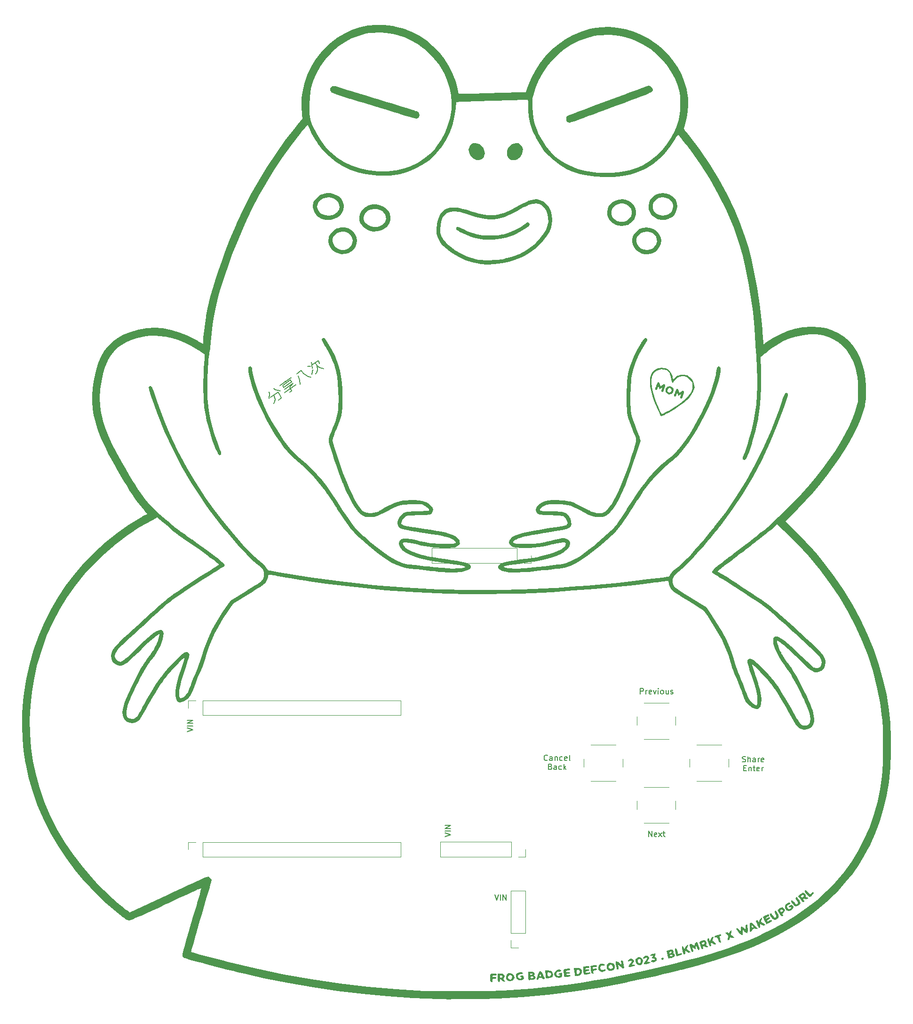
<source format=gbr>
%TF.GenerationSoftware,KiCad,Pcbnew,7.0.2-0*%
%TF.CreationDate,2023-06-19T18:33:07-07:00*%
%TF.ProjectId,FrogBadge,46726f67-4261-4646-9765-2e6b69636164,1.1*%
%TF.SameCoordinates,Original*%
%TF.FileFunction,Legend,Top*%
%TF.FilePolarity,Positive*%
%FSLAX46Y46*%
G04 Gerber Fmt 4.6, Leading zero omitted, Abs format (unit mm)*
G04 Created by KiCad (PCBNEW 7.0.2-0) date 2023-06-19 18:33:07*
%MOMM*%
%LPD*%
G01*
G04 APERTURE LIST*
%ADD10C,0.150000*%
%ADD11C,0.200000*%
%ADD12C,0.120000*%
G04 APERTURE END LIST*
D10*
X462256428Y-310122000D02*
X462399285Y-310169619D01*
X462399285Y-310169619D02*
X462637380Y-310169619D01*
X462637380Y-310169619D02*
X462732618Y-310122000D01*
X462732618Y-310122000D02*
X462780237Y-310074380D01*
X462780237Y-310074380D02*
X462827856Y-309979142D01*
X462827856Y-309979142D02*
X462827856Y-309883904D01*
X462827856Y-309883904D02*
X462780237Y-309788666D01*
X462780237Y-309788666D02*
X462732618Y-309741047D01*
X462732618Y-309741047D02*
X462637380Y-309693428D01*
X462637380Y-309693428D02*
X462446904Y-309645809D01*
X462446904Y-309645809D02*
X462351666Y-309598190D01*
X462351666Y-309598190D02*
X462304047Y-309550571D01*
X462304047Y-309550571D02*
X462256428Y-309455333D01*
X462256428Y-309455333D02*
X462256428Y-309360095D01*
X462256428Y-309360095D02*
X462304047Y-309264857D01*
X462304047Y-309264857D02*
X462351666Y-309217238D01*
X462351666Y-309217238D02*
X462446904Y-309169619D01*
X462446904Y-309169619D02*
X462684999Y-309169619D01*
X462684999Y-309169619D02*
X462827856Y-309217238D01*
X463256428Y-310169619D02*
X463256428Y-309169619D01*
X463684999Y-310169619D02*
X463684999Y-309645809D01*
X463684999Y-309645809D02*
X463637380Y-309550571D01*
X463637380Y-309550571D02*
X463542142Y-309502952D01*
X463542142Y-309502952D02*
X463399285Y-309502952D01*
X463399285Y-309502952D02*
X463304047Y-309550571D01*
X463304047Y-309550571D02*
X463256428Y-309598190D01*
X464589761Y-310169619D02*
X464589761Y-309645809D01*
X464589761Y-309645809D02*
X464542142Y-309550571D01*
X464542142Y-309550571D02*
X464446904Y-309502952D01*
X464446904Y-309502952D02*
X464256428Y-309502952D01*
X464256428Y-309502952D02*
X464161190Y-309550571D01*
X464589761Y-310122000D02*
X464494523Y-310169619D01*
X464494523Y-310169619D02*
X464256428Y-310169619D01*
X464256428Y-310169619D02*
X464161190Y-310122000D01*
X464161190Y-310122000D02*
X464113571Y-310026761D01*
X464113571Y-310026761D02*
X464113571Y-309931523D01*
X464113571Y-309931523D02*
X464161190Y-309836285D01*
X464161190Y-309836285D02*
X464256428Y-309788666D01*
X464256428Y-309788666D02*
X464494523Y-309788666D01*
X464494523Y-309788666D02*
X464589761Y-309741047D01*
X465065952Y-310169619D02*
X465065952Y-309502952D01*
X465065952Y-309693428D02*
X465113571Y-309598190D01*
X465113571Y-309598190D02*
X465161190Y-309550571D01*
X465161190Y-309550571D02*
X465256428Y-309502952D01*
X465256428Y-309502952D02*
X465351666Y-309502952D01*
X466065952Y-310122000D02*
X465970714Y-310169619D01*
X465970714Y-310169619D02*
X465780238Y-310169619D01*
X465780238Y-310169619D02*
X465685000Y-310122000D01*
X465685000Y-310122000D02*
X465637381Y-310026761D01*
X465637381Y-310026761D02*
X465637381Y-309645809D01*
X465637381Y-309645809D02*
X465685000Y-309550571D01*
X465685000Y-309550571D02*
X465780238Y-309502952D01*
X465780238Y-309502952D02*
X465970714Y-309502952D01*
X465970714Y-309502952D02*
X466065952Y-309550571D01*
X466065952Y-309550571D02*
X466113571Y-309645809D01*
X466113571Y-309645809D02*
X466113571Y-309741047D01*
X466113571Y-309741047D02*
X465637381Y-309836285D01*
X462494523Y-311265809D02*
X462827856Y-311265809D01*
X462970713Y-311789619D02*
X462494523Y-311789619D01*
X462494523Y-311789619D02*
X462494523Y-310789619D01*
X462494523Y-310789619D02*
X462970713Y-310789619D01*
X463399285Y-311122952D02*
X463399285Y-311789619D01*
X463399285Y-311218190D02*
X463446904Y-311170571D01*
X463446904Y-311170571D02*
X463542142Y-311122952D01*
X463542142Y-311122952D02*
X463684999Y-311122952D01*
X463684999Y-311122952D02*
X463780237Y-311170571D01*
X463780237Y-311170571D02*
X463827856Y-311265809D01*
X463827856Y-311265809D02*
X463827856Y-311789619D01*
X464161190Y-311122952D02*
X464542142Y-311122952D01*
X464304047Y-310789619D02*
X464304047Y-311646761D01*
X464304047Y-311646761D02*
X464351666Y-311742000D01*
X464351666Y-311742000D02*
X464446904Y-311789619D01*
X464446904Y-311789619D02*
X464542142Y-311789619D01*
X465256428Y-311742000D02*
X465161190Y-311789619D01*
X465161190Y-311789619D02*
X464970714Y-311789619D01*
X464970714Y-311789619D02*
X464875476Y-311742000D01*
X464875476Y-311742000D02*
X464827857Y-311646761D01*
X464827857Y-311646761D02*
X464827857Y-311265809D01*
X464827857Y-311265809D02*
X464875476Y-311170571D01*
X464875476Y-311170571D02*
X464970714Y-311122952D01*
X464970714Y-311122952D02*
X465161190Y-311122952D01*
X465161190Y-311122952D02*
X465256428Y-311170571D01*
X465256428Y-311170571D02*
X465304047Y-311265809D01*
X465304047Y-311265809D02*
X465304047Y-311361047D01*
X465304047Y-311361047D02*
X464827857Y-311456285D01*
X465732619Y-311789619D02*
X465732619Y-311122952D01*
X465732619Y-311313428D02*
X465780238Y-311218190D01*
X465780238Y-311218190D02*
X465827857Y-311170571D01*
X465827857Y-311170571D02*
X465923095Y-311122952D01*
X465923095Y-311122952D02*
X466018333Y-311122952D01*
X427164713Y-309820380D02*
X427117094Y-309868000D01*
X427117094Y-309868000D02*
X426974237Y-309915619D01*
X426974237Y-309915619D02*
X426878999Y-309915619D01*
X426878999Y-309915619D02*
X426736142Y-309868000D01*
X426736142Y-309868000D02*
X426640904Y-309772761D01*
X426640904Y-309772761D02*
X426593285Y-309677523D01*
X426593285Y-309677523D02*
X426545666Y-309487047D01*
X426545666Y-309487047D02*
X426545666Y-309344190D01*
X426545666Y-309344190D02*
X426593285Y-309153714D01*
X426593285Y-309153714D02*
X426640904Y-309058476D01*
X426640904Y-309058476D02*
X426736142Y-308963238D01*
X426736142Y-308963238D02*
X426878999Y-308915619D01*
X426878999Y-308915619D02*
X426974237Y-308915619D01*
X426974237Y-308915619D02*
X427117094Y-308963238D01*
X427117094Y-308963238D02*
X427164713Y-309010857D01*
X428021856Y-309915619D02*
X428021856Y-309391809D01*
X428021856Y-309391809D02*
X427974237Y-309296571D01*
X427974237Y-309296571D02*
X427878999Y-309248952D01*
X427878999Y-309248952D02*
X427688523Y-309248952D01*
X427688523Y-309248952D02*
X427593285Y-309296571D01*
X428021856Y-309868000D02*
X427926618Y-309915619D01*
X427926618Y-309915619D02*
X427688523Y-309915619D01*
X427688523Y-309915619D02*
X427593285Y-309868000D01*
X427593285Y-309868000D02*
X427545666Y-309772761D01*
X427545666Y-309772761D02*
X427545666Y-309677523D01*
X427545666Y-309677523D02*
X427593285Y-309582285D01*
X427593285Y-309582285D02*
X427688523Y-309534666D01*
X427688523Y-309534666D02*
X427926618Y-309534666D01*
X427926618Y-309534666D02*
X428021856Y-309487047D01*
X428498047Y-309248952D02*
X428498047Y-309915619D01*
X428498047Y-309344190D02*
X428545666Y-309296571D01*
X428545666Y-309296571D02*
X428640904Y-309248952D01*
X428640904Y-309248952D02*
X428783761Y-309248952D01*
X428783761Y-309248952D02*
X428878999Y-309296571D01*
X428878999Y-309296571D02*
X428926618Y-309391809D01*
X428926618Y-309391809D02*
X428926618Y-309915619D01*
X429831380Y-309868000D02*
X429736142Y-309915619D01*
X429736142Y-309915619D02*
X429545666Y-309915619D01*
X429545666Y-309915619D02*
X429450428Y-309868000D01*
X429450428Y-309868000D02*
X429402809Y-309820380D01*
X429402809Y-309820380D02*
X429355190Y-309725142D01*
X429355190Y-309725142D02*
X429355190Y-309439428D01*
X429355190Y-309439428D02*
X429402809Y-309344190D01*
X429402809Y-309344190D02*
X429450428Y-309296571D01*
X429450428Y-309296571D02*
X429545666Y-309248952D01*
X429545666Y-309248952D02*
X429736142Y-309248952D01*
X429736142Y-309248952D02*
X429831380Y-309296571D01*
X430640904Y-309868000D02*
X430545666Y-309915619D01*
X430545666Y-309915619D02*
X430355190Y-309915619D01*
X430355190Y-309915619D02*
X430259952Y-309868000D01*
X430259952Y-309868000D02*
X430212333Y-309772761D01*
X430212333Y-309772761D02*
X430212333Y-309391809D01*
X430212333Y-309391809D02*
X430259952Y-309296571D01*
X430259952Y-309296571D02*
X430355190Y-309248952D01*
X430355190Y-309248952D02*
X430545666Y-309248952D01*
X430545666Y-309248952D02*
X430640904Y-309296571D01*
X430640904Y-309296571D02*
X430688523Y-309391809D01*
X430688523Y-309391809D02*
X430688523Y-309487047D01*
X430688523Y-309487047D02*
X430212333Y-309582285D01*
X431259952Y-309915619D02*
X431164714Y-309868000D01*
X431164714Y-309868000D02*
X431117095Y-309772761D01*
X431117095Y-309772761D02*
X431117095Y-308915619D01*
X427664714Y-311011809D02*
X427807571Y-311059428D01*
X427807571Y-311059428D02*
X427855190Y-311107047D01*
X427855190Y-311107047D02*
X427902809Y-311202285D01*
X427902809Y-311202285D02*
X427902809Y-311345142D01*
X427902809Y-311345142D02*
X427855190Y-311440380D01*
X427855190Y-311440380D02*
X427807571Y-311488000D01*
X427807571Y-311488000D02*
X427712333Y-311535619D01*
X427712333Y-311535619D02*
X427331381Y-311535619D01*
X427331381Y-311535619D02*
X427331381Y-310535619D01*
X427331381Y-310535619D02*
X427664714Y-310535619D01*
X427664714Y-310535619D02*
X427759952Y-310583238D01*
X427759952Y-310583238D02*
X427807571Y-310630857D01*
X427807571Y-310630857D02*
X427855190Y-310726095D01*
X427855190Y-310726095D02*
X427855190Y-310821333D01*
X427855190Y-310821333D02*
X427807571Y-310916571D01*
X427807571Y-310916571D02*
X427759952Y-310964190D01*
X427759952Y-310964190D02*
X427664714Y-311011809D01*
X427664714Y-311011809D02*
X427331381Y-311011809D01*
X428759952Y-311535619D02*
X428759952Y-311011809D01*
X428759952Y-311011809D02*
X428712333Y-310916571D01*
X428712333Y-310916571D02*
X428617095Y-310868952D01*
X428617095Y-310868952D02*
X428426619Y-310868952D01*
X428426619Y-310868952D02*
X428331381Y-310916571D01*
X428759952Y-311488000D02*
X428664714Y-311535619D01*
X428664714Y-311535619D02*
X428426619Y-311535619D01*
X428426619Y-311535619D02*
X428331381Y-311488000D01*
X428331381Y-311488000D02*
X428283762Y-311392761D01*
X428283762Y-311392761D02*
X428283762Y-311297523D01*
X428283762Y-311297523D02*
X428331381Y-311202285D01*
X428331381Y-311202285D02*
X428426619Y-311154666D01*
X428426619Y-311154666D02*
X428664714Y-311154666D01*
X428664714Y-311154666D02*
X428759952Y-311107047D01*
X429664714Y-311488000D02*
X429569476Y-311535619D01*
X429569476Y-311535619D02*
X429379000Y-311535619D01*
X429379000Y-311535619D02*
X429283762Y-311488000D01*
X429283762Y-311488000D02*
X429236143Y-311440380D01*
X429236143Y-311440380D02*
X429188524Y-311345142D01*
X429188524Y-311345142D02*
X429188524Y-311059428D01*
X429188524Y-311059428D02*
X429236143Y-310964190D01*
X429236143Y-310964190D02*
X429283762Y-310916571D01*
X429283762Y-310916571D02*
X429379000Y-310868952D01*
X429379000Y-310868952D02*
X429569476Y-310868952D01*
X429569476Y-310868952D02*
X429664714Y-310916571D01*
X430093286Y-311535619D02*
X430093286Y-310535619D01*
X430188524Y-311154666D02*
X430474238Y-311535619D01*
X430474238Y-310868952D02*
X430093286Y-311249904D01*
X445373095Y-323600619D02*
X445373095Y-322600619D01*
X445373095Y-322600619D02*
X445944523Y-323600619D01*
X445944523Y-323600619D02*
X445944523Y-322600619D01*
X446801666Y-323553000D02*
X446706428Y-323600619D01*
X446706428Y-323600619D02*
X446515952Y-323600619D01*
X446515952Y-323600619D02*
X446420714Y-323553000D01*
X446420714Y-323553000D02*
X446373095Y-323457761D01*
X446373095Y-323457761D02*
X446373095Y-323076809D01*
X446373095Y-323076809D02*
X446420714Y-322981571D01*
X446420714Y-322981571D02*
X446515952Y-322933952D01*
X446515952Y-322933952D02*
X446706428Y-322933952D01*
X446706428Y-322933952D02*
X446801666Y-322981571D01*
X446801666Y-322981571D02*
X446849285Y-323076809D01*
X446849285Y-323076809D02*
X446849285Y-323172047D01*
X446849285Y-323172047D02*
X446373095Y-323267285D01*
X447182619Y-323600619D02*
X447706428Y-322933952D01*
X447182619Y-322933952D02*
X447706428Y-323600619D01*
X447944524Y-322933952D02*
X448325476Y-322933952D01*
X448087381Y-322600619D02*
X448087381Y-323457761D01*
X448087381Y-323457761D02*
X448135000Y-323553000D01*
X448135000Y-323553000D02*
X448230238Y-323600619D01*
X448230238Y-323600619D02*
X448325476Y-323600619D01*
X362351619Y-304704761D02*
X363351619Y-304371428D01*
X363351619Y-304371428D02*
X362351619Y-304038095D01*
X363351619Y-303704761D02*
X362351619Y-303704761D01*
X363351619Y-303228571D02*
X362351619Y-303228571D01*
X362351619Y-303228571D02*
X363351619Y-302657143D01*
X363351619Y-302657143D02*
X362351619Y-302657143D01*
D11*
X378727827Y-245106107D02*
X379195914Y-244778349D01*
X377315554Y-244583556D02*
X378641801Y-243654909D01*
X378641801Y-243654909D02*
X378914932Y-244044981D01*
X378914932Y-244044981D02*
X379273928Y-244723723D01*
X377081349Y-243584906D02*
X377143825Y-244006217D01*
X377143825Y-244006217D02*
X377081511Y-244747435D01*
X377861494Y-243038643D02*
X378103387Y-243218060D01*
X378103387Y-243218060D02*
X379031873Y-243381777D01*
X377861656Y-244201172D02*
X378142637Y-244934540D01*
X378142637Y-244934540D02*
X378072473Y-245332463D01*
X378072473Y-245332463D02*
X377869668Y-245706997D01*
X378984935Y-242484529D02*
X381013311Y-241064245D01*
X379679377Y-242812125D02*
X381083638Y-241828852D01*
X379858956Y-243732761D02*
X381887333Y-242312477D01*
X379460872Y-242500068D02*
X379679377Y-242812125D01*
X379889870Y-241618358D02*
X379999123Y-241774387D01*
X379460872Y-242500068D02*
X380865132Y-241516794D01*
X380865132Y-241516794D02*
X381083638Y-241828852D01*
X379819868Y-243178810D02*
X381380158Y-242086283D01*
X381380158Y-242086283D02*
X380763892Y-242866590D01*
X380763892Y-242866590D02*
X381146276Y-243412691D01*
X381146276Y-243412691D02*
X380756204Y-243685823D01*
X382300631Y-240744175D02*
X382503598Y-241532170D01*
X382503598Y-241532170D02*
X382651939Y-242242150D01*
X382027500Y-240354103D02*
X382807644Y-239807839D01*
X382807644Y-239807839D02*
X383322670Y-240377329D01*
X383322670Y-240377329D02*
X383751830Y-240658149D01*
X383751830Y-240658149D02*
X384048350Y-240915580D01*
X384048350Y-240915580D02*
X384578913Y-241009133D01*
X383977862Y-238988444D02*
X384453799Y-239003983D01*
X384890809Y-239628098D02*
X384750480Y-240423943D01*
X384765857Y-238785477D02*
X385936074Y-237966082D01*
X385936074Y-237966082D02*
X386107803Y-238543422D01*
X384648754Y-238286152D02*
X384804945Y-239339429D01*
X385311958Y-238403093D02*
X385639716Y-238871180D01*
X385639716Y-238871180D02*
X385788057Y-239581160D01*
X385788057Y-239581160D02*
X385639878Y-240033709D01*
X385639878Y-240033709D02*
X385437072Y-240408243D01*
X385694342Y-238949194D02*
X386178129Y-239308028D01*
X386178129Y-239308028D02*
X386841333Y-239424969D01*
D10*
X408706619Y-323627761D02*
X409706619Y-323294428D01*
X409706619Y-323294428D02*
X408706619Y-322961095D01*
X409706619Y-322627761D02*
X408706619Y-322627761D01*
X409706619Y-322151571D02*
X408706619Y-322151571D01*
X408706619Y-322151571D02*
X409706619Y-321580143D01*
X409706619Y-321580143D02*
X408706619Y-321580143D01*
X443849095Y-297946619D02*
X443849095Y-296946619D01*
X443849095Y-296946619D02*
X444230047Y-296946619D01*
X444230047Y-296946619D02*
X444325285Y-296994238D01*
X444325285Y-296994238D02*
X444372904Y-297041857D01*
X444372904Y-297041857D02*
X444420523Y-297137095D01*
X444420523Y-297137095D02*
X444420523Y-297279952D01*
X444420523Y-297279952D02*
X444372904Y-297375190D01*
X444372904Y-297375190D02*
X444325285Y-297422809D01*
X444325285Y-297422809D02*
X444230047Y-297470428D01*
X444230047Y-297470428D02*
X443849095Y-297470428D01*
X444849095Y-297946619D02*
X444849095Y-297279952D01*
X444849095Y-297470428D02*
X444896714Y-297375190D01*
X444896714Y-297375190D02*
X444944333Y-297327571D01*
X444944333Y-297327571D02*
X445039571Y-297279952D01*
X445039571Y-297279952D02*
X445134809Y-297279952D01*
X445849095Y-297899000D02*
X445753857Y-297946619D01*
X445753857Y-297946619D02*
X445563381Y-297946619D01*
X445563381Y-297946619D02*
X445468143Y-297899000D01*
X445468143Y-297899000D02*
X445420524Y-297803761D01*
X445420524Y-297803761D02*
X445420524Y-297422809D01*
X445420524Y-297422809D02*
X445468143Y-297327571D01*
X445468143Y-297327571D02*
X445563381Y-297279952D01*
X445563381Y-297279952D02*
X445753857Y-297279952D01*
X445753857Y-297279952D02*
X445849095Y-297327571D01*
X445849095Y-297327571D02*
X445896714Y-297422809D01*
X445896714Y-297422809D02*
X445896714Y-297518047D01*
X445896714Y-297518047D02*
X445420524Y-297613285D01*
X446230048Y-297279952D02*
X446468143Y-297946619D01*
X446468143Y-297946619D02*
X446706238Y-297279952D01*
X447087191Y-297946619D02*
X447087191Y-297279952D01*
X447087191Y-296946619D02*
X447039572Y-296994238D01*
X447039572Y-296994238D02*
X447087191Y-297041857D01*
X447087191Y-297041857D02*
X447134810Y-296994238D01*
X447134810Y-296994238D02*
X447087191Y-296946619D01*
X447087191Y-296946619D02*
X447087191Y-297041857D01*
X447706238Y-297946619D02*
X447611000Y-297899000D01*
X447611000Y-297899000D02*
X447563381Y-297851380D01*
X447563381Y-297851380D02*
X447515762Y-297756142D01*
X447515762Y-297756142D02*
X447515762Y-297470428D01*
X447515762Y-297470428D02*
X447563381Y-297375190D01*
X447563381Y-297375190D02*
X447611000Y-297327571D01*
X447611000Y-297327571D02*
X447706238Y-297279952D01*
X447706238Y-297279952D02*
X447849095Y-297279952D01*
X447849095Y-297279952D02*
X447944333Y-297327571D01*
X447944333Y-297327571D02*
X447991952Y-297375190D01*
X447991952Y-297375190D02*
X448039571Y-297470428D01*
X448039571Y-297470428D02*
X448039571Y-297756142D01*
X448039571Y-297756142D02*
X447991952Y-297851380D01*
X447991952Y-297851380D02*
X447944333Y-297899000D01*
X447944333Y-297899000D02*
X447849095Y-297946619D01*
X447849095Y-297946619D02*
X447706238Y-297946619D01*
X448896714Y-297279952D02*
X448896714Y-297946619D01*
X448468143Y-297279952D02*
X448468143Y-297803761D01*
X448468143Y-297803761D02*
X448515762Y-297899000D01*
X448515762Y-297899000D02*
X448611000Y-297946619D01*
X448611000Y-297946619D02*
X448753857Y-297946619D01*
X448753857Y-297946619D02*
X448849095Y-297899000D01*
X448849095Y-297899000D02*
X448896714Y-297851380D01*
X449325286Y-297899000D02*
X449420524Y-297946619D01*
X449420524Y-297946619D02*
X449611000Y-297946619D01*
X449611000Y-297946619D02*
X449706238Y-297899000D01*
X449706238Y-297899000D02*
X449753857Y-297803761D01*
X449753857Y-297803761D02*
X449753857Y-297756142D01*
X449753857Y-297756142D02*
X449706238Y-297660904D01*
X449706238Y-297660904D02*
X449611000Y-297613285D01*
X449611000Y-297613285D02*
X449468143Y-297613285D01*
X449468143Y-297613285D02*
X449372905Y-297565666D01*
X449372905Y-297565666D02*
X449325286Y-297470428D01*
X449325286Y-297470428D02*
X449325286Y-297422809D01*
X449325286Y-297422809D02*
X449372905Y-297327571D01*
X449372905Y-297327571D02*
X449468143Y-297279952D01*
X449468143Y-297279952D02*
X449611000Y-297279952D01*
X449611000Y-297279952D02*
X449706238Y-297327571D01*
X417671238Y-334030619D02*
X418004571Y-335030619D01*
X418004571Y-335030619D02*
X418337904Y-334030619D01*
X418671238Y-335030619D02*
X418671238Y-334030619D01*
X419147428Y-335030619D02*
X419147428Y-334030619D01*
X419147428Y-334030619D02*
X419718856Y-335030619D01*
X419718856Y-335030619D02*
X419718856Y-334030619D01*
D12*
%TO.C,SW3*%
X452759000Y-309602000D02*
X452759000Y-311102000D01*
X454009000Y-313602000D02*
X458509000Y-313602000D01*
X458509000Y-307102000D02*
X454009000Y-307102000D01*
X459759000Y-311102000D02*
X459759000Y-309602000D01*
%TO.C,REF\u002A\u002A*%
G36*
X449512145Y-242706863D02*
G01*
X449752727Y-242901391D01*
X449839420Y-243049923D01*
X449894109Y-243388654D01*
X449810373Y-243684349D01*
X449618097Y-243912536D01*
X449347167Y-244048743D01*
X449027471Y-244068496D01*
X448721146Y-243965611D01*
X448492581Y-243758443D01*
X448383502Y-243482418D01*
X448385937Y-243332000D01*
X448733333Y-243332000D01*
X448790917Y-243512433D01*
X448924336Y-243677197D01*
X449074590Y-243754986D01*
X449083613Y-243755334D01*
X449221042Y-243718454D01*
X449331566Y-243667688D01*
X449472629Y-243514689D01*
X449497205Y-243310078D01*
X449422416Y-243106271D01*
X449265384Y-242955685D01*
X449083613Y-242908667D01*
X448934317Y-242978261D01*
X448797986Y-243139505D01*
X448733620Y-243321095D01*
X448733333Y-243332000D01*
X448385937Y-243332000D01*
X448388351Y-243182860D01*
X448501570Y-242905094D01*
X448717601Y-242694446D01*
X448885995Y-242621391D01*
X449203628Y-242604717D01*
X449512145Y-242706863D01*
G37*
G36*
X447150781Y-241885758D02*
G01*
X447314089Y-242024978D01*
X447413763Y-242240872D01*
X447478020Y-242463141D01*
X447538511Y-242544021D01*
X447642260Y-242503663D01*
X447784920Y-242399907D01*
X448031269Y-242266683D01*
X448220666Y-242257369D01*
X448326402Y-242367685D01*
X448338633Y-242488651D01*
X448304268Y-242672189D01*
X448230488Y-242924773D01*
X448135028Y-243198480D01*
X448035620Y-243445382D01*
X447949997Y-243617556D01*
X447901750Y-243669370D01*
X447786228Y-243628061D01*
X447736899Y-243599884D01*
X447679319Y-243522272D01*
X447692188Y-243375564D01*
X447754310Y-243177848D01*
X447829912Y-242939740D01*
X447824395Y-242844023D01*
X447721601Y-242876706D01*
X447544241Y-242996010D01*
X447302677Y-243168019D01*
X447245396Y-242862685D01*
X447191776Y-242671977D01*
X447127746Y-242639617D01*
X447047235Y-242768666D01*
X446961924Y-243005623D01*
X446876709Y-243209270D01*
X446778322Y-243279178D01*
X446697697Y-243270915D01*
X446605713Y-243244674D01*
X446556307Y-243203222D01*
X446551555Y-243114142D01*
X446593533Y-242945017D01*
X446684318Y-242663430D01*
X446749048Y-242469175D01*
X446860104Y-242147901D01*
X446941716Y-241959898D01*
X447013677Y-241876420D01*
X447095783Y-241868721D01*
X447150781Y-241885758D01*
G37*
G36*
X450537448Y-243071091D02*
G01*
X450700756Y-243210312D01*
X450800430Y-243426205D01*
X450864687Y-243648474D01*
X450925178Y-243729355D01*
X451028927Y-243688997D01*
X451171587Y-243585240D01*
X451417936Y-243452016D01*
X451607333Y-243442703D01*
X451713069Y-243553018D01*
X451725300Y-243673985D01*
X451690934Y-243857522D01*
X451617155Y-244110106D01*
X451521694Y-244383813D01*
X451422286Y-244630716D01*
X451336664Y-244802889D01*
X451288416Y-244854704D01*
X451172895Y-244813395D01*
X451123566Y-244785218D01*
X451065986Y-244707605D01*
X451078855Y-244560898D01*
X451140977Y-244363181D01*
X451216578Y-244125073D01*
X451211062Y-244029356D01*
X451108267Y-244062039D01*
X450930908Y-244181343D01*
X450689343Y-244353352D01*
X450632062Y-244048019D01*
X450578442Y-243857310D01*
X450514412Y-243824950D01*
X450433902Y-243954000D01*
X450348591Y-244190956D01*
X450263375Y-244394603D01*
X450164989Y-244464511D01*
X450084363Y-244456248D01*
X449992380Y-244430007D01*
X449942974Y-244388556D01*
X449938222Y-244299475D01*
X449980200Y-244130350D01*
X450070985Y-243848763D01*
X450135714Y-243654508D01*
X450246771Y-243333234D01*
X450328382Y-243145232D01*
X450400344Y-243061753D01*
X450482449Y-243054054D01*
X450537448Y-243071091D01*
G37*
G36*
X448123720Y-239318285D02*
G01*
X448386495Y-239350906D01*
X448602377Y-239421348D01*
X448832389Y-239542763D01*
X448832884Y-239543054D01*
X449190109Y-239845625D01*
X449473432Y-240275529D01*
X449663353Y-240799745D01*
X449708371Y-241025670D01*
X449764499Y-241386339D01*
X450004241Y-241129695D01*
X450230763Y-240938883D01*
X450523914Y-240755533D01*
X450650044Y-240693430D01*
X451203191Y-240533584D01*
X451752692Y-240529965D01*
X452274249Y-240670728D01*
X452743566Y-240944032D01*
X453136343Y-241338034D01*
X453428284Y-241840889D01*
X453517834Y-242091223D01*
X453617865Y-242516952D01*
X453625927Y-242872543D01*
X453536208Y-243231074D01*
X453402299Y-243543667D01*
X453102202Y-244080633D01*
X452717618Y-244594315D01*
X452231336Y-245101844D01*
X451626142Y-245620346D01*
X450884827Y-246166951D01*
X450511333Y-246420612D01*
X450170184Y-246638478D01*
X449769019Y-246880532D01*
X449335829Y-247131479D01*
X448898610Y-247376026D01*
X448485353Y-247598877D01*
X448124052Y-247784739D01*
X447842700Y-247918317D01*
X447669291Y-247984317D01*
X447641310Y-247988667D01*
X447566677Y-247916322D01*
X447440960Y-247719426D01*
X447281809Y-247428184D01*
X447109544Y-247078500D01*
X446561176Y-245831201D01*
X446137638Y-244688054D01*
X445836945Y-243641000D01*
X445657110Y-242681979D01*
X445613924Y-242059247D01*
X445880429Y-242059247D01*
X445961706Y-242775289D01*
X446123263Y-243572023D01*
X446360363Y-244429507D01*
X446668267Y-245327803D01*
X447042236Y-246246968D01*
X447435520Y-247083844D01*
X447724844Y-247660688D01*
X448631255Y-247182856D01*
X449075438Y-246937689D01*
X449590640Y-246636228D01*
X450108964Y-246319001D01*
X450511333Y-246060589D01*
X451100686Y-245640628D01*
X451662317Y-245184437D01*
X452169932Y-244717225D01*
X452597235Y-244264198D01*
X452917930Y-243850563D01*
X453051333Y-243625661D01*
X453178402Y-243324471D01*
X453243555Y-243018173D01*
X453262939Y-242628404D01*
X453263000Y-242598460D01*
X453254281Y-242257248D01*
X453216741Y-242019628D01*
X453133300Y-241820269D01*
X453008475Y-241624794D01*
X452674601Y-241271683D01*
X452240616Y-240996020D01*
X451764295Y-240828496D01*
X451440801Y-240792000D01*
X450939633Y-240873717D01*
X450484474Y-241110363D01*
X450097777Y-241489178D01*
X450016753Y-241601160D01*
X449850578Y-241824743D01*
X449708956Y-241976592D01*
X449637310Y-242019667D01*
X449578823Y-241940490D01*
X449514574Y-241723680D01*
X449453274Y-241400319D01*
X449441432Y-241320668D01*
X449373729Y-240946719D01*
X449285426Y-240596176D01*
X449193775Y-240335784D01*
X449178786Y-240304668D01*
X448915066Y-239966501D01*
X448543872Y-239724918D01*
X448102073Y-239587961D01*
X447626535Y-239563670D01*
X447154127Y-239660089D01*
X446855032Y-239797799D01*
X446502032Y-240047902D01*
X446247277Y-240344663D01*
X446052273Y-240738594D01*
X445977674Y-240949002D01*
X445884173Y-241443838D01*
X445880429Y-242059247D01*
X445613924Y-242059247D01*
X445596149Y-241802933D01*
X445637451Y-241103423D01*
X445788251Y-240556728D01*
X446085804Y-240065982D01*
X446509301Y-239662689D01*
X446652360Y-239566801D01*
X446884792Y-239435000D01*
X447090315Y-239357844D01*
X447329989Y-239321104D01*
X447664875Y-239310553D01*
X447753027Y-239310334D01*
X448123720Y-239318285D01*
G37*
%TO.C,J1*%
X365113500Y-327237000D02*
X400733500Y-327237000D01*
X365113500Y-327237000D02*
X365113500Y-324577000D01*
X400733500Y-327237000D02*
X400733500Y-324577000D01*
X362513500Y-325907000D02*
X362513500Y-324577000D01*
X362513500Y-324577000D02*
X363843500Y-324577000D01*
X365113500Y-324577000D02*
X400733500Y-324577000D01*
%TO.C,J3*%
X420624000Y-324552000D02*
X407864000Y-324552000D01*
X420624000Y-324552000D02*
X420624000Y-327212000D01*
X407864000Y-324552000D02*
X407864000Y-327212000D01*
X423224000Y-325882000D02*
X423224000Y-327212000D01*
X423224000Y-327212000D02*
X421894000Y-327212000D01*
X420624000Y-327212000D02*
X407864000Y-327212000D01*
%TO.C,SW2*%
X443234000Y-317171200D02*
X443234000Y-318671200D01*
X444484000Y-321171200D02*
X448984000Y-321171200D01*
X448984000Y-314671200D02*
X444484000Y-314671200D01*
X450234000Y-318671200D02*
X450234000Y-317171200D01*
%TO.C,SW4*%
X433686000Y-309602000D02*
X433686000Y-311102000D01*
X434936000Y-313602000D02*
X439436000Y-313602000D01*
X439436000Y-307102000D02*
X434936000Y-307102000D01*
X440686000Y-311102000D02*
X440686000Y-309602000D01*
%TO.C,J5*%
X423224000Y-340995000D02*
X423224000Y-333315000D01*
X423224000Y-340995000D02*
X420564000Y-340995000D01*
X423224000Y-333315000D02*
X420564000Y-333315000D01*
X421894000Y-343595000D02*
X420564000Y-343595000D01*
X420564000Y-343595000D02*
X420564000Y-342265000D01*
X420564000Y-340995000D02*
X420564000Y-333315000D01*
%TO.C,REF\u002A\u002A*%
G36*
X448052914Y-345477987D02*
G01*
X448056000Y-345561294D01*
X448016777Y-345731999D01*
X447895725Y-345778666D01*
X447735605Y-345713925D01*
X447682066Y-345639548D01*
X447646973Y-345523609D01*
X447691825Y-345462766D01*
X447856737Y-345405172D01*
X447865500Y-345402479D01*
X448005742Y-345383932D01*
X448052914Y-345477987D01*
G37*
G36*
X473709707Y-333248298D02*
G01*
X473849062Y-333369069D01*
X474049247Y-333588466D01*
X474430828Y-334022406D01*
X474635506Y-333804536D01*
X474847859Y-333626975D01*
X475005040Y-333600967D01*
X475090721Y-333701773D01*
X475052545Y-333804997D01*
X474920398Y-333968517D01*
X474736490Y-334151996D01*
X474543036Y-334315096D01*
X474382248Y-334417479D01*
X474325158Y-334433333D01*
X474240880Y-334372585D01*
X474080691Y-334211118D01*
X473874891Y-333980097D01*
X473810690Y-333904166D01*
X473595096Y-333640543D01*
X473476953Y-333472832D01*
X473441942Y-333369739D01*
X473475740Y-333299973D01*
X473518074Y-333264763D01*
X473610523Y-333220321D01*
X473709707Y-333248298D01*
G37*
G36*
X450360556Y-343719904D02*
G01*
X450450327Y-343908628D01*
X450512280Y-344131612D01*
X450584989Y-344394736D01*
X450654966Y-344583264D01*
X450693998Y-344643906D01*
X450814449Y-344651479D01*
X451021122Y-344614805D01*
X451060529Y-344604451D01*
X451253680Y-344558009D01*
X451354016Y-344547337D01*
X451358000Y-344550900D01*
X451383991Y-344643944D01*
X451406409Y-344705634D01*
X451390140Y-344794602D01*
X451251782Y-344878898D01*
X450991211Y-344966559D01*
X450725073Y-345040321D01*
X450524678Y-345089274D01*
X450452047Y-345101333D01*
X450397287Y-345025404D01*
X450317757Y-344823338D01*
X450227952Y-344533718D01*
X450199361Y-344428661D01*
X450109842Y-344070784D01*
X450071355Y-343845139D01*
X450086187Y-343721791D01*
X450156625Y-343670807D01*
X450257922Y-343662000D01*
X450360556Y-343719904D01*
G37*
G36*
X458399701Y-341187167D02*
G01*
X458445611Y-341320255D01*
X458364737Y-341431717D01*
X458253337Y-341460666D01*
X458158722Y-341499262D01*
X458140728Y-341630520D01*
X458199551Y-341877642D01*
X458258334Y-342053333D01*
X458354707Y-342361253D01*
X458374920Y-342544291D01*
X458317226Y-342629672D01*
X458220327Y-342646000D01*
X458107935Y-342603483D01*
X458009828Y-342455330D01*
X457906310Y-342173286D01*
X457816887Y-341909394D01*
X457742280Y-341773883D01*
X457651781Y-341732036D01*
X457528642Y-341746304D01*
X457332171Y-341746147D01*
X457247999Y-341656566D01*
X457217529Y-341580423D01*
X457219408Y-341528809D01*
X457283830Y-341480969D01*
X457440988Y-341416147D01*
X457721075Y-341313588D01*
X457776311Y-341293390D01*
X458111405Y-341185454D01*
X458317345Y-341156944D01*
X458399701Y-341187167D01*
G37*
G36*
X437399033Y-346546571D02*
G01*
X437511718Y-346653976D01*
X437484520Y-346753394D01*
X437345958Y-346819108D01*
X437124552Y-346825399D01*
X437094620Y-346821078D01*
X436881652Y-346810747D01*
X436758855Y-346886861D01*
X436714172Y-346957450D01*
X436656146Y-347197835D01*
X436718971Y-347409218D01*
X436868549Y-347554635D01*
X437070785Y-347597120D01*
X437245511Y-347533502D01*
X437423359Y-347455119D01*
X437536167Y-347449873D01*
X437639205Y-347541358D01*
X437606023Y-347671489D01*
X437452814Y-347805130D01*
X437348386Y-347857320D01*
X437124349Y-347943539D01*
X436979374Y-347966841D01*
X436838971Y-347935697D01*
X436795334Y-347920206D01*
X436511323Y-347738885D01*
X436336793Y-347470128D01*
X436282556Y-347159196D01*
X436359428Y-346851353D01*
X436495152Y-346663818D01*
X436773885Y-346495653D01*
X437105609Y-346459225D01*
X437399033Y-346546571D01*
G37*
G36*
X438908368Y-346361650D02*
G01*
X439165208Y-346556011D01*
X439299132Y-346848853D01*
X439296794Y-347185222D01*
X439166741Y-347462454D01*
X438925494Y-347667346D01*
X438625288Y-347771865D01*
X438318361Y-347747982D01*
X438277000Y-347732449D01*
X437996529Y-347541873D01*
X437838408Y-347284050D01*
X437811064Y-347100240D01*
X438189849Y-347100240D01*
X438231582Y-347212235D01*
X438353764Y-347346127D01*
X438553602Y-347374744D01*
X438600125Y-347371111D01*
X438794962Y-347326043D01*
X438878763Y-347209228D01*
X438896951Y-347107046D01*
X438867176Y-346835735D01*
X438716136Y-346669160D01*
X438518818Y-346625333D01*
X438318973Y-346696372D01*
X438200374Y-346872947D01*
X438189849Y-347100240D01*
X437811064Y-347100240D01*
X437795610Y-346996351D01*
X437861109Y-346716146D01*
X438027880Y-346480808D01*
X438288896Y-346327706D01*
X438548318Y-346289359D01*
X438908368Y-346361650D01*
G37*
G36*
X443976138Y-345354680D02*
G01*
X444072621Y-345419698D01*
X444243099Y-345655944D01*
X444311380Y-345964228D01*
X444271085Y-346276975D01*
X444171438Y-346466757D01*
X443937736Y-346680655D01*
X443680752Y-346735146D01*
X443422713Y-346665470D01*
X443174608Y-346473633D01*
X443072041Y-346282902D01*
X442989872Y-345977377D01*
X442992420Y-345934490D01*
X443403519Y-345934490D01*
X443435782Y-346166363D01*
X443539839Y-346321585D01*
X443705761Y-346377506D01*
X443866901Y-346328011D01*
X443946118Y-346213182D01*
X443954362Y-346018419D01*
X443909353Y-345826312D01*
X443802606Y-345656419D01*
X443642307Y-345623381D01*
X443632895Y-345624629D01*
X443461936Y-345720017D01*
X443403519Y-345934490D01*
X442992420Y-345934490D01*
X443003363Y-345750322D01*
X443119113Y-345536187D01*
X443151479Y-345493751D01*
X443387365Y-345317823D01*
X443681495Y-345269919D01*
X443976138Y-345354680D01*
G37*
G36*
X432867860Y-347254149D02*
G01*
X433151977Y-347369226D01*
X433318360Y-347573178D01*
X433363126Y-347711396D01*
X433372067Y-348062696D01*
X433230075Y-348339387D01*
X432939436Y-348538960D01*
X432502432Y-348658909D01*
X432499879Y-348659305D01*
X432262395Y-348682263D01*
X432142388Y-348648895D01*
X432101959Y-348580201D01*
X432074799Y-348432377D01*
X432040684Y-348170835D01*
X432009990Y-347881222D01*
X432392667Y-347881222D01*
X432417358Y-348167054D01*
X432502289Y-348302641D01*
X432663747Y-348301265D01*
X432821566Y-348231021D01*
X432951702Y-348078320D01*
X432978872Y-347864619D01*
X432894433Y-347669551D01*
X432883734Y-347658266D01*
X432721549Y-347576243D01*
X432587400Y-347556666D01*
X432459417Y-347579430D01*
X432404009Y-347679343D01*
X432392667Y-347881222D01*
X432009990Y-347881222D01*
X432006745Y-347850606D01*
X432004973Y-347831833D01*
X431947454Y-347218000D01*
X432447555Y-347218000D01*
X432867860Y-347254149D01*
G37*
G36*
X468331095Y-336959604D02*
G01*
X468448068Y-337137693D01*
X468578291Y-337375728D01*
X468696605Y-337625204D01*
X468777854Y-337837621D01*
X468799334Y-337944154D01*
X468729312Y-338130186D01*
X468554790Y-338327259D01*
X468329084Y-338485030D01*
X468161170Y-338546739D01*
X467890340Y-338538600D01*
X467725615Y-338440816D01*
X467579977Y-338276674D01*
X467408345Y-338031951D01*
X467321817Y-337889045D01*
X467195239Y-337658806D01*
X467148353Y-337530162D01*
X467175801Y-337458282D01*
X467263696Y-337402894D01*
X467368977Y-337369639D01*
X467465229Y-337416841D01*
X467586048Y-337570690D01*
X467691042Y-337736016D01*
X467901086Y-338024721D01*
X468077303Y-338151635D01*
X468123875Y-338158666D01*
X468298091Y-338101005D01*
X468349587Y-337931627D01*
X468277937Y-337655935D01*
X468179764Y-337449409D01*
X468050764Y-337163971D01*
X468034840Y-336988346D01*
X468134375Y-336904199D01*
X468252529Y-336889963D01*
X468331095Y-336959604D01*
G37*
G36*
X420764594Y-348216588D02*
G01*
X421003689Y-348396480D01*
X421162037Y-348656164D01*
X421205871Y-348975494D01*
X421182168Y-349121928D01*
X421048579Y-349346215D01*
X420807011Y-349525807D01*
X420518229Y-349630161D01*
X420242995Y-349628734D01*
X420200667Y-349615299D01*
X419915096Y-349429793D01*
X419740501Y-349159085D01*
X419690220Y-348863653D01*
X420039682Y-348863653D01*
X420086492Y-349032481D01*
X420200667Y-349165333D01*
X420347918Y-349297956D01*
X420459675Y-349322435D01*
X420616341Y-349254083D01*
X420629566Y-349247021D01*
X420752837Y-349097593D01*
X420793226Y-348875738D01*
X420743244Y-348660653D01*
X420691734Y-348589600D01*
X420501115Y-348496728D01*
X420286087Y-348516093D01*
X420126283Y-348639050D01*
X420118979Y-348651767D01*
X420039682Y-348863653D01*
X419690220Y-348863653D01*
X419687507Y-348847714D01*
X419766740Y-348540221D01*
X419900485Y-348357151D01*
X420179226Y-348176775D01*
X420478518Y-348136637D01*
X420764594Y-348216588D01*
G37*
G36*
X427299933Y-347684843D02*
G01*
X427610023Y-347694570D01*
X427803388Y-347732007D01*
X427932154Y-347812069D01*
X427998433Y-347884722D01*
X428130134Y-348165419D01*
X428150314Y-348493140D01*
X428077903Y-348735954D01*
X427900290Y-348903856D01*
X427578792Y-349035021D01*
X427212200Y-349109772D01*
X427003862Y-349125934D01*
X426904495Y-349077094D01*
X426857584Y-348934140D01*
X426856048Y-348926306D01*
X426827604Y-348716320D01*
X426800919Y-348415297D01*
X426787181Y-348191666D01*
X426782102Y-348087816D01*
X427153431Y-348087816D01*
X427160400Y-348276896D01*
X427196250Y-348477416D01*
X427293121Y-348685019D01*
X427453876Y-348742358D01*
X427651945Y-348642323D01*
X427687619Y-348608952D01*
X427795573Y-348453053D01*
X427820667Y-348361000D01*
X427746573Y-348179310D01*
X427565706Y-348035619D01*
X427348953Y-347980000D01*
X427212578Y-348000919D01*
X427153431Y-348087816D01*
X426782102Y-348087816D01*
X426762334Y-347683666D01*
X427299933Y-347684843D01*
G37*
G36*
X445284603Y-345092456D02*
G01*
X445412650Y-345265276D01*
X445431888Y-345507919D01*
X445313990Y-345798007D01*
X445297825Y-345822535D01*
X445088837Y-346130497D01*
X445364632Y-346102748D01*
X445576104Y-346109803D01*
X445663214Y-346195280D01*
X445666143Y-346207872D01*
X445630949Y-346303389D01*
X445467800Y-346384201D01*
X445258804Y-346440705D01*
X444926155Y-346511247D01*
X444719258Y-346535009D01*
X444601298Y-346512589D01*
X444540097Y-346452380D01*
X444559689Y-346344118D01*
X444667216Y-346156644D01*
X444789100Y-345993631D01*
X444956861Y-345766442D01*
X445067108Y-345574076D01*
X445092667Y-345489250D01*
X445029596Y-345384990D01*
X444890871Y-345358238D01*
X444752218Y-345410631D01*
X444700546Y-345480782D01*
X444631116Y-345560867D01*
X444494908Y-345521721D01*
X444475370Y-345511484D01*
X444365464Y-345442655D01*
X444363706Y-345375615D01*
X444479354Y-345261210D01*
X444530888Y-345216702D01*
X444815394Y-345045791D01*
X445076075Y-345011835D01*
X445284603Y-345092456D01*
G37*
G36*
X452480259Y-343135528D02*
G01*
X452423087Y-343303595D01*
X452371223Y-343413443D01*
X452195671Y-343757553D01*
X452390669Y-343911413D01*
X452606827Y-344083713D01*
X452797334Y-344237494D01*
X453009000Y-344409714D01*
X452771479Y-344469545D01*
X452546950Y-344478824D01*
X452349378Y-344355923D01*
X452342689Y-344349688D01*
X452136984Y-344195872D01*
X452006835Y-344185874D01*
X451960254Y-344318172D01*
X451968250Y-344420751D01*
X451949227Y-344644992D01*
X451808194Y-344752171D01*
X451710452Y-344762666D01*
X451662195Y-344687370D01*
X451584437Y-344487292D01*
X451491746Y-344201152D01*
X451464680Y-344109429D01*
X451366419Y-343717784D01*
X451342083Y-343466860D01*
X451393298Y-343344256D01*
X451521688Y-343337573D01*
X451563976Y-343351767D01*
X451674398Y-343468819D01*
X451696667Y-343569679D01*
X451727409Y-343743674D01*
X451805680Y-343767728D01*
X451910543Y-343646778D01*
X451978935Y-343503129D01*
X452146640Y-343214693D01*
X452361800Y-343081473D01*
X452467312Y-343069333D01*
X452480259Y-343135528D01*
G37*
G36*
X472097918Y-334500399D02*
G01*
X472227068Y-334671517D01*
X472379566Y-334901565D01*
X472527022Y-335145420D01*
X472641042Y-335357962D01*
X472693237Y-335494069D01*
X472694000Y-335503688D01*
X472643204Y-335630280D01*
X472517621Y-335813924D01*
X472483262Y-335856122D01*
X472197013Y-336090245D01*
X471872602Y-336161096D01*
X471744591Y-336145490D01*
X471608927Y-336060162D01*
X471436771Y-335879239D01*
X471261484Y-335649255D01*
X471116426Y-335416748D01*
X471034958Y-335228254D01*
X471031919Y-335151347D01*
X471132778Y-335035628D01*
X471284422Y-335081227D01*
X471486570Y-335288010D01*
X471579352Y-335412761D01*
X471796281Y-335668927D01*
X471978280Y-335764836D01*
X472135403Y-335703482D01*
X472215842Y-335602230D01*
X472248022Y-335485759D01*
X472195687Y-335330087D01*
X472044300Y-335094276D01*
X472026787Y-335069765D01*
X471869129Y-334832124D01*
X471809792Y-334681287D01*
X471834962Y-334577172D01*
X471850071Y-334557034D01*
X471968268Y-334452622D01*
X472020508Y-334433333D01*
X472097918Y-334500399D01*
G37*
G36*
X435950921Y-346726812D02*
G01*
X436018458Y-346768851D01*
X436033274Y-346858962D01*
X436033334Y-346871020D01*
X435999919Y-346996528D01*
X435868778Y-347045116D01*
X435758167Y-347049963D01*
X435488775Y-347081392D01*
X435326678Y-347162234D01*
X435300076Y-347276755D01*
X435311509Y-347299174D01*
X435447565Y-347360507D01*
X435703356Y-347343532D01*
X435916167Y-347317449D01*
X436010663Y-347347669D01*
X436033243Y-347451210D01*
X436033334Y-347464557D01*
X435985457Y-347603736D01*
X435828592Y-347641333D01*
X435555856Y-347667865D01*
X435422292Y-347760586D01*
X435404250Y-347939186D01*
X435412565Y-347987658D01*
X435429512Y-348162539D01*
X435363786Y-348227291D01*
X435279260Y-348234000D01*
X435118286Y-348191033D01*
X435061359Y-348128166D01*
X435016039Y-347939705D01*
X434972225Y-347673336D01*
X434935737Y-347380929D01*
X434912394Y-347114351D01*
X434908015Y-346925469D01*
X434919836Y-346866738D01*
X435027204Y-346829243D01*
X435251670Y-346786479D01*
X435504167Y-346752591D01*
X435792283Y-346724255D01*
X435950921Y-346726812D01*
G37*
G36*
X465772552Y-338230738D02*
G01*
X465739049Y-338414191D01*
X465703932Y-338542429D01*
X465588437Y-338926192D01*
X466022479Y-339193261D01*
X466257212Y-339342400D01*
X466364597Y-339432593D01*
X466363437Y-339490411D01*
X466272535Y-339542425D01*
X466270289Y-339543429D01*
X466071033Y-339577367D01*
X465820663Y-339500557D01*
X465787823Y-339485264D01*
X465555700Y-339380653D01*
X465443550Y-339364611D01*
X465419514Y-339450738D01*
X465447571Y-339630509D01*
X465444461Y-339876097D01*
X465322174Y-340003050D01*
X465205508Y-340021333D01*
X465163221Y-339949535D01*
X465071519Y-339758334D01*
X464947578Y-339484014D01*
X464901540Y-339379161D01*
X464765387Y-339053311D01*
X464697682Y-338846761D01*
X464691270Y-338727295D01*
X464738992Y-338662699D01*
X464741941Y-338660791D01*
X464878797Y-338594688D01*
X464970184Y-338634044D01*
X465060515Y-338804222D01*
X465081828Y-338854898D01*
X465194867Y-339127797D01*
X465303888Y-338749065D01*
X465429545Y-338443703D01*
X465591297Y-338234882D01*
X465759230Y-338158666D01*
X465772552Y-338230738D01*
G37*
G36*
X417807255Y-348241574D02*
G01*
X417945259Y-348274232D01*
X417994972Y-348346874D01*
X417999334Y-348403333D01*
X417974405Y-348509153D01*
X417870892Y-348559192D01*
X417645704Y-348572602D01*
X417618334Y-348572666D01*
X417379057Y-348584400D01*
X417266095Y-348631484D01*
X417237339Y-348731742D01*
X417237334Y-348733943D01*
X417260312Y-348834808D01*
X417359181Y-348868178D01*
X417576000Y-348849795D01*
X417793052Y-348830606D01*
X417890466Y-348863751D01*
X417914514Y-348967683D01*
X417914667Y-348984852D01*
X417889683Y-349102224D01*
X417784266Y-349154249D01*
X417576000Y-349165333D01*
X417359164Y-349174304D01*
X417262801Y-349229696D01*
X417238091Y-349374225D01*
X417237334Y-349461666D01*
X417217098Y-349667860D01*
X417141328Y-349750136D01*
X417078584Y-349758000D01*
X416942007Y-349690365D01*
X416866917Y-349493416D01*
X416835563Y-349249337D01*
X416816587Y-348933202D01*
X416814000Y-348782808D01*
X416825142Y-348517600D01*
X416880631Y-348355131D01*
X417013567Y-348270404D01*
X417257047Y-348238418D01*
X417540592Y-348234000D01*
X417807255Y-348241574D01*
G37*
G36*
X422541262Y-348010265D02*
G01*
X422655292Y-348062437D01*
X422729043Y-348163599D01*
X422661467Y-348259528D01*
X422479914Y-348330079D01*
X422258033Y-348355020D01*
X422034728Y-348380542D01*
X421915144Y-348470998D01*
X421859844Y-348591269D01*
X421824773Y-348798388D01*
X421913735Y-348970144D01*
X421937386Y-348997163D01*
X422123199Y-349122746D01*
X422311247Y-349134781D01*
X422445803Y-349036874D01*
X422473222Y-348962479D01*
X422464080Y-348847202D01*
X422368254Y-348853989D01*
X422258274Y-348848669D01*
X422232667Y-348739342D01*
X422268264Y-348622677D01*
X422404510Y-348576959D01*
X422519125Y-348572666D01*
X422741554Y-348617271D01*
X422864914Y-348767794D01*
X422908176Y-349049293D01*
X422908844Y-349087526D01*
X422834270Y-349229921D01*
X422643386Y-349353165D01*
X422389202Y-349436067D01*
X422124730Y-349457437D01*
X422021000Y-349442421D01*
X421734147Y-349298635D01*
X421545451Y-349054360D01*
X421467348Y-348755138D01*
X421512269Y-348446512D01*
X421678485Y-348187818D01*
X421926884Y-348038217D01*
X422240476Y-347975696D01*
X422541262Y-348010265D01*
G37*
G36*
X470749050Y-335468207D02*
G01*
X470829113Y-335585704D01*
X470831334Y-335618666D01*
X470770620Y-335761407D01*
X470675122Y-335788000D01*
X470502791Y-335847455D01*
X470365356Y-335957677D01*
X470263012Y-336116392D01*
X470284821Y-336283801D01*
X470309167Y-336341053D01*
X470470257Y-336558789D01*
X470686794Y-336617005D01*
X470885717Y-336559915D01*
X471033583Y-336446572D01*
X471049878Y-336335627D01*
X470940447Y-336275997D01*
X470852131Y-336278884D01*
X470674175Y-336267442D01*
X470630885Y-336181740D01*
X470722607Y-336050626D01*
X470848309Y-335958643D01*
X471034269Y-335853849D01*
X471138142Y-335838688D01*
X471219324Y-335909748D01*
X471239704Y-335936172D01*
X471404489Y-336174418D01*
X471456071Y-336342084D01*
X471393389Y-336495467D01*
X471225692Y-336680574D01*
X470908777Y-336911345D01*
X470590070Y-336984118D01*
X470289548Y-336897665D01*
X470107624Y-336749303D01*
X469927331Y-336447685D01*
X469907878Y-336125597D01*
X470048164Y-335812065D01*
X470147487Y-335696820D01*
X470369069Y-335528241D01*
X470582646Y-335450545D01*
X470749050Y-335468207D01*
G37*
G36*
X442449777Y-345595624D02*
G01*
X442634987Y-345768214D01*
X442721223Y-345982011D01*
X442722000Y-346002676D01*
X442671208Y-346128926D01*
X442545564Y-346312605D01*
X442510334Y-346355892D01*
X442375101Y-346524566D01*
X442302567Y-346630539D01*
X442298667Y-346641721D01*
X442372540Y-346655679D01*
X442554371Y-346645822D01*
X442595000Y-346641402D01*
X442801178Y-346635596D01*
X442884018Y-346692400D01*
X442891334Y-346741457D01*
X442819422Y-346862973D01*
X442700834Y-346919368D01*
X442305600Y-347007470D01*
X442045369Y-347058290D01*
X441890377Y-347073613D01*
X441810863Y-347055222D01*
X441777063Y-347004903D01*
X441769452Y-346975203D01*
X441803479Y-346834848D01*
X441923270Y-346629448D01*
X442019163Y-346504260D01*
X442202648Y-346245909D01*
X442289536Y-346035337D01*
X442272932Y-345899683D01*
X442182034Y-345863333D01*
X442032327Y-345923020D01*
X441964177Y-345985300D01*
X441823460Y-346063169D01*
X441684082Y-346028817D01*
X441621334Y-345901409D01*
X441695465Y-345754024D01*
X441878796Y-345620244D01*
X442112735Y-345536452D01*
X442228038Y-345524666D01*
X442449777Y-345595624D01*
G37*
G36*
X446601787Y-344663261D02*
G01*
X446583475Y-344836880D01*
X446514817Y-345064284D01*
X446495766Y-345111372D01*
X446501227Y-345237996D01*
X446608023Y-345292938D01*
X446772467Y-345410740D01*
X446845155Y-345612651D01*
X446813667Y-345833184D01*
X446733318Y-345953645D01*
X446499073Y-346101732D01*
X446216419Y-346167236D01*
X445962104Y-346135386D01*
X445913472Y-346111410D01*
X445811959Y-346014136D01*
X445859203Y-345900222D01*
X445861925Y-345896920D01*
X446023825Y-345816039D01*
X446124683Y-345826083D01*
X446288889Y-345826046D01*
X446433190Y-345753737D01*
X446496885Y-345647423D01*
X446483738Y-345599740D01*
X446371386Y-345540215D01*
X446244781Y-345524666D01*
X446040996Y-345492886D01*
X445988365Y-345388245D01*
X446072066Y-345207701D01*
X446153107Y-345070439D01*
X446125397Y-345021597D01*
X445961112Y-345028042D01*
X445924197Y-345031609D01*
X445706697Y-345025535D01*
X445630502Y-344965506D01*
X445685803Y-344873975D01*
X445862788Y-344773391D01*
X446066334Y-344706332D01*
X446321643Y-344643296D01*
X446508760Y-344602826D01*
X446563037Y-344594966D01*
X446601787Y-344663261D01*
G37*
G36*
X460304998Y-340508522D02*
G01*
X460294038Y-340676518D01*
X460245838Y-340876031D01*
X460192405Y-341108042D01*
X460203117Y-341242683D01*
X460290525Y-341343865D01*
X460346106Y-341386573D01*
X460618285Y-341587536D01*
X460772786Y-341708608D01*
X460825488Y-341774000D01*
X460792270Y-341807920D01*
X460689010Y-341834577D01*
X460646653Y-341844801D01*
X460396588Y-341848556D01*
X460259089Y-341767034D01*
X460097814Y-341647743D01*
X460016371Y-341670281D01*
X459994000Y-341838687D01*
X459929556Y-342041845D01*
X459830233Y-342135021D01*
X459650729Y-342212692D01*
X459583151Y-342176290D01*
X459603426Y-342012629D01*
X459603822Y-342011000D01*
X459665170Y-341758718D01*
X459703024Y-341602893D01*
X459705221Y-341462825D01*
X459615455Y-341331419D01*
X459404572Y-341166587D01*
X459397286Y-341161528D01*
X459043858Y-340916602D01*
X459269828Y-340841279D01*
X459487804Y-340813958D01*
X459645733Y-340901644D01*
X459806343Y-341020047D01*
X459887337Y-340996257D01*
X459909334Y-340828645D01*
X459982060Y-340615329D01*
X460085918Y-340525452D01*
X460238618Y-340464728D01*
X460304998Y-340508522D01*
G37*
G36*
X419012851Y-348272542D02*
G01*
X419283729Y-348392535D01*
X419422310Y-348603820D01*
X419438667Y-348733584D01*
X419396934Y-348947519D01*
X419312683Y-349079823D01*
X419240553Y-349168691D01*
X419263994Y-349279624D01*
X419360782Y-349428856D01*
X419534864Y-349673333D01*
X419323577Y-349673333D01*
X419103555Y-349601789D01*
X418945793Y-349461666D01*
X418773157Y-349288809D01*
X418654753Y-349272320D01*
X418596843Y-349411449D01*
X418592000Y-349504000D01*
X418564630Y-349690890D01*
X418464787Y-349755942D01*
X418427855Y-349758000D01*
X418314031Y-349718661D01*
X418244223Y-349574898D01*
X418210020Y-349398166D01*
X418181572Y-349068700D01*
X418180480Y-348784333D01*
X418592000Y-348784333D01*
X418650507Y-348949239D01*
X418790620Y-349000384D01*
X418959227Y-348926601D01*
X419012255Y-348872708D01*
X419073575Y-348716415D01*
X418985725Y-348607802D01*
X418798670Y-348572666D01*
X418640999Y-348608846D01*
X418592714Y-348749467D01*
X418592000Y-348784333D01*
X418180480Y-348784333D01*
X418180223Y-348717401D01*
X418183665Y-348657333D01*
X418211000Y-348276333D01*
X418620492Y-348250228D01*
X419012851Y-348272542D01*
G37*
G36*
X425958426Y-347839207D02*
G01*
X426069748Y-347942986D01*
X426203053Y-348149238D01*
X426376296Y-348477981D01*
X426520336Y-348780973D01*
X426620794Y-349024923D01*
X426663056Y-349172688D01*
X426659463Y-349197647D01*
X426509592Y-349250941D01*
X426342502Y-349207356D01*
X426266049Y-349123000D01*
X426148361Y-349019877D01*
X425950442Y-348988440D01*
X425743352Y-349024322D01*
X425598156Y-349123157D01*
X425577000Y-349165333D01*
X425490864Y-349271404D01*
X425354233Y-349334312D01*
X425234447Y-349334460D01*
X425196000Y-349276208D01*
X425220633Y-349174279D01*
X425286414Y-348952130D01*
X425381165Y-348650259D01*
X425418251Y-348535463D01*
X425754930Y-348535463D01*
X425755020Y-348669398D01*
X425769653Y-348694764D01*
X425903915Y-348736034D01*
X425995611Y-348664973D01*
X426010073Y-348532945D01*
X425958518Y-348386789D01*
X425874150Y-348318666D01*
X425803103Y-348388094D01*
X425754930Y-348535463D01*
X425418251Y-348535463D01*
X425425118Y-348514208D01*
X425542534Y-348170587D01*
X425633402Y-347959568D01*
X425716126Y-347850498D01*
X425809111Y-347812719D01*
X425847507Y-347810666D01*
X425958426Y-347839207D01*
G37*
G36*
X429545347Y-347583068D02*
G01*
X429643578Y-347668521D01*
X429615819Y-347767846D01*
X429497833Y-347844825D01*
X429325386Y-347863238D01*
X429277493Y-347854330D01*
X429049884Y-347867510D01*
X428869180Y-347996183D01*
X428764419Y-348192301D01*
X428764640Y-348407817D01*
X428853600Y-348555733D01*
X429007091Y-348636661D01*
X429198750Y-348657142D01*
X429361763Y-348620123D01*
X429429334Y-348530333D01*
X429358747Y-348426905D01*
X429260000Y-348403333D01*
X429108855Y-348369201D01*
X429088334Y-348289957D01*
X429179729Y-348200326D01*
X429364336Y-348135037D01*
X429408167Y-348128279D01*
X429615619Y-348104968D01*
X429731458Y-348096851D01*
X429738943Y-348097849D01*
X429753699Y-348179016D01*
X429774281Y-348370334D01*
X429780783Y-348443412D01*
X429783385Y-348674334D01*
X429721932Y-348805102D01*
X429598173Y-348886664D01*
X429233729Y-348989271D01*
X428875421Y-348944926D01*
X428612788Y-348795305D01*
X428434189Y-348579161D01*
X428379680Y-348308960D01*
X428379467Y-348284996D01*
X428453337Y-347955685D01*
X428651908Y-347704711D01*
X428940617Y-347552882D01*
X429284904Y-347521007D01*
X429545347Y-347583068D01*
G37*
G36*
X440657874Y-345878897D02*
G01*
X440729516Y-345949590D01*
X440783667Y-346111410D01*
X440838474Y-346400358D01*
X440846926Y-346451142D01*
X440895730Y-346764657D01*
X440930588Y-347022926D01*
X440944000Y-347170337D01*
X440944000Y-347170809D01*
X440888821Y-347285311D01*
X440737091Y-347283263D01*
X440509525Y-347170274D01*
X440267844Y-346987698D01*
X439899875Y-346672731D01*
X439954651Y-347072365D01*
X439981369Y-347313182D01*
X439964550Y-347430814D01*
X439889084Y-347469006D01*
X439816614Y-347472000D01*
X439712609Y-347454965D01*
X439641649Y-347380147D01*
X439586094Y-347211979D01*
X439528303Y-346914890D01*
X439521901Y-346877761D01*
X439471009Y-346564111D01*
X439434480Y-346306784D01*
X439420013Y-346160155D01*
X439420000Y-346158095D01*
X439477070Y-346048833D01*
X439628224Y-346046990D01*
X439843380Y-346144848D01*
X440086185Y-346329000D01*
X440279032Y-346496196D01*
X440417919Y-346603653D01*
X440458512Y-346625333D01*
X440469781Y-346552733D01*
X440443098Y-346372045D01*
X440429104Y-346307833D01*
X440373430Y-346051910D01*
X440367836Y-345919830D01*
X440423519Y-345870626D01*
X440550592Y-345863333D01*
X440657874Y-345878897D01*
G37*
G36*
X457080982Y-341669447D02*
G01*
X457069273Y-341699677D01*
X456944099Y-342004160D01*
X456880529Y-342191691D01*
X456874338Y-342301333D01*
X456921304Y-342372148D01*
X456990880Y-342424689D01*
X457182752Y-342566796D01*
X457364258Y-342709278D01*
X457500870Y-342828852D01*
X457512057Y-342896428D01*
X457404638Y-342965769D01*
X457397298Y-342969700D01*
X457254393Y-343011422D01*
X457097509Y-342959071D01*
X456941616Y-342854432D01*
X456723345Y-342732985D01*
X456594586Y-342745613D01*
X456568407Y-342885244D01*
X456609955Y-343033895D01*
X456636136Y-343197739D01*
X456553241Y-343273796D01*
X456438415Y-343308162D01*
X456353844Y-343288228D01*
X456279139Y-343186873D01*
X456193911Y-342976977D01*
X456083530Y-342648987D01*
X455977629Y-342320017D01*
X455922787Y-342117080D01*
X455916442Y-342005592D01*
X455956028Y-341950970D01*
X456029609Y-341921590D01*
X456156359Y-341888655D01*
X456228100Y-341922028D01*
X456288222Y-342059335D01*
X456328010Y-342180333D01*
X456410535Y-342434333D01*
X456583278Y-342044740D01*
X456746232Y-341761552D01*
X456916479Y-341615181D01*
X456942365Y-341606418D01*
X457073977Y-341591937D01*
X457080982Y-341669447D01*
G37*
G36*
X469610484Y-336366961D02*
G01*
X469787063Y-336537545D01*
X469891431Y-336744297D01*
X469900000Y-336812364D01*
X469840857Y-336978810D01*
X469693084Y-337178774D01*
X469632921Y-337239551D01*
X469468754Y-337416215D01*
X469431358Y-337532553D01*
X469463587Y-337586787D01*
X469554598Y-337731037D01*
X469485815Y-337847637D01*
X469406725Y-337896786D01*
X469316087Y-337919673D01*
X469223356Y-337867239D01*
X469103646Y-337715005D01*
X468932069Y-337438493D01*
X468919891Y-337417939D01*
X468758189Y-337142404D01*
X468632375Y-336923923D01*
X468590539Y-336848030D01*
X469075682Y-336848030D01*
X469092312Y-336962763D01*
X469166253Y-337111491D01*
X469276549Y-337122348D01*
X469436122Y-337024828D01*
X469544051Y-336916075D01*
X469512977Y-336807488D01*
X469484271Y-336770828D01*
X469355173Y-336652055D01*
X469228089Y-336665290D01*
X469150106Y-336710059D01*
X469075682Y-336848030D01*
X468590539Y-336848030D01*
X468565656Y-336802890D01*
X468561593Y-336794285D01*
X468611391Y-336718579D01*
X468766767Y-336602945D01*
X468978441Y-336475970D01*
X469197136Y-336366236D01*
X469373575Y-336302330D01*
X469420605Y-336296000D01*
X469610484Y-336366961D01*
G37*
G36*
X463109964Y-339470494D02*
G01*
X463151665Y-339655602D01*
X463170799Y-339797718D01*
X463206708Y-340257987D01*
X463190894Y-340615222D01*
X463125991Y-340848636D01*
X463026638Y-340935886D01*
X462889168Y-340893240D01*
X462695952Y-340752605D01*
X462579213Y-340640256D01*
X462274150Y-340317666D01*
X462298242Y-340783333D01*
X462305411Y-341052661D01*
X462281969Y-341196655D01*
X462214253Y-341258465D01*
X462142678Y-341274634D01*
X462014477Y-341248955D01*
X461852395Y-341125087D01*
X461633575Y-340883666D01*
X461528845Y-340754629D01*
X461328860Y-340498504D01*
X461177543Y-340295568D01*
X461099882Y-340179665D01*
X461094667Y-340166553D01*
X461162002Y-340105089D01*
X461242834Y-340067024D01*
X461379807Y-340075307D01*
X461553074Y-340209597D01*
X461664907Y-340333132D01*
X461938814Y-340656333D01*
X461940074Y-340218041D01*
X461968619Y-339907543D01*
X462054462Y-339754668D01*
X462201279Y-339758415D01*
X462412741Y-339917782D01*
X462542450Y-340053925D01*
X462847233Y-340395786D01*
X462808156Y-339924575D01*
X462792410Y-339651923D01*
X462810832Y-339502520D01*
X462875048Y-339431788D01*
X462942933Y-339407900D01*
X463047505Y-339400103D01*
X463109964Y-339470494D01*
G37*
G36*
X463971813Y-339115802D02*
G01*
X464136455Y-339236906D01*
X464375591Y-339457797D01*
X464460167Y-339540165D01*
X464697471Y-339778814D01*
X464879717Y-339973666D01*
X464979044Y-340094420D01*
X464989334Y-340115662D01*
X464920703Y-340200470D01*
X464769745Y-340232126D01*
X464618853Y-340196710D01*
X464597679Y-340181823D01*
X464434426Y-340137987D01*
X464229968Y-340185602D01*
X464053331Y-340295474D01*
X463973543Y-340438410D01*
X463973334Y-340445880D01*
X463898967Y-340601343D01*
X463713341Y-340690633D01*
X463627742Y-340698666D01*
X463593563Y-340620305D01*
X463567042Y-340410356D01*
X463552010Y-340106521D01*
X463550000Y-339933938D01*
X463551797Y-339711877D01*
X463888667Y-339711877D01*
X463923523Y-339884301D01*
X464047219Y-339936523D01*
X464058000Y-339936666D01*
X464195661Y-339906658D01*
X464227334Y-339865122D01*
X464170721Y-339760612D01*
X464058000Y-339640333D01*
X463935418Y-339540967D01*
X463893312Y-339575638D01*
X463888667Y-339711877D01*
X463551797Y-339711877D01*
X463552952Y-339569246D01*
X463567223Y-339338096D01*
X463600937Y-339204727D01*
X463662219Y-339133377D01*
X463740500Y-339095382D01*
X463850287Y-339075092D01*
X463971813Y-339115802D01*
G37*
G36*
X431141596Y-347338731D02*
G01*
X431199011Y-347390724D01*
X431207334Y-347461647D01*
X431168010Y-347571026D01*
X431025057Y-347640419D01*
X430826334Y-347679241D01*
X430556213Y-347746564D01*
X430447419Y-347842193D01*
X430445334Y-347859723D01*
X430492887Y-347939161D01*
X430656618Y-347965206D01*
X430802001Y-347960369D01*
X431039650Y-347960797D01*
X431156002Y-348011476D01*
X431189209Y-348085833D01*
X431179426Y-348181789D01*
X431071842Y-348225131D01*
X430874875Y-348234000D01*
X430637059Y-348254221D01*
X430537333Y-348321546D01*
X430530000Y-348361000D01*
X430579862Y-348444707D01*
X430749403Y-348482836D01*
X430911000Y-348488000D01*
X431163221Y-348505012D01*
X431277541Y-348562322D01*
X431292000Y-348613386D01*
X431250008Y-348706170D01*
X431107305Y-348772245D01*
X430838802Y-348819479D01*
X430548102Y-348846648D01*
X430314182Y-348852011D01*
X430198022Y-348809554D01*
X430150876Y-348702196D01*
X430124517Y-348527936D01*
X430091251Y-348251716D01*
X430064956Y-348000166D01*
X430040102Y-347720384D01*
X430052801Y-347547011D01*
X430133779Y-347449636D01*
X430313762Y-347397847D01*
X430623475Y-347361235D01*
X430720500Y-347351330D01*
X430995199Y-347328570D01*
X431141596Y-347338731D01*
G37*
G36*
X455513976Y-342254518D02*
G01*
X455693941Y-342389926D01*
X455728392Y-342437801D01*
X455819763Y-342631357D01*
X455794824Y-342812441D01*
X455771001Y-342868797D01*
X455719973Y-343030647D01*
X455771519Y-343150503D01*
X455897363Y-343261420D01*
X456122079Y-343438181D01*
X455933523Y-343507933D01*
X455733513Y-343522324D01*
X455503345Y-343405625D01*
X455499395Y-343402821D01*
X455283575Y-343286000D01*
X455157712Y-343296364D01*
X455136283Y-343428346D01*
X455166401Y-343530794D01*
X455199003Y-343697807D01*
X455118111Y-343780148D01*
X455113908Y-343781796D01*
X454993420Y-343817081D01*
X454906056Y-343793891D01*
X454830451Y-343684624D01*
X454745241Y-343461684D01*
X454659516Y-343194790D01*
X454558015Y-342850798D01*
X454539241Y-342733105D01*
X454940168Y-342733105D01*
X454943618Y-342855059D01*
X455054994Y-342964795D01*
X455214433Y-342965403D01*
X455354782Y-342871851D01*
X455406722Y-342751833D01*
X455389048Y-342600452D01*
X455279722Y-342562629D01*
X455057368Y-342611563D01*
X454940168Y-342733105D01*
X454539241Y-342733105D01*
X454522599Y-342628778D01*
X454563953Y-342490689D01*
X454692756Y-342398491D01*
X454905468Y-342318888D01*
X455261237Y-342232296D01*
X455513976Y-342254518D01*
G37*
G36*
X473309640Y-333736941D02*
G01*
X473490130Y-333867252D01*
X473502182Y-333879151D01*
X473657427Y-334090865D01*
X473666529Y-334267584D01*
X473661994Y-334399482D01*
X473776564Y-334490568D01*
X473875647Y-334529401D01*
X474046207Y-334605732D01*
X474076030Y-334683040D01*
X474038328Y-334742124D01*
X473908253Y-334817783D01*
X473678088Y-334821785D01*
X473569952Y-334807950D01*
X473324146Y-334780537D01*
X473221275Y-334808052D01*
X473238899Y-334909027D01*
X473306178Y-335025780D01*
X473364973Y-335180855D01*
X473289682Y-335313038D01*
X473277396Y-335325556D01*
X473187069Y-335392631D01*
X473100525Y-335368833D01*
X472977318Y-335233727D01*
X472903073Y-335136424D01*
X472704683Y-334871448D01*
X472508671Y-334609304D01*
X472463307Y-334548563D01*
X472307786Y-334340237D01*
X472832184Y-334340237D01*
X472870851Y-334447380D01*
X472969236Y-334554701D01*
X473113018Y-334520259D01*
X473120888Y-334516097D01*
X473254713Y-334376011D01*
X473286667Y-334261021D01*
X473224168Y-334129799D01*
X473077988Y-334095521D01*
X472910098Y-334168771D01*
X472884230Y-334192303D01*
X472832184Y-334340237D01*
X472307786Y-334340237D01*
X472264903Y-334282793D01*
X472585285Y-334030701D01*
X472891913Y-333812930D01*
X473121800Y-333716922D01*
X473309640Y-333736941D01*
G37*
G36*
X449654460Y-343959169D02*
G01*
X449752515Y-344056559D01*
X449782839Y-344098423D01*
X449863587Y-344302798D01*
X449830037Y-344431404D01*
X449801550Y-344562097D01*
X449918731Y-344635686D01*
X450052645Y-344744798D01*
X450088000Y-344942025D01*
X450054748Y-345134489D01*
X449923508Y-345257270D01*
X449812834Y-345309559D01*
X449522542Y-345409660D01*
X449241334Y-345479950D01*
X448945000Y-345535423D01*
X448784420Y-344909345D01*
X449177001Y-344909345D01*
X449199832Y-345030560D01*
X449202674Y-345038043D01*
X449306832Y-345115237D01*
X449475285Y-345112075D01*
X449633485Y-345045132D01*
X449706882Y-344930985D01*
X449707000Y-344925908D01*
X449633793Y-344834766D01*
X449463873Y-344822349D01*
X449253325Y-344849594D01*
X449177001Y-344909345D01*
X448784420Y-344909345D01*
X448769586Y-344851511D01*
X448672256Y-344472038D01*
X449072000Y-344472038D01*
X449134731Y-344568206D01*
X449272986Y-344588403D01*
X449411862Y-344534408D01*
X449466117Y-344462681D01*
X449485972Y-344324336D01*
X449469840Y-344285617D01*
X449349666Y-344264836D01*
X449193342Y-344325320D01*
X449083979Y-344428125D01*
X449072000Y-344472038D01*
X448672256Y-344472038D01*
X448594171Y-344167600D01*
X449017786Y-344041800D01*
X449331292Y-343955060D01*
X449528784Y-343926426D01*
X449654460Y-343959169D01*
G37*
G36*
X467019927Y-337633434D02*
G01*
X467051834Y-337692694D01*
X467020630Y-337814949D01*
X466832336Y-337954580D01*
X466764559Y-337990748D01*
X466546924Y-338124440D01*
X466436499Y-338238903D01*
X466448973Y-338311342D01*
X466534500Y-338324999D01*
X466681827Y-338283216D01*
X466852000Y-338201000D01*
X467048269Y-338100345D01*
X467152641Y-338094127D01*
X467213968Y-338182637D01*
X467222140Y-338203229D01*
X467195064Y-338327615D01*
X467010653Y-338456490D01*
X466977198Y-338472910D01*
X466787457Y-338589738D01*
X466687310Y-338702782D01*
X466682667Y-338724681D01*
X466741829Y-338821517D01*
X466910874Y-338801961D01*
X467106000Y-338709000D01*
X467345391Y-338600912D01*
X467492091Y-338613346D01*
X467559991Y-338709102D01*
X467535704Y-338810577D01*
X467380737Y-338937581D01*
X467105797Y-339090102D01*
X466847585Y-339218617D01*
X466657180Y-339309939D01*
X466576647Y-339344000D01*
X466530001Y-339273683D01*
X466428123Y-339086091D01*
X466289770Y-338816262D01*
X466231359Y-338699096D01*
X466089722Y-338404844D01*
X465986741Y-338175354D01*
X465938352Y-338046821D01*
X465937626Y-338031948D01*
X466044538Y-337967682D01*
X466246246Y-337864720D01*
X466488963Y-337748449D01*
X466718901Y-337644259D01*
X466882271Y-337577536D01*
X466924794Y-337566000D01*
X467019927Y-337633434D01*
G37*
G36*
X434596206Y-346896221D02*
G01*
X434663758Y-346937999D01*
X434678604Y-347027898D01*
X434678667Y-347040353D01*
X434645252Y-347165862D01*
X434514111Y-347214449D01*
X434403500Y-347219296D01*
X434162955Y-347246372D01*
X433988952Y-347312044D01*
X433921914Y-347396656D01*
X433943892Y-347442780D01*
X434062992Y-347478469D01*
X434278396Y-347486673D01*
X434343607Y-347483243D01*
X434568889Y-347483307D01*
X434666289Y-347534947D01*
X434678667Y-347591525D01*
X434599327Y-347702007D01*
X434358606Y-347775079D01*
X434340000Y-347778153D01*
X434092900Y-347848345D01*
X434001624Y-347952327D01*
X434001334Y-347959395D01*
X434031911Y-348032287D01*
X434148661Y-348055377D01*
X434389109Y-348034951D01*
X434424667Y-348030324D01*
X434675756Y-348003810D01*
X434801911Y-348018029D01*
X434844778Y-348083311D01*
X434848000Y-348135339D01*
X434799166Y-348256402D01*
X434629387Y-348329596D01*
X434530500Y-348348990D01*
X434116385Y-348397176D01*
X433840664Y-348383387D01*
X433712711Y-348308209D01*
X433708454Y-348297500D01*
X433669373Y-348122834D01*
X433629650Y-347865451D01*
X433594644Y-347575509D01*
X433569713Y-347303169D01*
X433560214Y-347098588D01*
X433571152Y-347012114D01*
X433675066Y-346988150D01*
X433896685Y-346954494D01*
X434149500Y-346922987D01*
X434437577Y-346894054D01*
X434596206Y-346896221D01*
G37*
G36*
X454104493Y-342595179D02*
G01*
X454176953Y-342694501D01*
X454258334Y-342898860D01*
X454368391Y-343235990D01*
X454375277Y-343257701D01*
X454473177Y-343593818D01*
X454509759Y-343802149D01*
X454488863Y-343911204D01*
X454466184Y-343932842D01*
X454332371Y-343977209D01*
X454223725Y-343901815D01*
X454118515Y-343686478D01*
X454077712Y-343572041D01*
X453950507Y-343196333D01*
X453867556Y-343492666D01*
X453799932Y-343720743D01*
X453739926Y-343807919D01*
X453645292Y-343775116D01*
X453508534Y-343670466D01*
X453348024Y-343558094D01*
X453254169Y-343518314D01*
X453249171Y-343520607D01*
X453256102Y-343611099D01*
X453309298Y-343803038D01*
X453340640Y-343896084D01*
X453410156Y-344116276D01*
X453413486Y-344229283D01*
X453349882Y-344284097D01*
X453334619Y-344290291D01*
X453216388Y-344325055D01*
X453131439Y-344301971D01*
X453059125Y-344193160D01*
X452978798Y-343970747D01*
X452896994Y-343699431D01*
X452814006Y-343387875D01*
X452763320Y-343137456D01*
X452753615Y-342993126D01*
X452758030Y-342979764D01*
X452892222Y-342905552D01*
X453099791Y-342946345D01*
X453305334Y-343069333D01*
X453492901Y-343201458D01*
X453595309Y-343207373D01*
X453653710Y-343073647D01*
X453679852Y-342947105D01*
X453777771Y-342697739D01*
X453907322Y-342600708D01*
X454021201Y-342573159D01*
X454104493Y-342595179D01*
G37*
G36*
X424460290Y-347914957D02*
G01*
X424677374Y-347954966D01*
X424737206Y-347985703D01*
X424824133Y-348122576D01*
X424854679Y-348297542D01*
X424826160Y-348441519D01*
X424756702Y-348488000D01*
X424738474Y-348535362D01*
X424830562Y-348650399D01*
X424841369Y-348660631D01*
X424974200Y-348809160D01*
X425026667Y-348914631D01*
X424953008Y-349074354D01*
X424771126Y-349222649D01*
X424539663Y-349319279D01*
X424412834Y-349335822D01*
X424155429Y-349352194D01*
X423952590Y-349386612D01*
X423821280Y-349395173D01*
X423750031Y-349301140D01*
X423714454Y-349152623D01*
X423690289Y-348916957D01*
X424095334Y-348916957D01*
X424128705Y-349041988D01*
X424260143Y-349070905D01*
X424327443Y-349065123D01*
X424520470Y-348992843D01*
X424587651Y-348890166D01*
X424569125Y-348783581D01*
X424433404Y-348744184D01*
X424355542Y-348742000D01*
X424167746Y-348766524D01*
X424099417Y-348860423D01*
X424095334Y-348916957D01*
X423690289Y-348916957D01*
X423688557Y-348900068D01*
X423682088Y-348575020D01*
X423687864Y-348403333D01*
X423689951Y-348366623D01*
X424010667Y-348366623D01*
X424076614Y-348452459D01*
X424226812Y-348475696D01*
X424389795Y-348440260D01*
X424494096Y-348350082D01*
X424498026Y-348339833D01*
X424453820Y-348259265D01*
X424271722Y-348234000D01*
X424070688Y-348267381D01*
X424010667Y-348366623D01*
X423689951Y-348366623D01*
X423714334Y-347937666D01*
X424165706Y-347911837D01*
X424460290Y-347914957D01*
G37*
G36*
X414612425Y-198939139D02*
G01*
X415027657Y-199158725D01*
X415282413Y-199376038D01*
X415635277Y-199825401D01*
X415833564Y-200300427D01*
X415873454Y-200783685D01*
X415751128Y-201257743D01*
X415712502Y-201338961D01*
X415465608Y-201655709D01*
X415123242Y-201874697D01*
X414734289Y-201974358D01*
X414358118Y-201936432D01*
X413858538Y-201706854D01*
X413453318Y-201369758D01*
X413159571Y-200952180D01*
X412994410Y-200481155D01*
X412974947Y-199983719D01*
X413007178Y-199802229D01*
X413179322Y-199384273D01*
X413451754Y-199084147D01*
X413798638Y-198906690D01*
X414194140Y-198856741D01*
X414612425Y-198939139D01*
G37*
G36*
X421934590Y-198931253D02*
G01*
X422285941Y-199100684D01*
X422547794Y-199378590D01*
X422618761Y-199516134D01*
X422730544Y-199972830D01*
X422705851Y-200434234D01*
X422564063Y-200876258D01*
X422324562Y-201274816D01*
X422006731Y-201605823D01*
X421629953Y-201845193D01*
X421213608Y-201968840D01*
X420777078Y-201952676D01*
X420678402Y-201927413D01*
X420319175Y-201742474D01*
X420063680Y-201452641D01*
X419911836Y-201086801D01*
X419863563Y-200673836D01*
X419918779Y-200242633D01*
X420077403Y-199822076D01*
X420339355Y-199441049D01*
X420686218Y-199140421D01*
X421100462Y-198944460D01*
X421528008Y-198876958D01*
X421934590Y-198931253D01*
G37*
G36*
X423697909Y-213150678D02*
G01*
X423834485Y-213268507D01*
X423843273Y-213277273D01*
X423943511Y-213421643D01*
X423940023Y-213572159D01*
X423820773Y-213749198D01*
X423573727Y-213973136D01*
X423315583Y-214170718D01*
X422282205Y-214832216D01*
X421146444Y-215379887D01*
X419938196Y-215805614D01*
X418687359Y-216101285D01*
X417423830Y-216258784D01*
X416177509Y-216269996D01*
X415713333Y-216234079D01*
X414694078Y-216072342D01*
X413638814Y-215801459D01*
X412607684Y-215440511D01*
X411660833Y-215008581D01*
X411395333Y-214864110D01*
X411071374Y-214670375D01*
X410872148Y-214522392D01*
X410768836Y-214394525D01*
X410734092Y-214275861D01*
X410765146Y-214060641D01*
X410877133Y-213958125D01*
X410976600Y-213931010D01*
X411115924Y-213951807D01*
X411323731Y-214030711D01*
X411628647Y-214177915D01*
X411919374Y-214329264D01*
X412824739Y-214767153D01*
X413690978Y-215093667D01*
X414562978Y-215319495D01*
X415485630Y-215455325D01*
X416503821Y-215511845D01*
X416898666Y-215514847D01*
X417459428Y-215509890D01*
X417896102Y-215495813D01*
X418253868Y-215468122D01*
X418577908Y-215422321D01*
X418913405Y-215353914D01*
X419194153Y-215286462D01*
X420232032Y-214968772D01*
X421255019Y-214544759D01*
X422215534Y-214037239D01*
X423065996Y-213469034D01*
X423199091Y-213365755D01*
X423428889Y-213192616D01*
X423578936Y-213123153D01*
X423697909Y-213150678D01*
G37*
G36*
X390696669Y-214066928D02*
G01*
X391318169Y-214231450D01*
X391875861Y-214536198D01*
X392178005Y-214793275D01*
X392550007Y-215275344D01*
X392775811Y-215812197D01*
X392857917Y-216377598D01*
X392798819Y-216945312D01*
X392601016Y-217489104D01*
X392267003Y-217982737D01*
X391837333Y-218373076D01*
X391303697Y-218659158D01*
X390697507Y-218819220D01*
X390067182Y-218845729D01*
X389485596Y-218738941D01*
X388900022Y-218477075D01*
X388417923Y-218101763D01*
X388051883Y-217635324D01*
X387814488Y-217100077D01*
X387720337Y-216530522D01*
X388466119Y-216530522D01*
X388534863Y-216872243D01*
X388769558Y-217332061D01*
X389120609Y-217694705D01*
X389557686Y-217947590D01*
X390050454Y-218078134D01*
X390568583Y-218073754D01*
X391073810Y-217925485D01*
X391546690Y-217644921D01*
X391866951Y-217296224D01*
X392041342Y-216868495D01*
X392076611Y-216350833D01*
X392073984Y-216310117D01*
X391963133Y-215812411D01*
X391707395Y-215400537D01*
X391304436Y-215071127D01*
X391158318Y-214989833D01*
X390681184Y-214823775D01*
X390199359Y-214792378D01*
X389735276Y-214879547D01*
X389311368Y-215069186D01*
X388950066Y-215345198D01*
X388673803Y-215691489D01*
X388505010Y-216091962D01*
X388466119Y-216530522D01*
X387720337Y-216530522D01*
X387718323Y-216518340D01*
X387775974Y-215912433D01*
X387812404Y-215771689D01*
X388025196Y-215303451D01*
X388363963Y-214860895D01*
X388786265Y-214487315D01*
X389249662Y-214226006D01*
X389370555Y-214182144D01*
X390038438Y-214048528D01*
X390696669Y-214066928D01*
G37*
G36*
X397006820Y-210041919D02*
G01*
X397625417Y-210296449D01*
X398124302Y-210643851D01*
X398510754Y-211087929D01*
X398759770Y-211601130D01*
X398871702Y-212154149D01*
X398846903Y-212717682D01*
X398685725Y-213262421D01*
X398388520Y-213759062D01*
X398083057Y-214076808D01*
X397620072Y-214379813D01*
X397055535Y-214606054D01*
X396444723Y-214742568D01*
X395842914Y-214776388D01*
X395371821Y-214712727D01*
X394735368Y-214481851D01*
X394208895Y-214151017D01*
X393796802Y-213740460D01*
X393503489Y-213270418D01*
X393333358Y-212761124D01*
X393290809Y-212232815D01*
X393293319Y-212218021D01*
X394077183Y-212218021D01*
X394100676Y-212637500D01*
X394254515Y-213029984D01*
X394526626Y-213376324D01*
X394904933Y-213657368D01*
X395377363Y-213853968D01*
X395931839Y-213946973D01*
X396094552Y-213951839D01*
X396472945Y-213930579D01*
X396815040Y-213873499D01*
X396983552Y-213821375D01*
X397333213Y-213617762D01*
X397672691Y-213324584D01*
X397934786Y-213002474D01*
X397982890Y-212919704D01*
X398096897Y-212530448D01*
X398072913Y-212104539D01*
X397922727Y-211684316D01*
X397658124Y-211312122D01*
X397493781Y-211162840D01*
X397010328Y-210882208D01*
X396470818Y-210731582D01*
X395910921Y-210708466D01*
X395366307Y-210810359D01*
X394872644Y-211034763D01*
X394469540Y-211374681D01*
X394196113Y-211790698D01*
X394077183Y-212218021D01*
X393293319Y-212218021D01*
X393380242Y-211705727D01*
X393606058Y-211200096D01*
X393972658Y-210736156D01*
X394427499Y-210370399D01*
X395019815Y-210081240D01*
X395669892Y-209931790D01*
X396343603Y-209919525D01*
X397006820Y-210041919D01*
G37*
G36*
X445561191Y-214090307D02*
G01*
X446153699Y-214284663D01*
X446691447Y-214613876D01*
X447029669Y-214934691D01*
X447335852Y-215381091D01*
X447545246Y-215890697D01*
X447631770Y-216397954D01*
X447632666Y-216450333D01*
X447551827Y-217005271D01*
X447323845Y-217538689D01*
X446970527Y-218017644D01*
X446513679Y-218409191D01*
X446226115Y-218575381D01*
X445745148Y-218744680D01*
X445197866Y-218832935D01*
X444652900Y-218834379D01*
X444188780Y-218746526D01*
X443592068Y-218474503D01*
X443100170Y-218093284D01*
X442727420Y-217623004D01*
X442488156Y-217083800D01*
X442398498Y-216507285D01*
X443146302Y-216507285D01*
X443239729Y-216941651D01*
X443481788Y-217359233D01*
X443552284Y-217442285D01*
X443995288Y-217818075D01*
X444501281Y-218038419D01*
X445059790Y-218100439D01*
X445624147Y-218011575D01*
X446007564Y-217831516D01*
X446370870Y-217530521D01*
X446662156Y-217153975D01*
X446715658Y-217057252D01*
X446854856Y-216618361D01*
X446843198Y-216180552D01*
X446697776Y-215766519D01*
X446435685Y-215398955D01*
X446074017Y-215100550D01*
X445629866Y-214893999D01*
X445120323Y-214801993D01*
X445014894Y-214799333D01*
X444476076Y-214865388D01*
X444011732Y-215048663D01*
X443634224Y-215326824D01*
X443355910Y-215677537D01*
X443189149Y-216078469D01*
X443146302Y-216507285D01*
X442398498Y-216507285D01*
X442396713Y-216495806D01*
X442405577Y-216241985D01*
X442516453Y-215695496D01*
X442754394Y-215217895D01*
X443138724Y-214772536D01*
X443220041Y-214697365D01*
X443743348Y-214334337D01*
X444327192Y-214113349D01*
X444942748Y-214032604D01*
X445561191Y-214090307D01*
G37*
G36*
X448505015Y-207941511D02*
G01*
X449092042Y-208128562D01*
X449626907Y-208447100D01*
X449873264Y-208663575D01*
X450241592Y-209139642D01*
X450462830Y-209664011D01*
X450542924Y-210212494D01*
X450487815Y-210760905D01*
X450303449Y-211285056D01*
X449995769Y-211760761D01*
X449570719Y-212163831D01*
X449034242Y-212470081D01*
X448927375Y-212512656D01*
X448370787Y-212647600D01*
X447761802Y-212673816D01*
X447173265Y-212591451D01*
X446906592Y-212508510D01*
X446350384Y-212213966D01*
X445907056Y-211815955D01*
X445584188Y-211338717D01*
X445389362Y-210806493D01*
X445353758Y-210467918D01*
X446100785Y-210467918D01*
X446201784Y-210884317D01*
X446426401Y-211268156D01*
X446779809Y-211595341D01*
X447124666Y-211785682D01*
X447497609Y-211884052D01*
X447947983Y-211912341D01*
X448399553Y-211871606D01*
X448776083Y-211762905D01*
X448776392Y-211762764D01*
X449185247Y-211498674D01*
X449507705Y-211135876D01*
X449721765Y-210712489D01*
X449805427Y-210266630D01*
X449785768Y-210014001D01*
X449621267Y-209571944D01*
X449322937Y-209191200D01*
X448921499Y-208893112D01*
X448447673Y-208699024D01*
X447932179Y-208630277D01*
X447801068Y-208635127D01*
X447268996Y-208740876D01*
X446829503Y-208958638D01*
X446487763Y-209264319D01*
X446248947Y-209633823D01*
X446118230Y-210043055D01*
X446100785Y-210467918D01*
X445353758Y-210467918D01*
X445330161Y-210243522D01*
X445414166Y-209674046D01*
X445648959Y-209122306D01*
X445783236Y-208916893D01*
X446204304Y-208472939D01*
X446715468Y-208151662D01*
X447288276Y-207954823D01*
X447894275Y-207884186D01*
X448505015Y-207941511D01*
G37*
G36*
X441226818Y-209077510D02*
G01*
X441830086Y-209316953D01*
X442332528Y-209669731D01*
X442721490Y-210114918D01*
X442984318Y-210631592D01*
X443108356Y-211198829D01*
X443080951Y-211795703D01*
X443022341Y-212046410D01*
X442817982Y-212495498D01*
X442490155Y-212930431D01*
X442081931Y-213306404D01*
X441636378Y-213578612D01*
X441494333Y-213636003D01*
X441015750Y-213745089D01*
X440471566Y-213777741D01*
X439934789Y-213734570D01*
X439486089Y-213619205D01*
X438916329Y-213317162D01*
X438467541Y-212899538D01*
X438155052Y-212412030D01*
X437953335Y-211842863D01*
X437905520Y-211282040D01*
X437909435Y-211258944D01*
X438664977Y-211258944D01*
X438705711Y-211735337D01*
X438882490Y-212182228D01*
X439183544Y-212556550D01*
X439273581Y-212631262D01*
X439571258Y-212831267D01*
X439857347Y-212948564D01*
X440197079Y-213003234D01*
X440520666Y-213015172D01*
X440873978Y-213002631D01*
X441145920Y-212943706D01*
X441422607Y-212816979D01*
X441506463Y-212769987D01*
X441926608Y-212445963D01*
X442208991Y-212051660D01*
X442350703Y-211613968D01*
X442348833Y-211159774D01*
X442200472Y-210715970D01*
X441902709Y-210309444D01*
X441784648Y-210199490D01*
X441310349Y-209895547D01*
X440792288Y-209740773D01*
X440260869Y-209735022D01*
X439746497Y-209878147D01*
X439279577Y-210170002D01*
X439231731Y-210211800D01*
X439009883Y-210443653D01*
X438830908Y-210685807D01*
X438772056Y-210796113D01*
X438664977Y-211258944D01*
X437909435Y-211258944D01*
X437996378Y-210746094D01*
X438210677Y-210251561D01*
X438533185Y-209814975D01*
X438948671Y-209452869D01*
X439441903Y-209181779D01*
X439997649Y-209018239D01*
X440600679Y-208978783D01*
X441226818Y-209077510D01*
G37*
G36*
X388068212Y-207890924D02*
G01*
X388677845Y-208015083D01*
X389230491Y-208249318D01*
X389706271Y-208581802D01*
X390085307Y-209000710D01*
X390347718Y-209494213D01*
X390473628Y-210050486D01*
X390481839Y-210235865D01*
X390408119Y-210871282D01*
X390186808Y-211425222D01*
X389821207Y-211893049D01*
X389314621Y-212270129D01*
X388887147Y-212473978D01*
X388215995Y-212668971D01*
X387563499Y-212710640D01*
X387220148Y-212673745D01*
X386537922Y-212490140D01*
X385960484Y-212182436D01*
X385497888Y-211759703D01*
X385160189Y-211231009D01*
X384964247Y-210639000D01*
X384928594Y-210410347D01*
X385716359Y-210410347D01*
X385822713Y-210838217D01*
X386071008Y-211233181D01*
X386461413Y-211571305D01*
X386686923Y-211700247D01*
X387203176Y-211872883D01*
X387780839Y-211924381D01*
X388358905Y-211850598D01*
X388467020Y-211821097D01*
X388781575Y-211674347D01*
X389112657Y-211437709D01*
X389406079Y-211157530D01*
X389607650Y-210880159D01*
X389635202Y-210821924D01*
X389729681Y-210386261D01*
X389671710Y-209943660D01*
X389474409Y-209522691D01*
X389150898Y-209151923D01*
X388740232Y-208873045D01*
X388298540Y-208718082D01*
X387790512Y-208652587D01*
X387279043Y-208677320D01*
X386827029Y-208793041D01*
X386706983Y-208848474D01*
X386247258Y-209168633D01*
X385928799Y-209551620D01*
X385751777Y-209973503D01*
X385716359Y-210410347D01*
X384928594Y-210410347D01*
X384916539Y-210333033D01*
X384925148Y-210067092D01*
X384994875Y-209752103D01*
X385016111Y-209677000D01*
X385121709Y-209374409D01*
X385262857Y-209124173D01*
X385478022Y-208866739D01*
X385655547Y-208687085D01*
X385952188Y-208415878D01*
X386212531Y-208235168D01*
X386505830Y-208103038D01*
X386757501Y-208020139D01*
X387421471Y-207888667D01*
X388068212Y-207890924D01*
G37*
G36*
X445650126Y-188621469D02*
G01*
X445849579Y-188791718D01*
X446017574Y-189009176D01*
X446105080Y-189219605D01*
X446108666Y-189261099D01*
X446106569Y-189343705D01*
X446094037Y-189420529D01*
X446061715Y-189495624D01*
X446000245Y-189573040D01*
X445900268Y-189656827D01*
X445752429Y-189751036D01*
X445547369Y-189859718D01*
X445275731Y-189986925D01*
X444928158Y-190136706D01*
X444495292Y-190313113D01*
X443967776Y-190520197D01*
X443336253Y-190762008D01*
X442591365Y-191042597D01*
X441723754Y-191366015D01*
X440724064Y-191736312D01*
X439582937Y-192157541D01*
X438471578Y-192567208D01*
X437411249Y-192957652D01*
X436396072Y-193330839D01*
X435437307Y-193682665D01*
X434546219Y-194009026D01*
X433734068Y-194305817D01*
X433012118Y-194568935D01*
X432391632Y-194794275D01*
X431883871Y-194977734D01*
X431500098Y-195115207D01*
X431251576Y-195202591D01*
X431149567Y-195235780D01*
X431147911Y-195235966D01*
X431021452Y-195202560D01*
X430908060Y-195160770D01*
X430711598Y-195040006D01*
X430624427Y-194956760D01*
X430531263Y-194735202D01*
X430519164Y-194450167D01*
X430584057Y-194182922D01*
X430669700Y-194053199D01*
X430767913Y-194004759D01*
X431011506Y-193903360D01*
X431386788Y-193754090D01*
X431880066Y-193562039D01*
X432477648Y-193332296D01*
X433165842Y-193069950D01*
X433930955Y-192780091D01*
X434759297Y-192467808D01*
X435637174Y-192138190D01*
X436550894Y-191796327D01*
X437486766Y-191447307D01*
X438431097Y-191096221D01*
X439370194Y-190748157D01*
X440290367Y-190408205D01*
X441177922Y-190081454D01*
X442019169Y-189772993D01*
X442800413Y-189487911D01*
X443507964Y-189231298D01*
X444128129Y-189008244D01*
X444647216Y-188823837D01*
X445051533Y-188683166D01*
X445327388Y-188591321D01*
X445461089Y-188553392D01*
X445468246Y-188552666D01*
X445650126Y-188621469D01*
G37*
G36*
X388817133Y-188623657D02*
G01*
X389041549Y-188673048D01*
X389351325Y-188757061D01*
X389766344Y-188880557D01*
X390306487Y-189048394D01*
X390838079Y-189216594D01*
X391371835Y-189384827D01*
X392039549Y-189593038D01*
X392812985Y-189832542D01*
X393663910Y-190094658D01*
X394564089Y-190370704D01*
X395485289Y-190651996D01*
X396399274Y-190929853D01*
X397044333Y-191125115D01*
X398262644Y-191493504D01*
X399328883Y-191816768D01*
X400253247Y-192098180D01*
X401045934Y-192341012D01*
X401717141Y-192548538D01*
X402277066Y-192724029D01*
X402735907Y-192870759D01*
X403103861Y-192992001D01*
X403391125Y-193091026D01*
X403607897Y-193171109D01*
X403764375Y-193235520D01*
X403870756Y-193287534D01*
X403937237Y-193330423D01*
X403950341Y-193341469D01*
X404080023Y-193559881D01*
X404115595Y-193847358D01*
X404057475Y-194132471D01*
X403944666Y-194310000D01*
X403780381Y-194419448D01*
X403555549Y-194463400D01*
X403247481Y-194439989D01*
X402833489Y-194347348D01*
X402290884Y-194183611D01*
X402251333Y-194170696D01*
X401976590Y-194082786D01*
X401562213Y-193953075D01*
X401030740Y-193788485D01*
X400404707Y-193595940D01*
X399706654Y-193382363D01*
X398959117Y-193154678D01*
X398184635Y-192919807D01*
X397848666Y-192818246D01*
X396397962Y-192379765D01*
X395100878Y-191986770D01*
X393948741Y-191636439D01*
X392932876Y-191325950D01*
X392044606Y-191052479D01*
X391275259Y-190813204D01*
X390616159Y-190605303D01*
X390058630Y-190425953D01*
X389593999Y-190272330D01*
X389213590Y-190141613D01*
X388908728Y-190030979D01*
X388670739Y-189937606D01*
X388490948Y-189858669D01*
X388360680Y-189791348D01*
X388271259Y-189732819D01*
X388217833Y-189684555D01*
X388063606Y-189405605D01*
X388055187Y-189108336D01*
X388181964Y-188839291D01*
X388433325Y-188645009D01*
X388457228Y-188634615D01*
X388544855Y-188609300D01*
X388658196Y-188604027D01*
X388817133Y-188623657D01*
G37*
G36*
X425847634Y-209121444D02*
G01*
X426409646Y-209402937D01*
X426889333Y-209806611D01*
X427377638Y-210423363D01*
X427728706Y-211122259D01*
X427940275Y-211883192D01*
X428010081Y-212686053D01*
X427935865Y-213510736D01*
X427715363Y-214337134D01*
X427464755Y-214921906D01*
X427009507Y-215683383D01*
X426413351Y-216450599D01*
X425702130Y-217199826D01*
X424901687Y-217907339D01*
X424037863Y-218549409D01*
X423136503Y-219102310D01*
X422628031Y-219362693D01*
X421461982Y-219843645D01*
X420216601Y-220224641D01*
X418927502Y-220500071D01*
X417630300Y-220664325D01*
X416360610Y-220711793D01*
X415154046Y-220636865D01*
X414824333Y-220591951D01*
X413595844Y-220334264D01*
X412414513Y-219943451D01*
X411253354Y-219408785D01*
X410085382Y-218719539D01*
X410040666Y-218690262D01*
X409494077Y-218300581D01*
X408957681Y-217862650D01*
X408466134Y-217408507D01*
X408054093Y-216970190D01*
X407756213Y-216579736D01*
X407754095Y-216576443D01*
X407417623Y-215899319D01*
X407215932Y-215139123D01*
X407155008Y-214360197D01*
X407847843Y-214360197D01*
X407893998Y-215010300D01*
X408066717Y-215602587D01*
X408376778Y-216170637D01*
X408834958Y-216748029D01*
X408967957Y-216891512D01*
X409688830Y-217553131D01*
X410541832Y-218171533D01*
X411491503Y-218727732D01*
X412502382Y-219202740D01*
X413539007Y-219577570D01*
X414401000Y-219800551D01*
X414715150Y-219859256D01*
X415027995Y-219900494D01*
X415375260Y-219926222D01*
X415792676Y-219938399D01*
X416315967Y-219938981D01*
X416814000Y-219932752D01*
X417428867Y-219920137D01*
X417915042Y-219901987D01*
X418313155Y-219874348D01*
X418663840Y-219833266D01*
X419007729Y-219774787D01*
X419385454Y-219694959D01*
X419481000Y-219673252D01*
X420191880Y-219490442D01*
X420921720Y-219267501D01*
X421617572Y-219022465D01*
X422226490Y-218773371D01*
X422493741Y-218646944D01*
X422986872Y-218368865D01*
X423547486Y-218004558D01*
X424125607Y-217589762D01*
X424671255Y-217160220D01*
X425104974Y-216779577D01*
X425840422Y-216015968D01*
X426437391Y-215242450D01*
X426886849Y-214472502D01*
X427179768Y-213719602D01*
X427197290Y-213656333D01*
X427301411Y-212994249D01*
X427277263Y-212313155D01*
X427135435Y-211646346D01*
X426886514Y-211027118D01*
X426541089Y-210488765D01*
X426109747Y-210064582D01*
X426038735Y-210013168D01*
X425839255Y-209885771D01*
X425660126Y-209811110D01*
X425445051Y-209776014D01*
X425137735Y-209767316D01*
X424991246Y-209768133D01*
X424683482Y-209781677D01*
X424387418Y-209822260D01*
X424079998Y-209898924D01*
X423738169Y-210020709D01*
X423338877Y-210196655D01*
X422859068Y-210435803D01*
X422275687Y-210747192D01*
X421737586Y-211044002D01*
X421110068Y-211389710D01*
X420599475Y-211661200D01*
X420177385Y-211871137D01*
X419815377Y-212032185D01*
X419485031Y-212157008D01*
X419157925Y-212258272D01*
X418814658Y-212346491D01*
X418087207Y-212492995D01*
X417390220Y-212571200D01*
X416693178Y-212578585D01*
X415965564Y-212512628D01*
X415176860Y-212370810D01*
X414296551Y-212150609D01*
X413469666Y-211905008D01*
X412753164Y-211682650D01*
X412172701Y-211508542D01*
X411703794Y-211377022D01*
X411321960Y-211282428D01*
X411002717Y-211219097D01*
X410721581Y-211181368D01*
X410454070Y-211163579D01*
X410247790Y-211159918D01*
X409630285Y-211229137D01*
X409104176Y-211439911D01*
X408668985Y-211792745D01*
X408324234Y-212288143D01*
X408069445Y-212926608D01*
X407917473Y-213618697D01*
X407847843Y-214360197D01*
X407155008Y-214360197D01*
X407151771Y-214318811D01*
X407227890Y-213461337D01*
X407325793Y-213000661D01*
X407566091Y-212254280D01*
X407873712Y-211651309D01*
X408260691Y-211175103D01*
X408739065Y-210809018D01*
X409017344Y-210661575D01*
X409280709Y-210550308D01*
X409522358Y-210484748D01*
X409802751Y-210454544D01*
X410182347Y-210449342D01*
X410252333Y-210450087D01*
X410635287Y-210466273D01*
X411024042Y-210509207D01*
X411446046Y-210585099D01*
X411928746Y-210700162D01*
X412499589Y-210860607D01*
X413186022Y-211072644D01*
X413615678Y-211211193D01*
X414091106Y-211361401D01*
X414565297Y-211502957D01*
X414988130Y-211621413D01*
X415309487Y-211702323D01*
X415351345Y-211711501D01*
X415835181Y-211782574D01*
X416424287Y-211821663D01*
X417057644Y-211828756D01*
X417674232Y-211803843D01*
X418213035Y-211746913D01*
X418408232Y-211712036D01*
X418761674Y-211630719D01*
X419089206Y-211536675D01*
X419419516Y-211417503D01*
X419781294Y-211260805D01*
X420203229Y-211054180D01*
X420714011Y-210785230D01*
X421322591Y-210452466D01*
X422099225Y-210032802D01*
X422758133Y-209699036D01*
X423321452Y-209441609D01*
X423811322Y-209250961D01*
X424249879Y-209117533D01*
X424582467Y-209044881D01*
X425239736Y-209002475D01*
X425847634Y-209121444D01*
G37*
G36*
X387000465Y-233970159D02*
G01*
X387093132Y-234041376D01*
X387206931Y-234180393D01*
X387358697Y-234407357D01*
X387565266Y-234742419D01*
X387801879Y-235136228D01*
X388380963Y-236147923D01*
X388867181Y-237103347D01*
X389267477Y-238029653D01*
X389588795Y-238953993D01*
X389838077Y-239903520D01*
X390022269Y-240905389D01*
X390148314Y-241986750D01*
X390223155Y-243174759D01*
X390253737Y-244496566D01*
X390255009Y-244729000D01*
X390248028Y-245652048D01*
X390215744Y-246444260D01*
X390151084Y-247143149D01*
X390046973Y-247786228D01*
X389896339Y-248411011D01*
X389692106Y-249055009D01*
X389427202Y-249755736D01*
X389206533Y-250289125D01*
X389017581Y-250744244D01*
X388841981Y-251184781D01*
X388696111Y-251568415D01*
X388596352Y-251852823D01*
X388576737Y-251916333D01*
X388445077Y-252369227D01*
X388832727Y-253629113D01*
X389376142Y-255342488D01*
X389916492Y-256942075D01*
X390451077Y-258421635D01*
X390977198Y-259774932D01*
X391492155Y-260995726D01*
X391993250Y-262077780D01*
X392477782Y-263014856D01*
X392943052Y-263800715D01*
X393386361Y-264429120D01*
X393631070Y-264717599D01*
X393984021Y-265060644D01*
X394316483Y-265277758D01*
X394680064Y-265388970D01*
X395126378Y-265414306D01*
X395392998Y-265401291D01*
X395900521Y-265351255D01*
X396299949Y-265272186D01*
X396652118Y-265146739D01*
X397017860Y-264957569D01*
X397083026Y-264919446D01*
X397871448Y-264460678D01*
X398548940Y-264088489D01*
X399143837Y-263793131D01*
X399684471Y-263564852D01*
X400199176Y-263393902D01*
X400716285Y-263270530D01*
X401264133Y-263184986D01*
X401871053Y-263127520D01*
X402378333Y-263097165D01*
X403266659Y-263078004D01*
X404015354Y-263118123D01*
X404644330Y-263220062D01*
X405173500Y-263386358D01*
X405377713Y-263479493D01*
X405901694Y-263796305D01*
X406274787Y-264138011D01*
X406492463Y-264496999D01*
X406550191Y-264865656D01*
X406443444Y-265236369D01*
X406433808Y-265254637D01*
X406317479Y-265440903D01*
X406181150Y-265576197D01*
X405996981Y-265668662D01*
X405737137Y-265726439D01*
X405373777Y-265757671D01*
X404879063Y-265770500D01*
X404664333Y-265772176D01*
X404132215Y-265779717D01*
X403565141Y-265795773D01*
X403031729Y-265817968D01*
X402608822Y-265843310D01*
X402123732Y-265891375D01*
X401770207Y-265964719D01*
X401510554Y-266083575D01*
X401307081Y-266268176D01*
X401122094Y-266538756D01*
X401039251Y-266685834D01*
X400886976Y-267023954D01*
X400859577Y-267272035D01*
X400960632Y-267458196D01*
X401154457Y-267590960D01*
X401295451Y-267633754D01*
X401582399Y-267696660D01*
X401993632Y-267775781D01*
X402507482Y-267867218D01*
X403102280Y-267967072D01*
X403756359Y-268071445D01*
X404217623Y-268142061D01*
X405231376Y-268296184D01*
X406095953Y-268431471D01*
X406830025Y-268551477D01*
X407452262Y-268659756D01*
X407981335Y-268759864D01*
X408435914Y-268855353D01*
X408834671Y-268949779D01*
X409196275Y-269046696D01*
X409539398Y-269149659D01*
X409583230Y-269163550D01*
X410237873Y-269410447D01*
X410734934Y-269687174D01*
X411084819Y-270002257D01*
X411297936Y-270364225D01*
X411367583Y-270625798D01*
X411381499Y-270831860D01*
X411323041Y-270993811D01*
X411164212Y-271181044D01*
X411129384Y-271216215D01*
X410933414Y-271375963D01*
X410690017Y-271499286D01*
X410379109Y-271589156D01*
X409980607Y-271648546D01*
X409474429Y-271680426D01*
X408840490Y-271687769D01*
X408058708Y-271673547D01*
X408041957Y-271673078D01*
X407372657Y-271648940D01*
X406788375Y-271613509D01*
X406248342Y-271560986D01*
X405711789Y-271485569D01*
X405137947Y-271381459D01*
X404486047Y-271242854D01*
X403715320Y-271063955D01*
X403648333Y-271047974D01*
X402845006Y-270868337D01*
X402198180Y-270750783D01*
X401706857Y-270695196D01*
X401370043Y-270701463D01*
X401192715Y-270764236D01*
X401124496Y-270848403D01*
X401133892Y-270961707D01*
X401228051Y-271155893D01*
X401253015Y-271200693D01*
X401470796Y-271503114D01*
X401777717Y-271780172D01*
X402191090Y-272041926D01*
X402728229Y-272298432D01*
X403406444Y-272559748D01*
X403854524Y-272712001D01*
X404291059Y-272849221D01*
X404724814Y-272972122D01*
X405178743Y-273085222D01*
X405675799Y-273193039D01*
X406238937Y-273300090D01*
X406891110Y-273410893D01*
X407655273Y-273529967D01*
X408554378Y-273661829D01*
X409009092Y-273726539D01*
X409982737Y-273868121D01*
X410801246Y-273996964D01*
X411478024Y-274116656D01*
X412026479Y-274230789D01*
X412460019Y-274342950D01*
X412792049Y-274456729D01*
X413035978Y-274575716D01*
X413205213Y-274703500D01*
X413313159Y-274843671D01*
X413333636Y-274884326D01*
X413375730Y-275150559D01*
X413254405Y-275395805D01*
X412974713Y-275616134D01*
X412541708Y-275807616D01*
X411960441Y-275966320D01*
X411935890Y-275971568D01*
X411645044Y-276012670D01*
X411223259Y-276045406D01*
X410708754Y-276069071D01*
X410139749Y-276082958D01*
X409554464Y-276086363D01*
X408991120Y-276078578D01*
X408487935Y-276058899D01*
X408220333Y-276040190D01*
X408045007Y-276022794D01*
X407728203Y-275989139D01*
X407296684Y-275942159D01*
X406777212Y-275884787D01*
X406196553Y-275819956D01*
X405680333Y-275761794D01*
X405026544Y-275688273D01*
X404372540Y-275615533D01*
X403754464Y-275547535D01*
X403208457Y-275488240D01*
X402770660Y-275441608D01*
X402558316Y-275419668D01*
X401860471Y-275322150D01*
X401177396Y-275167920D01*
X400495364Y-274949200D01*
X399800650Y-274658211D01*
X399079529Y-274287174D01*
X398318274Y-273828310D01*
X397503160Y-273273840D01*
X396620461Y-272615984D01*
X395656451Y-271846964D01*
X394597405Y-270959001D01*
X394421242Y-270807965D01*
X393810971Y-270278545D01*
X393278961Y-269803098D01*
X392809000Y-269362103D01*
X392384874Y-268936039D01*
X391990369Y-268505386D01*
X391609272Y-268050622D01*
X391225369Y-267552227D01*
X390822448Y-266990681D01*
X390384293Y-266346461D01*
X389894693Y-265600049D01*
X389337432Y-264731921D01*
X389215048Y-264539794D01*
X388825881Y-263932676D01*
X388430983Y-263324557D01*
X388048755Y-262743204D01*
X387697600Y-262216386D01*
X387395921Y-261771870D01*
X387162120Y-261437425D01*
X387124817Y-261385766D01*
X385972162Y-259893668D01*
X384791119Y-258544579D01*
X383589922Y-257347307D01*
X382397000Y-256326517D01*
X381668002Y-255718962D01*
X380993497Y-255079771D01*
X380347995Y-254380483D01*
X379706006Y-253592642D01*
X379042038Y-252687789D01*
X378720566Y-252222000D01*
X377998486Y-251110813D01*
X377298415Y-249941596D01*
X376628540Y-248733192D01*
X375997049Y-247504444D01*
X375412131Y-246274196D01*
X374881975Y-245061292D01*
X374414768Y-243884575D01*
X374018699Y-242762889D01*
X373701957Y-241715078D01*
X373472730Y-240759985D01*
X373339206Y-239916454D01*
X373329228Y-239815121D01*
X373304289Y-239494695D01*
X373306423Y-239300469D01*
X373342988Y-239190462D01*
X373421343Y-239122693D01*
X373453786Y-239104489D01*
X373681211Y-239043645D01*
X373850877Y-239137812D01*
X373965075Y-239389304D01*
X374014326Y-239669864D01*
X374158998Y-240563273D01*
X374403401Y-241567544D01*
X374739216Y-242663160D01*
X375158126Y-243830603D01*
X375651812Y-245050353D01*
X376211956Y-246302893D01*
X376830241Y-247568704D01*
X377498348Y-248828268D01*
X378207960Y-250062067D01*
X378947497Y-251245586D01*
X379581033Y-252189787D01*
X380170658Y-253006522D01*
X380740513Y-253723382D01*
X381314741Y-254367956D01*
X381917484Y-254967836D01*
X382572883Y-255550612D01*
X383074333Y-255961885D01*
X383977428Y-256725695D01*
X384851729Y-257557309D01*
X385710574Y-258472485D01*
X386567302Y-259486981D01*
X387435251Y-260616553D01*
X388327762Y-261876960D01*
X389212666Y-263213176D01*
X389824583Y-264162249D01*
X390356722Y-264982578D01*
X390820095Y-265688356D01*
X391225714Y-266293775D01*
X391584588Y-266813031D01*
X391907731Y-267260315D01*
X392206151Y-267649822D01*
X392490862Y-267995744D01*
X392772873Y-268312276D01*
X393063197Y-268613610D01*
X393372844Y-268913940D01*
X393712824Y-269227459D01*
X394094151Y-269568361D01*
X394249500Y-269705666D01*
X395443177Y-270735999D01*
X396541235Y-271635458D01*
X397550041Y-272408345D01*
X398475963Y-273058964D01*
X399325367Y-273591616D01*
X400104621Y-274010605D01*
X400820092Y-274320232D01*
X401320266Y-274483716D01*
X401657004Y-274560107D01*
X402099541Y-274636944D01*
X402584668Y-274704174D01*
X402955193Y-274743766D01*
X403384879Y-274785489D01*
X403931494Y-274843109D01*
X404544007Y-274910993D01*
X405171388Y-274983510D01*
X405653365Y-275041525D01*
X406967348Y-275189980D01*
X408161772Y-275298072D01*
X409229661Y-275365657D01*
X410164038Y-275392593D01*
X410957925Y-275378733D01*
X411604345Y-275323934D01*
X412096321Y-275228051D01*
X412248837Y-275177958D01*
X412453666Y-275099438D01*
X412199666Y-274999846D01*
X411994271Y-274941565D01*
X411636061Y-274865572D01*
X411140342Y-274774415D01*
X410522415Y-274670644D01*
X409797584Y-274556807D01*
X408981152Y-274435452D01*
X408088423Y-274309129D01*
X407881666Y-274280700D01*
X406528519Y-274070728D01*
X405291690Y-273827891D01*
X404180021Y-273554875D01*
X403202352Y-273254366D01*
X402367525Y-272929052D01*
X401684381Y-272581619D01*
X401206822Y-272252462D01*
X400927821Y-271973132D01*
X400679414Y-271634347D01*
X400491847Y-271286235D01*
X400395364Y-270978921D01*
X400388666Y-270896504D01*
X400463827Y-270540431D01*
X400666901Y-270243569D01*
X400913840Y-270077425D01*
X401185844Y-269999366D01*
X401526284Y-269972747D01*
X401955877Y-269999246D01*
X402495338Y-270080543D01*
X403165383Y-270218316D01*
X403444599Y-270282543D01*
X404289431Y-270477239D01*
X405005215Y-270631360D01*
X405626094Y-270749521D01*
X406186213Y-270836337D01*
X406719715Y-270896422D01*
X407260744Y-270934390D01*
X407843444Y-270954858D01*
X408474333Y-270962327D01*
X409199860Y-270958872D01*
X409766585Y-270939541D01*
X410184558Y-270901231D01*
X410463827Y-270840842D01*
X410614442Y-270755272D01*
X410646451Y-270641420D01*
X410569904Y-270496184D01*
X410438224Y-270356221D01*
X410247710Y-270208820D01*
X409991645Y-270068351D01*
X409658525Y-269932043D01*
X409236846Y-269797127D01*
X408715103Y-269660833D01*
X408081791Y-269520390D01*
X407325407Y-269373028D01*
X406434446Y-269215978D01*
X405397404Y-269046470D01*
X404279960Y-268873426D01*
X403391819Y-268736947D01*
X402655515Y-268618677D01*
X402055064Y-268514247D01*
X401574482Y-268419283D01*
X401197785Y-268329413D01*
X400908989Y-268240266D01*
X400692111Y-268147470D01*
X400531166Y-268046654D01*
X400410170Y-267933444D01*
X400313140Y-267803469D01*
X400301545Y-267785259D01*
X400162736Y-267410266D01*
X400168307Y-266977743D01*
X400312843Y-266509126D01*
X400590927Y-266025848D01*
X400818535Y-265739003D01*
X400979682Y-265571413D01*
X401149547Y-265438388D01*
X401350060Y-265335269D01*
X401603151Y-265257397D01*
X401930749Y-265200113D01*
X402354784Y-265158761D01*
X402897186Y-265128680D01*
X403579884Y-265105213D01*
X403834866Y-265098253D01*
X404546967Y-265075600D01*
X405095680Y-265049040D01*
X405486915Y-265018123D01*
X405726581Y-264982399D01*
X405815952Y-264947514D01*
X405861191Y-264799178D01*
X405753847Y-264610835D01*
X405503018Y-264392805D01*
X405117803Y-264155411D01*
X405117711Y-264155361D01*
X404579666Y-263863666D01*
X402844000Y-263865807D01*
X402198309Y-263869349D01*
X401657238Y-263883688D01*
X401192643Y-263917019D01*
X400776383Y-263977535D01*
X400380316Y-264073427D01*
X399976300Y-264212890D01*
X399536194Y-264404115D01*
X399031855Y-264655295D01*
X398435142Y-264974624D01*
X397764000Y-265344729D01*
X397191300Y-265646339D01*
X396705050Y-265859240D01*
X396256908Y-265997216D01*
X395798530Y-266074052D01*
X395281576Y-266103533D01*
X395097000Y-266105216D01*
X394714075Y-266099994D01*
X394444792Y-266076032D01*
X394233617Y-266021838D01*
X394025013Y-265925919D01*
X393903462Y-265858229D01*
X393422471Y-265506672D01*
X392932657Y-264997890D01*
X392432867Y-264330002D01*
X391921944Y-263501125D01*
X391398733Y-262509379D01*
X390862078Y-261352882D01*
X390310825Y-260029753D01*
X390286739Y-259969000D01*
X390026181Y-259295920D01*
X389753980Y-258566421D01*
X389476425Y-257799609D01*
X389199806Y-257014591D01*
X388930412Y-256230473D01*
X388674532Y-255466362D01*
X388438456Y-254741365D01*
X388228474Y-254074590D01*
X388050875Y-253485141D01*
X387911947Y-252992127D01*
X387817982Y-252614655D01*
X387775268Y-252371830D01*
X387773333Y-252333502D01*
X387808340Y-252092136D01*
X387907714Y-251722780D01*
X388062987Y-251250315D01*
X388265688Y-250699618D01*
X388507349Y-250095568D01*
X388649821Y-249758836D01*
X388945761Y-249023376D01*
X389173616Y-248332475D01*
X389340645Y-247646706D01*
X389454108Y-246926646D01*
X389521265Y-246132870D01*
X389549374Y-245225953D01*
X389551333Y-244863010D01*
X389522338Y-243384790D01*
X389434444Y-242055041D01*
X389286285Y-240862969D01*
X389076494Y-239797787D01*
X388803707Y-238848702D01*
X388782234Y-238786381D01*
X388499218Y-238060995D01*
X388133292Y-237256724D01*
X387709807Y-236424881D01*
X387254117Y-235616785D01*
X387054135Y-235288666D01*
X386776175Y-234824297D01*
X386600750Y-234476935D01*
X386525035Y-234231022D01*
X386546205Y-234071001D01*
X386661436Y-233981314D01*
X386811182Y-233950522D01*
X386912093Y-233946590D01*
X387000465Y-233970159D01*
G37*
G36*
X444980914Y-233979635D02*
G01*
X445094272Y-234106334D01*
X445130240Y-234212839D01*
X445114122Y-234340074D01*
X445032973Y-234523033D01*
X444873850Y-234796712D01*
X444787039Y-234936908D01*
X444106016Y-236079283D01*
X443545315Y-237139117D01*
X443094442Y-238141390D01*
X442742898Y-239111077D01*
X442480188Y-240073156D01*
X442344721Y-240748528D01*
X442277496Y-241227585D01*
X442215863Y-241834505D01*
X442161988Y-242527855D01*
X442118038Y-243266197D01*
X442086179Y-244008099D01*
X442068576Y-244712124D01*
X442067397Y-245336837D01*
X442081459Y-245784367D01*
X442121825Y-246410414D01*
X442173756Y-246953703D01*
X442245497Y-247446606D01*
X442345290Y-247921498D01*
X442481380Y-248410753D01*
X442662010Y-248946745D01*
X442895424Y-249561848D01*
X443189864Y-250288435D01*
X443289529Y-250528666D01*
X443453179Y-250940308D01*
X443608477Y-251363076D01*
X443731075Y-251729453D01*
X443769783Y-251860453D01*
X443915132Y-252387906D01*
X443482695Y-253792572D01*
X442866909Y-255733777D01*
X442266684Y-257506395D01*
X441682007Y-259110452D01*
X441112864Y-260545978D01*
X440559246Y-261813000D01*
X440021138Y-262911546D01*
X439498529Y-263841644D01*
X438991406Y-264603323D01*
X438512104Y-265183572D01*
X438124026Y-265568107D01*
X437781943Y-265831640D01*
X437439722Y-265995243D01*
X437051233Y-266079994D01*
X436570342Y-266106967D01*
X436490057Y-266107333D01*
X435925759Y-266085945D01*
X435427287Y-266012304D01*
X434945455Y-265872192D01*
X434431078Y-265651391D01*
X433850241Y-265344272D01*
X433082634Y-264920779D01*
X432426341Y-264581132D01*
X431850731Y-264316838D01*
X431325175Y-264119408D01*
X430819043Y-263980349D01*
X430301706Y-263891173D01*
X429742534Y-263843386D01*
X429110897Y-263828500D01*
X428413526Y-263837150D01*
X427880066Y-263851615D01*
X427485083Y-263869417D01*
X427197725Y-263894368D01*
X426987135Y-263930281D01*
X426822460Y-263980969D01*
X426672845Y-264050246D01*
X426667805Y-264052895D01*
X426306325Y-264270536D01*
X426020712Y-264495452D01*
X425839453Y-264702107D01*
X425788666Y-264841023D01*
X425800888Y-264911352D01*
X425849889Y-264966974D01*
X425954177Y-265010162D01*
X426132257Y-265043185D01*
X426402635Y-265068315D01*
X426783818Y-265087823D01*
X427294311Y-265103979D01*
X427952620Y-265119056D01*
X428074666Y-265121555D01*
X428760068Y-265139281D01*
X429299872Y-265164438D01*
X429717791Y-265201577D01*
X430037535Y-265255245D01*
X430282816Y-265329993D01*
X430477345Y-265430369D01*
X430644835Y-265560923D01*
X430715111Y-265628137D01*
X431053966Y-266039640D01*
X431296463Y-266484557D01*
X431434508Y-266931499D01*
X431460007Y-267349081D01*
X431364864Y-267705916D01*
X431283996Y-267833944D01*
X431180507Y-267953985D01*
X431062794Y-268058265D01*
X430914860Y-268150926D01*
X430720708Y-268236112D01*
X430464340Y-268317966D01*
X430129761Y-268400631D01*
X429700971Y-268488252D01*
X429161975Y-268584970D01*
X428496775Y-268694930D01*
X427689373Y-268822275D01*
X427140363Y-268907158D01*
X426089120Y-269071372D01*
X425189615Y-269217651D01*
X424425609Y-269349427D01*
X423780859Y-269470135D01*
X423239125Y-269583208D01*
X422784166Y-269692080D01*
X422399741Y-269800184D01*
X422069610Y-269910953D01*
X421777532Y-270027823D01*
X421720518Y-270053009D01*
X421356960Y-270246832D01*
X421099024Y-270448020D01*
X420971737Y-270635482D01*
X420962666Y-270691606D01*
X421043123Y-270773835D01*
X421268557Y-270843049D01*
X421615069Y-270898616D01*
X422058755Y-270939901D01*
X422575715Y-270966270D01*
X423142046Y-270977090D01*
X423733847Y-270971727D01*
X424327217Y-270949547D01*
X424898252Y-270909917D01*
X425423052Y-270852203D01*
X425661666Y-270816195D01*
X426043783Y-270746422D01*
X426538889Y-270647781D01*
X427095336Y-270530993D01*
X427661472Y-270406780D01*
X427947666Y-270341633D01*
X428574301Y-270197562D01*
X429060535Y-270088801D01*
X429430833Y-270012017D01*
X429709657Y-269963877D01*
X429921473Y-269941049D01*
X430090745Y-269940199D01*
X430241937Y-269957996D01*
X430399513Y-269991106D01*
X430443659Y-270001598D01*
X430834114Y-270150703D01*
X431081369Y-270382857D01*
X431196091Y-270710412D01*
X431207333Y-270885841D01*
X431124751Y-271321555D01*
X430885032Y-271751839D01*
X430500217Y-272164015D01*
X429982347Y-272545404D01*
X429343465Y-272883327D01*
X429286294Y-272908624D01*
X428749761Y-273131580D01*
X428212189Y-273329689D01*
X427651933Y-273508026D01*
X427047344Y-273671668D01*
X426376775Y-273825688D01*
X425618578Y-273975162D01*
X424751106Y-274125165D01*
X423752711Y-274280772D01*
X422910000Y-274403493D01*
X421980371Y-274538778D01*
X421174596Y-274662237D01*
X420500486Y-274772496D01*
X419965856Y-274868179D01*
X419578518Y-274947912D01*
X419346286Y-275010320D01*
X419281159Y-275041951D01*
X419281771Y-275122802D01*
X419439266Y-275199601D01*
X419741199Y-275269649D01*
X420175123Y-275330248D01*
X420728595Y-275378698D01*
X420878000Y-275388229D01*
X421219587Y-275401778D01*
X421605231Y-275403142D01*
X422047043Y-275391279D01*
X422557132Y-275365149D01*
X423147611Y-275323711D01*
X423830589Y-275265925D01*
X424618179Y-275190748D01*
X425522492Y-275097141D01*
X426555637Y-274984063D01*
X427729727Y-274850472D01*
X429056873Y-274695329D01*
X429365567Y-274658797D01*
X430315064Y-274467316D01*
X431293614Y-274113901D01*
X432305384Y-273597025D01*
X432375532Y-273555882D01*
X433081774Y-273110824D01*
X433848909Y-272578614D01*
X434655936Y-271977459D01*
X435481854Y-271325564D01*
X436305665Y-270641132D01*
X437106368Y-269942369D01*
X437862963Y-269247481D01*
X438554450Y-268574671D01*
X439159828Y-267942145D01*
X439658099Y-267368107D01*
X439942221Y-266996333D01*
X440130694Y-266722612D01*
X440388409Y-266337311D01*
X440694501Y-265872216D01*
X441028102Y-265359115D01*
X441368346Y-264829795D01*
X441498439Y-264625666D01*
X442370575Y-263274046D01*
X443182014Y-262061580D01*
X443944261Y-260974256D01*
X444668824Y-259998061D01*
X445367209Y-259118983D01*
X446050923Y-258323007D01*
X446731472Y-257596123D01*
X447420364Y-256924316D01*
X448129104Y-256293574D01*
X448775666Y-255763487D01*
X449418423Y-255235917D01*
X449964874Y-254738777D01*
X450464009Y-254222645D01*
X450964817Y-253638098D01*
X451299149Y-253217713D01*
X452043171Y-252208649D01*
X452781476Y-251106023D01*
X453503736Y-249931358D01*
X454199623Y-248706172D01*
X454858807Y-247451986D01*
X455470959Y-246190321D01*
X456025752Y-244942696D01*
X456512856Y-243730632D01*
X456921942Y-242575650D01*
X457242682Y-241499269D01*
X457464748Y-240523010D01*
X457505228Y-240287100D01*
X457579323Y-239824017D01*
X457635511Y-239500970D01*
X457682343Y-239290740D01*
X457728369Y-239166108D01*
X457782137Y-239099858D01*
X457852198Y-239064769D01*
X457893441Y-239051220D01*
X458085344Y-239052824D01*
X458217597Y-239164281D01*
X458288603Y-239281773D01*
X458318907Y-239436279D01*
X458312290Y-239673967D01*
X458282573Y-239958203D01*
X458131160Y-240853114D01*
X457881041Y-241859320D01*
X457540732Y-242957051D01*
X457118749Y-244126538D01*
X456623607Y-245348015D01*
X456063822Y-246601712D01*
X455447909Y-247867860D01*
X454784385Y-249126692D01*
X454081764Y-250358438D01*
X453348563Y-251543330D01*
X453182085Y-251798666D01*
X452551360Y-252730210D01*
X451966265Y-253533975D01*
X451403386Y-254236800D01*
X450839311Y-254865525D01*
X450250627Y-255446989D01*
X449613922Y-256008033D01*
X449252488Y-256303491D01*
X447962509Y-257418799D01*
X446723777Y-258664061D01*
X445524180Y-260052325D01*
X444392906Y-261538998D01*
X444180334Y-261843586D01*
X443895819Y-262263931D01*
X443557564Y-262772447D01*
X443183776Y-263341548D01*
X442792657Y-263943649D01*
X442402413Y-264551164D01*
X442325577Y-264671665D01*
X441783240Y-265519708D01*
X441314114Y-266242232D01*
X440903013Y-266858149D01*
X440534754Y-267386370D01*
X440194152Y-267845807D01*
X439866025Y-268255372D01*
X439535186Y-268633976D01*
X439186454Y-269000532D01*
X438804642Y-269373951D01*
X438374568Y-269773145D01*
X437881047Y-270217025D01*
X437853666Y-270241414D01*
X436583080Y-271343395D01*
X435402511Y-272305982D01*
X434308893Y-273131237D01*
X433299159Y-273821224D01*
X432370246Y-274378002D01*
X431519086Y-274803634D01*
X430742616Y-275100181D01*
X430541234Y-275159524D01*
X430174379Y-275244376D01*
X429713961Y-275328328D01*
X429235311Y-275398328D01*
X429017234Y-275423551D01*
X428645368Y-275463006D01*
X428149429Y-275517231D01*
X427573531Y-275581316D01*
X426961786Y-275650349D01*
X426358308Y-275719423D01*
X426339000Y-275721651D01*
X424971203Y-275870504D01*
X423760894Y-275982659D01*
X422700315Y-276058407D01*
X421781711Y-276098035D01*
X420997323Y-276101835D01*
X420339396Y-276070095D01*
X419800172Y-276003104D01*
X419639204Y-275971634D01*
X419075851Y-275814032D01*
X418651755Y-275619112D01*
X418375933Y-275392661D01*
X418257405Y-275140469D01*
X418253333Y-275082000D01*
X418292720Y-274890458D01*
X418418088Y-274717407D01*
X418640246Y-274559329D01*
X418970003Y-274412706D01*
X419418170Y-274274020D01*
X419995555Y-274139751D01*
X420712968Y-274006383D01*
X421581218Y-273870397D01*
X422275000Y-273773054D01*
X423170829Y-273650164D01*
X423923901Y-273542576D01*
X424559665Y-273446101D01*
X425103570Y-273356550D01*
X425581067Y-273269734D01*
X426017605Y-273181463D01*
X426436144Y-273088129D01*
X427413867Y-272832969D01*
X428276193Y-272550815D01*
X429012810Y-272246636D01*
X429613404Y-271925402D01*
X430067663Y-271592083D01*
X430365274Y-271251647D01*
X430410439Y-271172946D01*
X430490978Y-270972785D01*
X430490488Y-270825520D01*
X430397656Y-270730583D01*
X430201170Y-270687405D01*
X429889716Y-270695420D01*
X429451981Y-270754059D01*
X428876651Y-270862756D01*
X428152415Y-271020941D01*
X428013833Y-271052676D01*
X427051031Y-271265383D01*
X426210564Y-271429218D01*
X425454096Y-271548782D01*
X424743293Y-271628672D01*
X424039820Y-271673488D01*
X423305340Y-271687828D01*
X422764215Y-271682432D01*
X422217090Y-271670299D01*
X421808854Y-271655872D01*
X421509070Y-271635346D01*
X421287301Y-271604916D01*
X421113108Y-271560776D01*
X420956055Y-271499123D01*
X420835666Y-271441333D01*
X420478681Y-271212340D01*
X420283131Y-270956878D01*
X420241656Y-270661988D01*
X420284381Y-270470552D01*
X420393336Y-270215331D01*
X420550385Y-269983966D01*
X420766511Y-269772789D01*
X421052699Y-269578132D01*
X421419932Y-269396327D01*
X421879196Y-269223706D01*
X422441473Y-269056602D01*
X423117749Y-268891348D01*
X423919008Y-268724275D01*
X424856233Y-268551716D01*
X425940409Y-268370004D01*
X427136995Y-268182422D01*
X427847808Y-268071881D01*
X428512219Y-267964942D01*
X429110030Y-267865128D01*
X429621045Y-267775963D01*
X430025068Y-267700970D01*
X430301900Y-267643675D01*
X430431185Y-267607679D01*
X430663648Y-267447306D01*
X430765633Y-267246161D01*
X430737316Y-266985010D01*
X430578875Y-266644616D01*
X430442063Y-266425291D01*
X430217961Y-266142211D01*
X429987702Y-265981814D01*
X429867294Y-265938154D01*
X429692712Y-265909882D01*
X429378197Y-265880507D01*
X428953124Y-265851895D01*
X428446869Y-265825913D01*
X427888806Y-265804428D01*
X427651333Y-265797337D01*
X426972996Y-265776826D01*
X426442791Y-265753392D01*
X426039530Y-265722049D01*
X425742022Y-265677810D01*
X425529080Y-265615688D01*
X425379514Y-265530696D01*
X425272136Y-265417847D01*
X425185757Y-265272154D01*
X425155331Y-265209882D01*
X425062860Y-264841381D01*
X425137973Y-264476257D01*
X425381379Y-264112226D01*
X425546285Y-263947909D01*
X426022521Y-263599227D01*
X426586517Y-263340653D01*
X427251613Y-263169516D01*
X428031152Y-263083144D01*
X428938473Y-263078867D01*
X429662817Y-263123800D01*
X430142904Y-263170828D01*
X430612079Y-263228018D01*
X431019320Y-263288454D01*
X431313599Y-263345223D01*
X431334333Y-263350302D01*
X431598142Y-263438625D01*
X431976506Y-263594382D01*
X432436579Y-263801662D01*
X432945513Y-264044551D01*
X433470461Y-264307140D01*
X433978578Y-264573515D01*
X434437015Y-264827766D01*
X434678666Y-264970370D01*
X435077416Y-265160210D01*
X435551180Y-265304545D01*
X436054537Y-265397469D01*
X436542063Y-265433073D01*
X436968336Y-265405452D01*
X437286371Y-265309522D01*
X437501969Y-265156259D01*
X437779656Y-264903551D01*
X438082830Y-264589558D01*
X438374890Y-264252434D01*
X438619233Y-263930338D01*
X438643380Y-263894851D01*
X439042875Y-263241563D01*
X439470513Y-262434377D01*
X439921316Y-261485457D01*
X440390306Y-260406968D01*
X440872507Y-259211074D01*
X441362940Y-257909940D01*
X441856630Y-256515730D01*
X442348598Y-255040608D01*
X442636596Y-254135469D01*
X442834246Y-253488824D01*
X442977386Y-252985273D01*
X443069890Y-252608957D01*
X443115628Y-252344017D01*
X443118474Y-252174598D01*
X443117294Y-252166687D01*
X443067087Y-251976746D01*
X442965290Y-251674031D01*
X442827077Y-251301385D01*
X442679538Y-250930551D01*
X442329418Y-250061946D01*
X442049158Y-249326612D01*
X441832426Y-248706597D01*
X441672887Y-248183948D01*
X441579825Y-247813293D01*
X441500192Y-247328007D01*
X441441243Y-246705384D01*
X441402583Y-245976100D01*
X441383817Y-245170834D01*
X441384549Y-244320265D01*
X441404385Y-243455069D01*
X441442928Y-242605926D01*
X441499785Y-241803514D01*
X441574558Y-241078510D01*
X441666854Y-240461592D01*
X441675114Y-240417133D01*
X441927776Y-239375402D01*
X442299766Y-238264349D01*
X442776665Y-237118505D01*
X443344054Y-235972402D01*
X443987513Y-234860572D01*
X444011048Y-234823000D01*
X444254124Y-234446073D01*
X444435474Y-234193620D01*
X444575580Y-234042072D01*
X444694925Y-233967864D01*
X444769720Y-233950092D01*
X444980914Y-233979635D01*
G37*
G36*
X397806187Y-177632686D02*
G01*
X399308270Y-177821225D01*
X399870485Y-177934822D01*
X401360828Y-178352027D01*
X402782537Y-178918774D01*
X404126802Y-179626195D01*
X405384813Y-180465418D01*
X406547759Y-181427572D01*
X407606829Y-182503788D01*
X408553213Y-183685193D01*
X409378101Y-184962919D01*
X410072682Y-186328094D01*
X410628145Y-187771847D01*
X411005034Y-189145333D01*
X411204116Y-190034333D01*
X411998224Y-190025391D01*
X412225468Y-190021291D01*
X412604557Y-190012581D01*
X413118079Y-189999733D01*
X413748621Y-189983215D01*
X414478772Y-189963499D01*
X415291120Y-189941054D01*
X416168253Y-189916350D01*
X417092758Y-189889859D01*
X418047223Y-189862049D01*
X418051357Y-189861928D01*
X423310381Y-189707407D01*
X423624516Y-188770203D01*
X424212043Y-187270080D01*
X424937483Y-185850597D01*
X425791218Y-184520416D01*
X426763632Y-183288199D01*
X427845106Y-182162611D01*
X429026024Y-181152312D01*
X430296767Y-180265965D01*
X431647718Y-179512233D01*
X433069259Y-178899779D01*
X434551774Y-178437264D01*
X435280884Y-178271326D01*
X436752408Y-178061266D01*
X438235615Y-178015280D01*
X439718213Y-178129818D01*
X441187908Y-178401325D01*
X442632407Y-178826249D01*
X444039416Y-179401039D01*
X445396642Y-180122141D01*
X446691793Y-180986004D01*
X447802000Y-181889561D01*
X448842583Y-182920339D01*
X449776808Y-184055677D01*
X450593095Y-185275325D01*
X451279866Y-186559033D01*
X451825542Y-187886552D01*
X452218545Y-189237632D01*
X452338045Y-189822666D01*
X452462978Y-190877430D01*
X452485642Y-192014543D01*
X452409217Y-193183861D01*
X452236880Y-194335239D01*
X451986457Y-195369340D01*
X451884274Y-195717079D01*
X451798377Y-196011644D01*
X451741519Y-196209193D01*
X451728114Y-196257333D01*
X451768657Y-196360677D01*
X451902455Y-196572130D01*
X452114054Y-196869970D01*
X452387998Y-197232476D01*
X452708834Y-197637927D01*
X452722101Y-197654333D01*
X454604914Y-200111482D01*
X456367549Y-202678998D01*
X458000409Y-205340482D01*
X459493899Y-208079535D01*
X460838421Y-210879756D01*
X461819373Y-213200845D01*
X462584531Y-215290332D01*
X463280531Y-217528163D01*
X463905943Y-219907484D01*
X464459341Y-222421441D01*
X464939295Y-225063180D01*
X465344379Y-227825848D01*
X465673162Y-230702591D01*
X465830919Y-232452333D01*
X465879521Y-233048578D01*
X465924626Y-233601844D01*
X465964066Y-234085568D01*
X465995678Y-234473190D01*
X466017294Y-234738147D01*
X466025556Y-234839311D01*
X466047666Y-235109623D01*
X466555666Y-234726571D01*
X467757671Y-233916335D01*
X469041527Y-233230387D01*
X470384301Y-232676655D01*
X471763063Y-232263070D01*
X473154881Y-231997561D01*
X474536823Y-231888057D01*
X474771658Y-231885525D01*
X476095545Y-231959937D01*
X477338953Y-232181853D01*
X478497678Y-232547597D01*
X479567516Y-233053490D01*
X480544261Y-233695854D01*
X481423709Y-234471012D01*
X482201654Y-235375286D01*
X482873893Y-236404999D01*
X483436221Y-237556472D01*
X483884432Y-238826028D01*
X484199456Y-240131645D01*
X484386954Y-241328368D01*
X484494970Y-242534653D01*
X484522978Y-243713632D01*
X484470453Y-244828435D01*
X484336870Y-245842192D01*
X484284524Y-246104513D01*
X483973987Y-247270964D01*
X483532788Y-248523073D01*
X482968762Y-249849075D01*
X482289750Y-251237205D01*
X481503589Y-252675697D01*
X480618116Y-254152786D01*
X479641170Y-255656708D01*
X478580590Y-257175698D01*
X477444211Y-258697989D01*
X476239874Y-260211819D01*
X474975416Y-261705420D01*
X473658675Y-263167029D01*
X472297488Y-264584879D01*
X471351968Y-265516601D01*
X469967603Y-266849488D01*
X471992853Y-268870244D01*
X472875889Y-269759942D01*
X473659423Y-270569690D01*
X474371649Y-271330743D01*
X475040761Y-272074361D01*
X475694952Y-272831802D01*
X476362416Y-273634322D01*
X476984762Y-274404666D01*
X478839053Y-276848104D01*
X480545542Y-279350047D01*
X482102049Y-281905225D01*
X483506399Y-284508366D01*
X484756413Y-287154199D01*
X485849915Y-289837453D01*
X486784728Y-292552857D01*
X487558674Y-295295140D01*
X488169575Y-298059030D01*
X488615255Y-300839257D01*
X488857616Y-303149000D01*
X489006685Y-305888919D01*
X489012858Y-308572309D01*
X488877091Y-311193521D01*
X488600341Y-313746903D01*
X488183564Y-316226806D01*
X487627715Y-318627581D01*
X486933751Y-320943578D01*
X486102628Y-323169146D01*
X485135301Y-325298636D01*
X485096509Y-325376309D01*
X484173902Y-327097965D01*
X483178518Y-328717126D01*
X482089327Y-330262680D01*
X480885299Y-331763519D01*
X479545403Y-333248532D01*
X478837103Y-333974938D01*
X477382517Y-335356018D01*
X475841398Y-336669154D01*
X474207066Y-337917633D01*
X472472845Y-339104740D01*
X470632056Y-340233761D01*
X468678021Y-341307983D01*
X466604063Y-342330691D01*
X464403503Y-343305171D01*
X462069664Y-344234708D01*
X459595867Y-345122589D01*
X456975435Y-345972099D01*
X454201689Y-346786524D01*
X451267953Y-347569151D01*
X451146333Y-347600056D01*
X450223128Y-347829657D01*
X449167427Y-348084335D01*
X448012876Y-348356450D01*
X446793120Y-348638361D01*
X445541807Y-348922427D01*
X444292582Y-349201009D01*
X443079091Y-349466465D01*
X441934981Y-349711156D01*
X440928756Y-349920325D01*
X436439121Y-350760556D01*
X431873772Y-351462396D01*
X427225958Y-352026674D01*
X422488926Y-352454224D01*
X418168666Y-352721584D01*
X417711437Y-352740005D01*
X417114864Y-352757966D01*
X416402431Y-352775205D01*
X415597620Y-352791458D01*
X414723913Y-352806461D01*
X413804792Y-352819951D01*
X412863741Y-352831665D01*
X411924241Y-352841339D01*
X411009775Y-352848710D01*
X410143826Y-352853513D01*
X409349875Y-352855487D01*
X408651406Y-352854367D01*
X408071900Y-352849890D01*
X407634841Y-352841792D01*
X407585333Y-352840322D01*
X402913286Y-352638721D01*
X398347019Y-352330632D01*
X393857727Y-351912333D01*
X389416605Y-351380102D01*
X384994847Y-350730215D01*
X380563650Y-349958952D01*
X376094208Y-349062589D01*
X372956666Y-348365460D01*
X372203061Y-348188468D01*
X371375021Y-347988533D01*
X370490025Y-347770277D01*
X369565556Y-347538323D01*
X368619094Y-347297293D01*
X367668122Y-347051809D01*
X366730120Y-346806496D01*
X365822569Y-346565973D01*
X364962951Y-346334865D01*
X364168747Y-346117794D01*
X363457439Y-345919382D01*
X362846507Y-345744252D01*
X362353433Y-345597026D01*
X361995698Y-345482327D01*
X361840930Y-345426174D01*
X361583792Y-345253127D01*
X361460778Y-344984257D01*
X361446681Y-344789399D01*
X361470890Y-344670386D01*
X361539391Y-344402537D01*
X361648357Y-343999371D01*
X361793960Y-343474403D01*
X361972375Y-342841152D01*
X362179773Y-342113134D01*
X362412328Y-341303866D01*
X362666213Y-340426867D01*
X362937601Y-339495652D01*
X363168188Y-338709000D01*
X363449551Y-337750134D01*
X363715943Y-336839479D01*
X363963640Y-335989939D01*
X364188919Y-335214419D01*
X364388057Y-334525823D01*
X364557328Y-333937057D01*
X364693011Y-333461026D01*
X364791381Y-333110634D01*
X364848715Y-332898786D01*
X364862406Y-332837288D01*
X364784024Y-332867542D01*
X364563525Y-332964126D01*
X364212269Y-333121831D01*
X363741620Y-333335449D01*
X363162940Y-333599772D01*
X362487590Y-333909593D01*
X361726934Y-334259702D01*
X360892333Y-334644893D01*
X359995149Y-335059956D01*
X359046746Y-335499685D01*
X358505399Y-335751095D01*
X357217914Y-336348065D01*
X356079118Y-336873270D01*
X355085142Y-337328431D01*
X354232115Y-337715268D01*
X353516168Y-338035500D01*
X352933433Y-338290848D01*
X352480039Y-338483030D01*
X352152119Y-338613768D01*
X351945801Y-338684780D01*
X351871195Y-338699883D01*
X351715574Y-338684047D01*
X351540632Y-338620198D01*
X351316708Y-338492042D01*
X351014145Y-338283284D01*
X350728498Y-338072075D01*
X349258520Y-336907024D01*
X347766712Y-335607955D01*
X346281316Y-334202612D01*
X344830572Y-332718740D01*
X343442720Y-331184081D01*
X342198337Y-329692000D01*
X340542524Y-327493079D01*
X339034402Y-325226946D01*
X337676781Y-322899634D01*
X336472468Y-320517179D01*
X335424274Y-318085617D01*
X334535006Y-315610982D01*
X333807473Y-313099310D01*
X333244484Y-310556637D01*
X333212326Y-310383199D01*
X332885804Y-308225115D01*
X332677112Y-305981856D01*
X332587147Y-303690721D01*
X332600904Y-302622921D01*
X333975044Y-302622921D01*
X334017829Y-305130598D01*
X334214572Y-307605778D01*
X334566026Y-310031220D01*
X334569276Y-310049333D01*
X335107455Y-312566834D01*
X335809645Y-315043752D01*
X336675117Y-317478688D01*
X337703146Y-319870246D01*
X338893005Y-322217028D01*
X340243967Y-324517635D01*
X341755304Y-326770670D01*
X343426291Y-328974736D01*
X345256200Y-331128434D01*
X345894082Y-331827067D01*
X346573833Y-332535936D01*
X347330456Y-333285338D01*
X348134834Y-334048909D01*
X348957854Y-334800283D01*
X349770399Y-335513096D01*
X350543354Y-336160982D01*
X351247604Y-336717577D01*
X351515497Y-336917488D01*
X351960543Y-337242643D01*
X358754438Y-334091217D01*
X359767645Y-333621523D01*
X360740388Y-333171159D01*
X361661228Y-332745388D01*
X362518726Y-332349471D01*
X363301443Y-331988673D01*
X363997942Y-331668256D01*
X364596785Y-331393482D01*
X365086532Y-331169614D01*
X365455745Y-331001916D01*
X365692986Y-330895650D01*
X365783774Y-330857037D01*
X366084947Y-330830974D01*
X366366451Y-330939264D01*
X366582586Y-331149747D01*
X366687656Y-331430261D01*
X366691333Y-331495762D01*
X366668094Y-331591397D01*
X366600791Y-331836943D01*
X366493039Y-332219831D01*
X366348456Y-332727490D01*
X366170660Y-333347350D01*
X365963267Y-334066842D01*
X365729895Y-334873395D01*
X365474161Y-335754440D01*
X365199683Y-336697407D01*
X364910076Y-337689725D01*
X364834925Y-337946814D01*
X364542816Y-338947414D01*
X364265580Y-339900254D01*
X364006764Y-340792954D01*
X363769912Y-341613135D01*
X363558570Y-342348417D01*
X363376284Y-342986423D01*
X363226599Y-343514772D01*
X363113059Y-343921086D01*
X363039211Y-344192985D01*
X363008600Y-344318091D01*
X363008190Y-344325079D01*
X363101890Y-344360694D01*
X363339799Y-344433854D01*
X363702312Y-344539214D01*
X364169825Y-344671431D01*
X364722734Y-344825161D01*
X365341436Y-344995061D01*
X366006325Y-345175787D01*
X366697799Y-345361994D01*
X367396252Y-345548340D01*
X368082082Y-345729481D01*
X368735685Y-345900072D01*
X369337455Y-346054771D01*
X369570000Y-346113713D01*
X374676950Y-347328128D01*
X379743217Y-348384200D01*
X384782477Y-349283953D01*
X389808409Y-350029414D01*
X394834690Y-350622610D01*
X399874998Y-351065567D01*
X404943008Y-351360311D01*
X405003000Y-351362911D01*
X405471101Y-351378200D01*
X406082994Y-351390495D01*
X406818996Y-351399901D01*
X407659421Y-351406521D01*
X408584585Y-351410461D01*
X409574802Y-351411823D01*
X410610389Y-351410712D01*
X411671660Y-351407232D01*
X412738932Y-351401487D01*
X413792519Y-351393581D01*
X414812737Y-351383617D01*
X415779901Y-351371701D01*
X416674326Y-351357937D01*
X417476329Y-351342427D01*
X418166223Y-351325276D01*
X418724325Y-351306589D01*
X419100000Y-351288401D01*
X421705291Y-351115800D01*
X424184998Y-350920783D01*
X426568139Y-350699247D01*
X428883733Y-350447088D01*
X431160799Y-350160199D01*
X433428356Y-349834478D01*
X435715424Y-349465819D01*
X438051020Y-349050117D01*
X440464165Y-348583269D01*
X442983877Y-348061169D01*
X444965666Y-347629844D01*
X447514501Y-347050463D01*
X449906144Y-346476298D01*
X452152495Y-345903524D01*
X454265454Y-345328314D01*
X456256922Y-344746843D01*
X458138798Y-344155284D01*
X459922982Y-343549812D01*
X461621375Y-342926601D01*
X463245875Y-342281825D01*
X464808385Y-341611658D01*
X466320802Y-340912275D01*
X467200928Y-340481146D01*
X469536405Y-339236892D01*
X471722836Y-337914052D01*
X473762310Y-336510411D01*
X475656914Y-335023755D01*
X477408735Y-333451869D01*
X479019861Y-331792540D01*
X480492378Y-330043553D01*
X481828376Y-328202694D01*
X483029941Y-326267748D01*
X484099160Y-324236502D01*
X485038121Y-322106741D01*
X485393898Y-321183000D01*
X486027944Y-319269942D01*
X486562558Y-317231543D01*
X486998639Y-315063707D01*
X487337082Y-312762342D01*
X487442845Y-311827333D01*
X487481263Y-311340165D01*
X487511865Y-310710699D01*
X487534779Y-309965784D01*
X487550132Y-309132270D01*
X487558052Y-308237006D01*
X487558667Y-307306841D01*
X487552104Y-306368624D01*
X487538491Y-305449204D01*
X487517956Y-304575431D01*
X487490627Y-303774153D01*
X487456631Y-303072220D01*
X487416096Y-302496481D01*
X487397531Y-302302333D01*
X487012584Y-299464905D01*
X486462184Y-296662485D01*
X485746730Y-293895936D01*
X484866626Y-291166122D01*
X483822272Y-288473908D01*
X482614070Y-285820158D01*
X481242422Y-283205736D01*
X479707729Y-280631506D01*
X478010392Y-278098332D01*
X476150814Y-275607079D01*
X474129394Y-273158611D01*
X473551201Y-272499666D01*
X473113081Y-272017834D01*
X472593158Y-271464200D01*
X472018081Y-270865665D01*
X471414500Y-270249134D01*
X470809062Y-269641510D01*
X470228417Y-269069695D01*
X469699214Y-268560594D01*
X469248102Y-268141108D01*
X469119216Y-268025422D01*
X468465806Y-267445844D01*
X467801580Y-268048528D01*
X467428509Y-268375460D01*
X466990185Y-268742198D01*
X466558461Y-269089168D01*
X466380844Y-269226510D01*
X466052614Y-269478149D01*
X465633319Y-269802621D01*
X465164579Y-270167557D01*
X464688015Y-270540585D01*
X464396666Y-270769771D01*
X464020487Y-271063974D01*
X463536859Y-271438499D01*
X462973700Y-271871935D01*
X462358927Y-272342871D01*
X461720459Y-272829897D01*
X461086213Y-273311601D01*
X460798333Y-273529456D01*
X460229366Y-273960530D01*
X459690226Y-274371003D01*
X459199198Y-274746804D01*
X458774565Y-275073863D01*
X458434610Y-275338109D01*
X458197619Y-275525471D01*
X458096805Y-275608492D01*
X457765944Y-275895807D01*
X458647138Y-276434542D01*
X459403464Y-276902137D01*
X460243747Y-277430728D01*
X461141874Y-278003247D01*
X462071734Y-278602627D01*
X463007215Y-279211800D01*
X463922206Y-279813699D01*
X464790594Y-280391256D01*
X465586269Y-280927403D01*
X466283118Y-281405074D01*
X466724306Y-281714055D01*
X466910446Y-281858813D01*
X467207525Y-282106051D01*
X467601932Y-282443530D01*
X468080054Y-282859009D01*
X468628279Y-283340249D01*
X469232996Y-283875010D01*
X469880593Y-284451051D01*
X470557458Y-285056134D01*
X471249978Y-285678017D01*
X471944542Y-286304461D01*
X472627538Y-286923226D01*
X473285353Y-287522073D01*
X473904377Y-288088761D01*
X474470996Y-288611050D01*
X474971599Y-289076701D01*
X475392575Y-289473473D01*
X475720310Y-289789127D01*
X475869000Y-289936990D01*
X476392037Y-290504035D01*
X476777426Y-291010301D01*
X477036443Y-291475597D01*
X477180364Y-291919735D01*
X477220781Y-292311666D01*
X477151095Y-292852543D01*
X476946480Y-293314235D01*
X476623384Y-293677560D01*
X476198256Y-293923339D01*
X475749382Y-294027491D01*
X475511644Y-294037657D01*
X475284836Y-294013338D01*
X475053520Y-293943901D01*
X474802255Y-293818712D01*
X474515600Y-293627137D01*
X474178115Y-293358541D01*
X473774361Y-293002291D01*
X473288897Y-292547753D01*
X472706282Y-291984293D01*
X472524666Y-291806565D01*
X471773431Y-291078691D01*
X471077588Y-290421660D01*
X470445651Y-289842774D01*
X469886133Y-289349337D01*
X469407545Y-288948650D01*
X469018401Y-288648016D01*
X468727214Y-288454738D01*
X468542497Y-288376119D01*
X468524066Y-288374666D01*
X468489504Y-288447213D01*
X468514706Y-288645862D01*
X468590329Y-288942123D01*
X468707033Y-289307508D01*
X468855475Y-289713529D01*
X469026312Y-290131696D01*
X469210204Y-290533520D01*
X469273688Y-290660666D01*
X469466532Y-291001917D01*
X469733014Y-291425359D01*
X470040516Y-291881334D01*
X470356420Y-292320186D01*
X470413787Y-292396333D01*
X470763221Y-292866370D01*
X471084378Y-293322723D01*
X471390719Y-293788362D01*
X471695703Y-294286258D01*
X472012790Y-294839380D01*
X472355440Y-295470700D01*
X472737112Y-296203187D01*
X473171266Y-297059811D01*
X473317058Y-297351046D01*
X473777556Y-298288372D01*
X474157772Y-299098891D01*
X474464443Y-299801061D01*
X474704308Y-300413337D01*
X474884103Y-300954178D01*
X475010567Y-301442039D01*
X475090437Y-301895378D01*
X475129576Y-302316073D01*
X475145195Y-302706954D01*
X475137071Y-302982079D01*
X475098577Y-303194158D01*
X475023083Y-303395901D01*
X474983015Y-303481436D01*
X474710502Y-303860188D01*
X474325630Y-304141657D01*
X473863526Y-304311757D01*
X473359317Y-304356400D01*
X472956268Y-304294226D01*
X472578192Y-304116139D01*
X472187448Y-303792200D01*
X471803457Y-303342824D01*
X471445640Y-302788424D01*
X471343192Y-302598666D01*
X471105016Y-302151812D01*
X470799684Y-301600188D01*
X470445216Y-300974544D01*
X470059633Y-300305630D01*
X469660956Y-299624195D01*
X469267206Y-298960989D01*
X468896404Y-298346759D01*
X468566571Y-297812257D01*
X468295728Y-297388231D01*
X468241959Y-297307000D01*
X467920628Y-296845914D01*
X467541868Y-296332697D01*
X467159405Y-295838876D01*
X466906437Y-295529000D01*
X466588750Y-295161933D01*
X466230676Y-294764880D01*
X465849537Y-294355267D01*
X465462653Y-293950521D01*
X465087345Y-293568069D01*
X464740935Y-293225340D01*
X464440744Y-292939761D01*
X464204092Y-292728758D01*
X464048301Y-292609760D01*
X463991416Y-292596084D01*
X464008375Y-292701449D01*
X464074087Y-292944653D01*
X464181735Y-293303582D01*
X464324498Y-293756120D01*
X464495557Y-294280152D01*
X464681709Y-294834789D01*
X464982248Y-295741239D01*
X465220709Y-296514578D01*
X465402315Y-297177076D01*
X465532289Y-297751006D01*
X465615855Y-298258640D01*
X465658236Y-298722250D01*
X465666194Y-299032590D01*
X465624372Y-299649692D01*
X465500174Y-300119548D01*
X465293754Y-300441881D01*
X465005264Y-300616418D01*
X464760348Y-300650538D01*
X464386291Y-300577401D01*
X463973746Y-300377162D01*
X463556126Y-300076029D01*
X463166842Y-299700213D01*
X462839304Y-299275922D01*
X462698467Y-299033128D01*
X462591422Y-298793187D01*
X462456055Y-298446905D01*
X462313535Y-298049881D01*
X462235920Y-297818211D01*
X462095036Y-297416348D01*
X461905442Y-296919266D01*
X461690106Y-296385159D01*
X461471998Y-295872222D01*
X461432602Y-295783000D01*
X461085269Y-294989145D01*
X460803276Y-294313589D01*
X460574542Y-293724035D01*
X460386982Y-293188185D01*
X460228514Y-292673742D01*
X460118050Y-292269333D01*
X459727281Y-290997056D01*
X459197555Y-289646764D01*
X458534161Y-288229133D01*
X457742391Y-286754838D01*
X456827536Y-285234555D01*
X456029703Y-284020440D01*
X455295000Y-282941586D01*
X452642883Y-281308841D01*
X452022137Y-280923470D01*
X451434770Y-280552718D01*
X450899571Y-280208901D01*
X450435331Y-279904336D01*
X450060836Y-279651340D01*
X449794878Y-279462230D01*
X449661166Y-279354248D01*
X449364664Y-279016132D01*
X449159395Y-278649723D01*
X449013220Y-278193343D01*
X448979629Y-278046290D01*
X448883968Y-277600239D01*
X448448817Y-277648242D01*
X448238914Y-277673091D01*
X447891752Y-277716132D01*
X447437961Y-277773482D01*
X446908171Y-277841257D01*
X446333011Y-277915574D01*
X446050862Y-277952292D01*
X442737318Y-278356682D01*
X439262824Y-278726492D01*
X435632280Y-279061298D01*
X431850589Y-279360679D01*
X427922652Y-279624210D01*
X424307000Y-279828299D01*
X423658902Y-279856315D01*
X422863386Y-279881687D01*
X421942345Y-279904289D01*
X420917676Y-279923993D01*
X419811275Y-279940672D01*
X418645035Y-279954200D01*
X417440854Y-279964450D01*
X416220625Y-279971296D01*
X415006246Y-279974610D01*
X413819610Y-279974265D01*
X412682614Y-279970135D01*
X411617153Y-279962094D01*
X410645122Y-279950013D01*
X409788416Y-279933767D01*
X409151666Y-279916070D01*
X403593164Y-279664248D01*
X398127202Y-279282630D01*
X392735697Y-278769621D01*
X387400564Y-278123625D01*
X384979333Y-277784147D01*
X384296898Y-277682060D01*
X383522837Y-277562360D01*
X382687605Y-277430077D01*
X381821655Y-277290237D01*
X380955442Y-277147868D01*
X380119420Y-277007997D01*
X379344043Y-276875652D01*
X378659764Y-276755861D01*
X378097039Y-276653651D01*
X377867803Y-276610134D01*
X377444316Y-276532507D01*
X377158778Y-276498554D01*
X376983886Y-276514981D01*
X376892341Y-276588496D01*
X376856842Y-276725806D01*
X376850770Y-276860000D01*
X376790004Y-277163377D01*
X376634962Y-277524185D01*
X376415107Y-277884255D01*
X376199119Y-278146454D01*
X376057483Y-278262390D01*
X375789388Y-278453596D01*
X375413383Y-278707899D01*
X374948019Y-279013125D01*
X374411844Y-279357100D01*
X373823407Y-279727651D01*
X373231927Y-280093787D01*
X370569016Y-281728333D01*
X370015423Y-282519297D01*
X369497277Y-283286418D01*
X368952547Y-284140444D01*
X368411622Y-285030932D01*
X367904889Y-285907436D01*
X367462737Y-286719514D01*
X367329634Y-286977666D01*
X366763970Y-288158408D01*
X366301358Y-289271975D01*
X365922255Y-290367997D01*
X365717855Y-291070509D01*
X365596220Y-291504505D01*
X365472552Y-291909793D01*
X365336223Y-292314672D01*
X365176606Y-292747442D01*
X364983073Y-293236403D01*
X364744997Y-293809854D01*
X364451750Y-294496095D01*
X364297907Y-294851666D01*
X364091755Y-295339760D01*
X363894279Y-295830499D01*
X363723176Y-296278289D01*
X363596141Y-296637538D01*
X363558512Y-296756666D01*
X363263599Y-297562963D01*
X362896443Y-298225310D01*
X362447709Y-298756973D01*
X361908064Y-299171215D01*
X361824729Y-299220593D01*
X361370542Y-299421576D01*
X360983375Y-299468532D01*
X360667032Y-299364523D01*
X360425316Y-299112612D01*
X360262029Y-298715861D01*
X360180974Y-298177333D01*
X360172340Y-297889843D01*
X360190506Y-297386419D01*
X360248326Y-296866961D01*
X360351671Y-296305491D01*
X360506407Y-295676030D01*
X360718406Y-294952601D01*
X360993534Y-294109223D01*
X361090652Y-293824896D01*
X361281419Y-293266893D01*
X361456330Y-292747184D01*
X361606750Y-292292066D01*
X361724050Y-291927839D01*
X361799595Y-291680798D01*
X361821747Y-291597703D01*
X361885435Y-291307732D01*
X361430884Y-291696931D01*
X361135996Y-291968698D01*
X360760275Y-292344063D01*
X360329283Y-292794889D01*
X359868583Y-293293041D01*
X359403738Y-293810383D01*
X358960311Y-294318780D01*
X358563864Y-294790095D01*
X358239960Y-295196192D01*
X358181056Y-295273880D01*
X357873524Y-295706630D01*
X357503167Y-296264664D01*
X357085156Y-296922967D01*
X356634663Y-297656520D01*
X356166858Y-298440309D01*
X355696913Y-299249315D01*
X355239998Y-300058524D01*
X354870319Y-300733161D01*
X354473550Y-301440789D01*
X354121835Y-302003594D01*
X353803003Y-302436126D01*
X353504880Y-302752931D01*
X353215292Y-302968557D01*
X352922067Y-303097553D01*
X352882398Y-303108893D01*
X352417216Y-303167049D01*
X351941832Y-303111394D01*
X351500433Y-302956502D01*
X351137201Y-302716947D01*
X350926400Y-302463683D01*
X350763668Y-302104496D01*
X350672913Y-301698781D01*
X350656947Y-301235576D01*
X350718582Y-300703915D01*
X350860629Y-300092835D01*
X351085901Y-299391373D01*
X351397209Y-298588564D01*
X351797365Y-297673444D01*
X352289181Y-296635051D01*
X352563774Y-296079333D01*
X352966572Y-295276491D01*
X353308950Y-294603183D01*
X353604272Y-294036527D01*
X353865900Y-293553644D01*
X354107197Y-293131651D01*
X354341525Y-292747669D01*
X354582247Y-292378817D01*
X354842726Y-292002214D01*
X355136324Y-291594980D01*
X355360555Y-291290443D01*
X355683772Y-290841601D01*
X356000093Y-290380578D01*
X356282520Y-289948244D01*
X356504057Y-289585467D01*
X356593717Y-289423599D01*
X356737907Y-289119047D01*
X356889014Y-288754465D01*
X357035569Y-288364003D01*
X357166103Y-287981811D01*
X357269146Y-287642039D01*
X357333231Y-287378835D01*
X357346886Y-287226351D01*
X357338430Y-287206207D01*
X357250715Y-287224748D01*
X357071468Y-287317577D01*
X356935221Y-287402266D01*
X356595077Y-287639959D01*
X356217613Y-287932322D01*
X355789577Y-288291094D01*
X355297717Y-288728018D01*
X354728782Y-289254834D01*
X354069520Y-289883283D01*
X353391943Y-290541632D01*
X352768782Y-291147025D01*
X352248131Y-291640865D01*
X351815073Y-292033601D01*
X351454691Y-292335683D01*
X351152070Y-292557562D01*
X350892293Y-292709686D01*
X350660443Y-292802506D01*
X350441604Y-292846472D01*
X350220858Y-292852033D01*
X350105819Y-292843746D01*
X349596430Y-292713082D01*
X349155877Y-292436336D01*
X348853074Y-292091121D01*
X348640072Y-291624034D01*
X348589397Y-291114336D01*
X348700146Y-290564451D01*
X348971411Y-289976808D01*
X349402287Y-289353832D01*
X349991868Y-288697949D01*
X350193259Y-288501119D01*
X350368912Y-288336790D01*
X350656982Y-288070899D01*
X351044294Y-287715466D01*
X351517676Y-287282512D01*
X352063953Y-286784059D01*
X352669953Y-286232126D01*
X353322503Y-285638735D01*
X354008429Y-285015907D01*
X354668666Y-284417243D01*
X355492915Y-283671390D01*
X356205870Y-283028932D01*
X356820841Y-282478600D01*
X357351138Y-282009122D01*
X357810068Y-281609229D01*
X358210942Y-281267651D01*
X358567067Y-280973117D01*
X358891753Y-280714358D01*
X359198309Y-280480103D01*
X359500044Y-280259082D01*
X359810267Y-280040025D01*
X359960333Y-279936231D01*
X360775197Y-279381806D01*
X361696563Y-278765658D01*
X362685650Y-278113058D01*
X363703681Y-277449272D01*
X364711874Y-276799570D01*
X365671451Y-276189220D01*
X366543633Y-275643489D01*
X366637394Y-275585512D01*
X368065121Y-274703903D01*
X367738060Y-274420607D01*
X367436621Y-274172119D01*
X367013966Y-273842205D01*
X366488903Y-273444659D01*
X365880239Y-272993278D01*
X365206782Y-272501858D01*
X364487339Y-271984196D01*
X363740717Y-271454086D01*
X362985724Y-270925325D01*
X362754333Y-270764820D01*
X362012898Y-270250795D01*
X361395769Y-269820386D01*
X360887230Y-269461983D01*
X360471566Y-269163978D01*
X360133062Y-268914760D01*
X359856001Y-268702722D01*
X359624669Y-268516252D01*
X359423350Y-268343743D01*
X359236329Y-268173585D01*
X359198333Y-268137944D01*
X358970840Y-267932447D01*
X358650953Y-267655234D01*
X358278533Y-267340332D01*
X357893442Y-267021768D01*
X357834234Y-266973479D01*
X356893469Y-266207874D01*
X356013901Y-266673994D01*
X353715677Y-267985307D01*
X351519637Y-269427009D01*
X349430405Y-270993302D01*
X347452607Y-272678386D01*
X345590865Y-274476463D01*
X343849806Y-276381733D01*
X342234054Y-278388398D01*
X340748234Y-280490659D01*
X339396969Y-282682716D01*
X338184886Y-284958770D01*
X337116607Y-287313023D01*
X336196759Y-289739676D01*
X335429965Y-292232930D01*
X335328482Y-292612118D01*
X334762938Y-295077348D01*
X334348349Y-297579053D01*
X334085468Y-300099992D01*
X333975044Y-302622921D01*
X332600904Y-302622921D01*
X332616802Y-301389009D01*
X332766976Y-299114020D01*
X332910476Y-297815000D01*
X333331718Y-295171280D01*
X333911653Y-292577302D01*
X334646190Y-290039203D01*
X335531237Y-287563121D01*
X336562703Y-285155192D01*
X337736498Y-282821554D01*
X339048531Y-280568345D01*
X340494710Y-278401703D01*
X342070944Y-276327763D01*
X343773143Y-274352665D01*
X345597216Y-272482546D01*
X347539070Y-270723543D01*
X349594616Y-269081793D01*
X351759763Y-267563434D01*
X353982817Y-266201744D01*
X354361142Y-265984551D01*
X354684703Y-265796615D01*
X354926033Y-265654057D01*
X355057664Y-265573000D01*
X355073036Y-265561851D01*
X355037364Y-265486141D01*
X354909377Y-265312834D01*
X354710607Y-265069690D01*
X354521672Y-264850991D01*
X354092546Y-264352051D01*
X353675452Y-263838784D01*
X353260826Y-263296666D01*
X352839106Y-262711173D01*
X352400728Y-262067780D01*
X351936129Y-261351964D01*
X351435746Y-260549199D01*
X350890016Y-259644962D01*
X350289377Y-258624728D01*
X349624264Y-257473973D01*
X349356182Y-257005666D01*
X348694035Y-255826080D01*
X348121224Y-254760454D01*
X347626575Y-253786475D01*
X347198911Y-252881830D01*
X346827054Y-252024205D01*
X346684435Y-251671666D01*
X346176686Y-250302177D01*
X345779868Y-249026666D01*
X345489307Y-247815384D01*
X345300326Y-246638580D01*
X345208252Y-245466504D01*
X345208321Y-244940666D01*
X346592408Y-244940666D01*
X346627830Y-245963643D01*
X346749340Y-247008746D01*
X346961091Y-248087969D01*
X347267236Y-249213304D01*
X347671926Y-250396745D01*
X348179315Y-251650283D01*
X348793555Y-252985913D01*
X349518799Y-254415628D01*
X350359199Y-255951419D01*
X350476848Y-256159000D01*
X351191492Y-257405396D01*
X351839007Y-258513083D01*
X352427585Y-259495010D01*
X352965420Y-260364126D01*
X353460706Y-261133382D01*
X353921636Y-261815725D01*
X354356402Y-262424106D01*
X354773199Y-262971473D01*
X354842811Y-263059333D01*
X355203739Y-263482054D01*
X355669311Y-263981265D01*
X356210781Y-264529144D01*
X356799401Y-265097871D01*
X357406424Y-265659625D01*
X358003105Y-266186586D01*
X358521000Y-266619002D01*
X358879312Y-266913031D01*
X359238363Y-267215979D01*
X359548343Y-267485425D01*
X359706333Y-267628472D01*
X359918506Y-267819208D01*
X360162539Y-268023535D01*
X360453858Y-268252795D01*
X360807894Y-268518330D01*
X361240073Y-268831483D01*
X361765825Y-269203595D01*
X362400578Y-269646008D01*
X363159760Y-270170065D01*
X363220000Y-270211501D01*
X364108313Y-270828320D01*
X364956328Y-271428639D01*
X365753599Y-272004374D01*
X366489677Y-272547441D01*
X367154116Y-273049755D01*
X367736469Y-273503234D01*
X368226288Y-273899792D01*
X368613127Y-274231346D01*
X368886538Y-274489812D01*
X369036074Y-274667106D01*
X369062000Y-274732073D01*
X369055698Y-274803361D01*
X369025962Y-274873876D01*
X368956543Y-274955458D01*
X368831193Y-275059949D01*
X368633665Y-275199188D01*
X368347710Y-275385015D01*
X367957082Y-275629272D01*
X367445531Y-275943798D01*
X367157000Y-276120312D01*
X366132989Y-276752640D01*
X365108979Y-277396989D01*
X364099326Y-278043639D01*
X363118386Y-278682872D01*
X362180516Y-279304968D01*
X361300072Y-279900207D01*
X360491409Y-280458870D01*
X359768884Y-280971239D01*
X359146854Y-281427592D01*
X358639674Y-281818212D01*
X358261701Y-282133379D01*
X358220190Y-282170676D01*
X358020200Y-282352392D01*
X357709189Y-282634860D01*
X357301528Y-283005031D01*
X356811589Y-283449858D01*
X356253744Y-283956293D01*
X355642366Y-284511288D01*
X354991825Y-285101797D01*
X354316495Y-285714770D01*
X353937230Y-286058999D01*
X353269358Y-286666513D01*
X352630996Y-287249777D01*
X352034708Y-287797139D01*
X351493058Y-288296944D01*
X351018612Y-288737538D01*
X350623934Y-289107266D01*
X350321590Y-289394475D01*
X350124145Y-289587510D01*
X350057685Y-289657333D01*
X349845883Y-289938766D01*
X349626008Y-290290238D01*
X349482193Y-290561896D01*
X349348712Y-290857484D01*
X349284362Y-291060166D01*
X349278857Y-291226590D01*
X349321908Y-291413403D01*
X349325418Y-291425187D01*
X349517140Y-291787955D01*
X349828627Y-292043269D01*
X350102278Y-292143565D01*
X350252211Y-292155142D01*
X350420726Y-292119739D01*
X350620506Y-292027613D01*
X350864234Y-291869020D01*
X351164594Y-291634218D01*
X351534268Y-291313462D01*
X351985939Y-290897008D01*
X352532291Y-290375115D01*
X353013051Y-289907433D01*
X353869945Y-289079328D01*
X354623349Y-288373805D01*
X355280877Y-287785659D01*
X355850146Y-287309688D01*
X356338769Y-286940687D01*
X356754363Y-286673451D01*
X357104542Y-286502777D01*
X357396921Y-286423461D01*
X357639117Y-286430298D01*
X357838743Y-286518085D01*
X357900499Y-286567455D01*
X358014210Y-286777731D01*
X358047598Y-287113275D01*
X358004583Y-287552461D01*
X357889086Y-288073668D01*
X357705029Y-288655272D01*
X357456330Y-289275648D01*
X357378291Y-289447673D01*
X357222650Y-289771899D01*
X357068298Y-290065242D01*
X356896678Y-290356564D01*
X356689229Y-290674730D01*
X356427393Y-291048602D01*
X356092610Y-291507043D01*
X355808952Y-291888333D01*
X355522800Y-292278762D01*
X355259627Y-292656731D01*
X355007329Y-293043338D01*
X354753803Y-293459681D01*
X354486944Y-293926857D01*
X354194648Y-294465963D01*
X353864813Y-295098098D01*
X353485335Y-295844359D01*
X353113128Y-296587333D01*
X352652933Y-297526960D01*
X352274673Y-298338172D01*
X351972151Y-299037145D01*
X351739170Y-299640056D01*
X351569533Y-300163081D01*
X351457043Y-300622396D01*
X351395504Y-301034178D01*
X351391148Y-301082365D01*
X351388839Y-301596451D01*
X351485162Y-301977837D01*
X351688144Y-302236874D01*
X352005808Y-302383915D01*
X352435308Y-302429333D01*
X352677482Y-302416051D01*
X352855617Y-302355281D01*
X353034369Y-302215642D01*
X353182562Y-302066625D01*
X353382907Y-301820901D01*
X353613975Y-301482169D01*
X353835349Y-301111085D01*
X353901848Y-300987125D01*
X354069555Y-300672217D01*
X354299659Y-300251961D01*
X354569379Y-299767357D01*
X354855934Y-299259409D01*
X355070437Y-298883889D01*
X355624363Y-297928644D01*
X356116732Y-297101075D01*
X356563640Y-296378378D01*
X356981182Y-295737752D01*
X357385453Y-295156392D01*
X357792550Y-294611497D01*
X358218568Y-294080263D01*
X358679603Y-293539887D01*
X359191750Y-292967567D01*
X359429559Y-292708286D01*
X360070945Y-292026368D01*
X360620134Y-291473475D01*
X361086490Y-291043134D01*
X361479377Y-290728875D01*
X361808158Y-290524225D01*
X362082198Y-290422715D01*
X362310861Y-290417871D01*
X362503510Y-290503223D01*
X362557166Y-290546788D01*
X362672223Y-290736345D01*
X362711999Y-290951381D01*
X362685444Y-291097235D01*
X362610359Y-291380491D01*
X362493620Y-291778540D01*
X362342101Y-292268771D01*
X362162677Y-292828572D01*
X361962222Y-293435333D01*
X361905740Y-293603226D01*
X361620831Y-294460565D01*
X361392852Y-295178512D01*
X361216583Y-295775192D01*
X361086800Y-296268726D01*
X360998280Y-296677237D01*
X360967068Y-296860467D01*
X360905787Y-297371341D01*
X360879403Y-297845254D01*
X360887281Y-298249932D01*
X360928787Y-298553100D01*
X361003285Y-298722483D01*
X361003720Y-298722920D01*
X361133649Y-298742986D01*
X361346561Y-298665792D01*
X361604752Y-298512855D01*
X361870518Y-298305693D01*
X362057941Y-298121279D01*
X362267528Y-297868275D01*
X362443701Y-297599245D01*
X362604580Y-297277664D01*
X362768288Y-296867007D01*
X362952946Y-296330747D01*
X362965999Y-296291000D01*
X363093060Y-295931740D01*
X363272694Y-295462599D01*
X363487232Y-294927776D01*
X363719009Y-294371469D01*
X363910477Y-293928130D01*
X364137390Y-293399370D01*
X364355780Y-292866921D01*
X364549665Y-292371492D01*
X364703060Y-291953791D01*
X364791385Y-291684464D01*
X365130842Y-290564878D01*
X365453431Y-289580385D01*
X365771736Y-288699326D01*
X366098338Y-287890042D01*
X366445820Y-287120872D01*
X366826762Y-286360156D01*
X367133015Y-285792333D01*
X367614360Y-284951078D01*
X368148588Y-284065427D01*
X368700482Y-283191750D01*
X369234825Y-282386419D01*
X369491808Y-282016548D01*
X370067131Y-281204096D01*
X372718398Y-279572811D01*
X373333884Y-279192096D01*
X373911979Y-278830665D01*
X374434702Y-278500052D01*
X374884069Y-278211787D01*
X375242100Y-277977403D01*
X375490811Y-277808433D01*
X375610254Y-277718263D01*
X375948100Y-277310638D01*
X376125880Y-276856179D01*
X376150187Y-276338021D01*
X376150132Y-276337422D01*
X376100076Y-276009193D01*
X376001479Y-275724581D01*
X375833929Y-275455515D01*
X375577016Y-275173927D01*
X375210330Y-274851747D01*
X374877249Y-274586917D01*
X374313036Y-274115454D01*
X373668025Y-273516756D01*
X372954380Y-272805123D01*
X372184269Y-271994849D01*
X371369859Y-271100234D01*
X370523317Y-270135574D01*
X369656809Y-269115166D01*
X368782503Y-268053307D01*
X367912565Y-266964295D01*
X367059162Y-265862427D01*
X366234461Y-264762000D01*
X365450629Y-263677310D01*
X364815114Y-262763000D01*
X363000792Y-259953933D01*
X361304492Y-257028744D01*
X359731200Y-253997392D01*
X358285898Y-250869835D01*
X356973574Y-247656032D01*
X356211771Y-245575666D01*
X355950991Y-244824840D01*
X355745371Y-244216934D01*
X355590680Y-243736295D01*
X355482686Y-243367266D01*
X355417155Y-243094194D01*
X355389854Y-242901424D01*
X355396552Y-242773301D01*
X355432770Y-242694464D01*
X355597230Y-242600234D01*
X355751150Y-242586886D01*
X355818816Y-242605377D01*
X355883371Y-242655557D01*
X355952937Y-242755890D01*
X356035634Y-242924839D01*
X356139585Y-243180868D01*
X356272910Y-243542439D01*
X356443731Y-244028017D01*
X356656146Y-244644333D01*
X357405772Y-246755443D01*
X358163909Y-248735456D01*
X358947406Y-250622401D01*
X359773112Y-252454309D01*
X360657875Y-254269210D01*
X361618545Y-256105134D01*
X362213332Y-257187744D01*
X363313674Y-259086036D01*
X364475543Y-260945449D01*
X365715312Y-262789299D01*
X367049357Y-264640899D01*
X368494052Y-266523565D01*
X370065772Y-268460612D01*
X370469542Y-268943121D01*
X371437151Y-270076337D01*
X372327652Y-271085110D01*
X373137992Y-271966224D01*
X373865121Y-272716465D01*
X374505985Y-273332617D01*
X375057533Y-273811465D01*
X375190354Y-273916497D01*
X375706605Y-274329614D01*
X376095469Y-274676668D01*
X376375925Y-274976749D01*
X376566950Y-275248948D01*
X376625282Y-275359978D01*
X376753291Y-275566540D01*
X376888614Y-275695182D01*
X376916322Y-275707316D01*
X377045311Y-275735939D01*
X377310425Y-275788122D01*
X377681022Y-275858063D01*
X378126457Y-275939957D01*
X378502333Y-276007719D01*
X384271407Y-276955748D01*
X390070120Y-277743375D01*
X395888894Y-278369993D01*
X401718150Y-278834995D01*
X407548310Y-279137773D01*
X413369795Y-279277721D01*
X419173027Y-279254230D01*
X424948428Y-279066694D01*
X425958000Y-279016837D01*
X428684722Y-278860059D01*
X431477877Y-278670341D01*
X434305386Y-278450680D01*
X437135170Y-278204074D01*
X439935149Y-277933522D01*
X442673246Y-277642023D01*
X445317381Y-277332574D01*
X447835475Y-277008174D01*
X448653747Y-276895491D01*
X448897612Y-276846313D01*
X449051884Y-276754027D01*
X449181610Y-276571047D01*
X449237804Y-276468203D01*
X449358065Y-276266789D01*
X449508972Y-276072353D01*
X449713665Y-275862551D01*
X449995286Y-275615042D01*
X450376973Y-275307485D01*
X450697952Y-275058438D01*
X451136090Y-274691506D01*
X451664169Y-274197246D01*
X452273089Y-273585679D01*
X452953746Y-272866822D01*
X453697041Y-272050697D01*
X454493871Y-271147321D01*
X455335134Y-270166716D01*
X456211730Y-269118900D01*
X457114556Y-268013893D01*
X457252346Y-267843000D01*
X459240716Y-265239960D01*
X461115391Y-262513665D01*
X462874047Y-259668417D01*
X464514357Y-256708517D01*
X466033995Y-253638269D01*
X467430633Y-250461974D01*
X468701947Y-247183936D01*
X469223690Y-245702666D01*
X469429198Y-245102680D01*
X469589117Y-244644058D01*
X469712286Y-244307816D01*
X469807547Y-244074970D01*
X469883739Y-243926537D01*
X469949702Y-243843533D01*
X470014277Y-243806974D01*
X470086304Y-243797878D01*
X470110808Y-243797666D01*
X470253644Y-243805879D01*
X470356031Y-243841840D01*
X470415892Y-243922537D01*
X470431152Y-244064954D01*
X470399735Y-244286078D01*
X470319566Y-244602895D01*
X470188568Y-245032390D01*
X470004667Y-245591551D01*
X469827538Y-246115756D01*
X468603678Y-249470834D01*
X467246261Y-252722857D01*
X465753569Y-255875035D01*
X464123884Y-258930578D01*
X462355487Y-261892698D01*
X460446660Y-264764606D01*
X458395684Y-267549512D01*
X458266441Y-267716000D01*
X457776326Y-268335002D01*
X457220381Y-269019188D01*
X456617568Y-269746554D01*
X455986853Y-270495099D01*
X455347200Y-271242822D01*
X454717572Y-271967721D01*
X454116934Y-272647794D01*
X453564251Y-273261039D01*
X453078485Y-273785456D01*
X452678602Y-274199042D01*
X452677298Y-274200346D01*
X452256202Y-274612414D01*
X451820933Y-275022390D01*
X451405395Y-275399440D01*
X451043490Y-275712730D01*
X450795099Y-275912105D01*
X450345153Y-276277226D01*
X450029102Y-276604243D01*
X449825843Y-276923244D01*
X449714275Y-277264314D01*
X449681971Y-277499145D01*
X449695140Y-278007912D01*
X449836280Y-278428130D01*
X450117365Y-278794612D01*
X450132705Y-278809632D01*
X450271711Y-278919196D01*
X450537100Y-279104799D01*
X450910568Y-279354511D01*
X451373808Y-279656401D01*
X451908514Y-279998539D01*
X452496381Y-280368995D01*
X453115610Y-280753683D01*
X455803000Y-282411309D01*
X456633077Y-283636154D01*
X457660595Y-285215261D01*
X458548559Y-286715975D01*
X459301940Y-288148149D01*
X459925706Y-289521635D01*
X460424827Y-290846284D01*
X460674215Y-291648595D01*
X460861327Y-292295654D01*
X461023288Y-292826870D01*
X461177421Y-293290317D01*
X461341046Y-293734071D01*
X461531485Y-294206210D01*
X461766060Y-294754809D01*
X461919776Y-295105666D01*
X462149245Y-295639660D01*
X462377656Y-296194004D01*
X462586122Y-296721264D01*
X462755752Y-297174004D01*
X462838771Y-297413547D01*
X463034287Y-297981244D01*
X463209745Y-298419949D01*
X463383073Y-298765690D01*
X463572196Y-299054493D01*
X463780724Y-299306613D01*
X463992560Y-299507234D01*
X464250638Y-299705484D01*
X464505920Y-299868314D01*
X464709370Y-299962678D01*
X464771030Y-299974000D01*
X464838068Y-299896617D01*
X464895310Y-299693517D01*
X464936768Y-299408274D01*
X464956456Y-299084462D01*
X464948384Y-298765655D01*
X464943906Y-298715932D01*
X464895367Y-298298709D01*
X464833118Y-297897936D01*
X464750325Y-297487299D01*
X464640153Y-297040486D01*
X464495767Y-296531184D01*
X464310334Y-295933080D01*
X464077018Y-295219862D01*
X463895083Y-294678042D01*
X463694924Y-294076642D01*
X463514189Y-293515407D01*
X463359955Y-293017779D01*
X463239296Y-292607199D01*
X463159286Y-292307112D01*
X463127000Y-292140959D01*
X463126666Y-292131873D01*
X463184873Y-291832689D01*
X463349191Y-291655160D01*
X463604160Y-291603063D01*
X463934325Y-291680177D01*
X464267283Y-291853136D01*
X464574060Y-292081582D01*
X464963231Y-292424121D01*
X465415398Y-292859529D01*
X465911159Y-293366581D01*
X466431113Y-293924050D01*
X466955859Y-294510711D01*
X467465997Y-295105340D01*
X467942127Y-295686710D01*
X468364847Y-296233596D01*
X468699559Y-296702264D01*
X469083574Y-297287728D01*
X469525076Y-297992404D01*
X470005098Y-298784416D01*
X470504673Y-299631886D01*
X471004836Y-300502935D01*
X471486619Y-301365686D01*
X471628475Y-301625000D01*
X471975457Y-302246810D01*
X472267841Y-302729721D01*
X472519833Y-303089557D01*
X472745638Y-303342143D01*
X472959464Y-303503304D01*
X473175516Y-303588865D01*
X473407999Y-303614650D01*
X473414592Y-303614666D01*
X473712579Y-303586836D01*
X473981823Y-303517384D01*
X474043691Y-303490239D01*
X474292104Y-303269245D01*
X474431844Y-302921223D01*
X474463126Y-302448822D01*
X474386165Y-301854696D01*
X474201176Y-301141495D01*
X473908374Y-300311872D01*
X473755164Y-299933798D01*
X473589346Y-299558710D01*
X473358845Y-299066447D01*
X473078850Y-298487006D01*
X472764549Y-297850382D01*
X472431130Y-297186571D01*
X472093783Y-296525569D01*
X471767697Y-295897372D01*
X471468059Y-295331976D01*
X471210060Y-294859377D01*
X471008887Y-294509570D01*
X471006780Y-294506074D01*
X470826099Y-294223871D01*
X470570709Y-293848174D01*
X470269078Y-293419757D01*
X469949670Y-292979398D01*
X469804866Y-292784391D01*
X469324535Y-292100445D01*
X468896396Y-291407136D01*
X468527070Y-290722120D01*
X468223178Y-290063051D01*
X467991342Y-289447584D01*
X467838181Y-288893375D01*
X467770317Y-288418078D01*
X467794371Y-288039349D01*
X467916963Y-287774842D01*
X467923455Y-287767500D01*
X468100226Y-287638280D01*
X468325188Y-287595974D01*
X468605017Y-287645131D01*
X468946385Y-287790296D01*
X469355965Y-288036018D01*
X469840432Y-288386842D01*
X470406458Y-288847317D01*
X471060718Y-289421989D01*
X471809885Y-290115405D01*
X472660632Y-290932112D01*
X472874545Y-291140978D01*
X473384314Y-291634821D01*
X473861589Y-292087065D01*
X474289904Y-292482795D01*
X474652795Y-292807095D01*
X474933798Y-293045050D01*
X475116448Y-293181744D01*
X475146782Y-293199365D01*
X475516274Y-293326184D01*
X475844209Y-293295784D01*
X476158729Y-293103540D01*
X476250274Y-293018032D01*
X476462543Y-292697023D01*
X476516493Y-292317637D01*
X476412441Y-291880738D01*
X476150701Y-291387193D01*
X475731587Y-290837865D01*
X475283917Y-290359539D01*
X475096475Y-290178625D01*
X474796723Y-289896695D01*
X474398118Y-289526118D01*
X473914119Y-289079260D01*
X473358186Y-288568490D01*
X472743777Y-288006176D01*
X472084351Y-287404684D01*
X471393367Y-286776383D01*
X470746666Y-286190105D01*
X469824115Y-285357411D01*
X469015285Y-284632829D01*
X468310743Y-284008252D01*
X467701057Y-283475572D01*
X467176795Y-283026680D01*
X466728525Y-282653467D01*
X466346816Y-282347827D01*
X466022234Y-282101650D01*
X465836000Y-281968694D01*
X464862530Y-281302274D01*
X463780393Y-280577090D01*
X462628017Y-279818263D01*
X461443832Y-279050910D01*
X460266267Y-278300152D01*
X459232000Y-277652041D01*
X458690462Y-277315205D01*
X458188313Y-277001658D01*
X457745778Y-276724123D01*
X457383078Y-276495322D01*
X457120439Y-276327978D01*
X456978082Y-276234815D01*
X456967166Y-276227175D01*
X456869959Y-276150925D01*
X456803894Y-276074234D01*
X456778073Y-275988279D01*
X456801598Y-275884237D01*
X456883574Y-275753286D01*
X457033101Y-275586604D01*
X457259283Y-275375368D01*
X457571223Y-275110755D01*
X457978022Y-274783944D01*
X458488784Y-274386112D01*
X459112612Y-273908436D01*
X459858607Y-273342094D01*
X460248000Y-273047327D01*
X460896837Y-272554898D01*
X461572536Y-272039416D01*
X462246055Y-271523219D01*
X462888354Y-271028646D01*
X463470393Y-270578037D01*
X463963131Y-270193730D01*
X464198810Y-270008234D01*
X464666905Y-269639656D01*
X465129184Y-269278581D01*
X465555506Y-268948332D01*
X465915734Y-268672237D01*
X466179727Y-268473621D01*
X466218602Y-268445046D01*
X466431652Y-268273111D01*
X466748969Y-267994621D01*
X467155912Y-267623582D01*
X467637839Y-267173998D01*
X468180110Y-266659874D01*
X468768083Y-266095215D01*
X469387118Y-265494027D01*
X470022572Y-264870314D01*
X470659805Y-264238082D01*
X471284177Y-263611335D01*
X471494528Y-263398328D01*
X472876369Y-261947331D01*
X474208002Y-260453444D01*
X475481003Y-258929409D01*
X476686948Y-257387964D01*
X477817412Y-255841850D01*
X478863971Y-254303806D01*
X479818202Y-252786574D01*
X480671678Y-251302893D01*
X481415978Y-249865503D01*
X482042675Y-248487144D01*
X482543346Y-247180557D01*
X482831735Y-246253000D01*
X482907131Y-245972909D01*
X482964268Y-245730464D01*
X483005626Y-245495665D01*
X483033682Y-245238509D01*
X483050917Y-244928995D01*
X483059808Y-244537123D01*
X483062835Y-244032890D01*
X483062596Y-243459000D01*
X483057663Y-242721050D01*
X483044371Y-242123159D01*
X483021114Y-241636186D01*
X482986282Y-241230989D01*
X482938270Y-240878430D01*
X482912033Y-240729704D01*
X482592350Y-239375786D01*
X482169345Y-238155924D01*
X481643042Y-237070152D01*
X481013469Y-236118506D01*
X480280650Y-235301020D01*
X479444611Y-234617730D01*
X478505379Y-234068670D01*
X477786658Y-233764261D01*
X476714425Y-233459679D01*
X475568280Y-233297072D01*
X474366340Y-233276275D01*
X473126725Y-233397122D01*
X471867552Y-233659447D01*
X471299465Y-233823577D01*
X470431757Y-234145498D01*
X469507947Y-234575411D01*
X468574596Y-235086647D01*
X467678265Y-235652534D01*
X466865514Y-236246400D01*
X466425874Y-236615281D01*
X466149527Y-236856914D01*
X465899010Y-237067126D01*
X465717142Y-237210260D01*
X465680545Y-237236000D01*
X465488341Y-237363000D01*
X465571424Y-239776000D01*
X465610117Y-241471090D01*
X465603167Y-243027370D01*
X465549146Y-244469491D01*
X465446627Y-245822100D01*
X465294181Y-247109847D01*
X465090380Y-248357383D01*
X465066988Y-248481567D01*
X464922910Y-249183104D01*
X464747924Y-249946790D01*
X464549189Y-250747951D01*
X464333864Y-251561911D01*
X464109107Y-252363995D01*
X463882075Y-253129528D01*
X463659929Y-253833834D01*
X463449825Y-254452239D01*
X463258922Y-254960067D01*
X463094379Y-255332643D01*
X463060803Y-255397000D01*
X462894651Y-255663211D01*
X462744317Y-255802410D01*
X462603194Y-255846574D01*
X462375403Y-255817296D01*
X462262362Y-255674694D01*
X462269563Y-255434813D01*
X462371960Y-255171035D01*
X462618846Y-254630412D01*
X462878049Y-253950680D01*
X463151671Y-253125330D01*
X463441815Y-252147854D01*
X463750584Y-251011743D01*
X463889834Y-250471914D01*
X464251312Y-248910259D01*
X464527599Y-247386995D01*
X464724066Y-245857061D01*
X464846084Y-244275398D01*
X464899022Y-242596946D01*
X464902223Y-241977333D01*
X464901253Y-241577742D01*
X464898690Y-241208088D01*
X464893781Y-240850439D01*
X464885773Y-240486861D01*
X464873913Y-240099424D01*
X464857448Y-239670194D01*
X464835624Y-239181241D01*
X464807690Y-238614631D01*
X464772890Y-237952433D01*
X464730473Y-237176715D01*
X464679685Y-236269544D01*
X464619773Y-235212989D01*
X464613504Y-235102867D01*
X464404650Y-232142633D01*
X464121931Y-229290184D01*
X463766584Y-226552027D01*
X463339844Y-223934669D01*
X462842947Y-221444618D01*
X462277129Y-219088381D01*
X461643625Y-216872466D01*
X460943671Y-214803380D01*
X460577075Y-213845763D01*
X459319880Y-210916730D01*
X457920322Y-208079300D01*
X456378045Y-205332835D01*
X454692691Y-202676697D01*
X452927157Y-200194333D01*
X452563123Y-199714145D01*
X452191692Y-199232438D01*
X451827985Y-198768002D01*
X451487123Y-198339625D01*
X451184227Y-197966096D01*
X450934418Y-197666204D01*
X450752817Y-197458739D01*
X450654546Y-197362489D01*
X450644522Y-197358000D01*
X450592846Y-197426067D01*
X450473681Y-197610752D01*
X450305495Y-197882777D01*
X450132456Y-198169737D01*
X449278098Y-199461748D01*
X448331129Y-200634309D01*
X447301507Y-201677766D01*
X446199192Y-202582462D01*
X445034143Y-203338743D01*
X444512811Y-203617693D01*
X443292349Y-204140885D01*
X441963729Y-204543274D01*
X440538834Y-204823489D01*
X439029546Y-204980159D01*
X437447748Y-205011912D01*
X435805324Y-204917377D01*
X434562276Y-204765963D01*
X433115128Y-204479123D01*
X431770337Y-204060975D01*
X430516902Y-203506006D01*
X429343825Y-202808705D01*
X428240107Y-201963557D01*
X427397333Y-201174903D01*
X426524130Y-200201808D01*
X425784971Y-199183466D01*
X425144625Y-198070185D01*
X425021354Y-197823666D01*
X424570923Y-196833739D01*
X424228321Y-195912039D01*
X423980913Y-195007791D01*
X423816062Y-194070220D01*
X423721132Y-193048550D01*
X423696214Y-192498823D01*
X423660244Y-191392431D01*
X424440131Y-191392431D01*
X424440824Y-191775078D01*
X424452984Y-192277469D01*
X424459011Y-192473216D01*
X424514673Y-193467246D01*
X424621793Y-194346386D01*
X424792054Y-195160343D01*
X425037138Y-195958822D01*
X425368729Y-196791528D01*
X425586338Y-197269673D01*
X426198872Y-198397271D01*
X426945546Y-199482860D01*
X427798134Y-200491463D01*
X428728408Y-201388104D01*
X429253690Y-201813855D01*
X429772697Y-202169708D01*
X430399953Y-202541052D01*
X431085826Y-202902899D01*
X431780682Y-203230260D01*
X432434891Y-203498146D01*
X432920584Y-203660037D01*
X433921994Y-203896491D01*
X435040672Y-204074178D01*
X436234213Y-204190704D01*
X437460211Y-204243677D01*
X438676260Y-204230704D01*
X439839956Y-204149393D01*
X440393666Y-204081688D01*
X441809158Y-203805550D01*
X443134780Y-203391253D01*
X444374433Y-202836073D01*
X445532014Y-202137285D01*
X446611424Y-201292163D01*
X447616560Y-200297984D01*
X448551321Y-199152023D01*
X449419607Y-197851553D01*
X449500304Y-197717312D01*
X449987059Y-196784491D01*
X450411358Y-195736688D01*
X450754579Y-194622485D01*
X450871354Y-194140666D01*
X450954385Y-193644635D01*
X451014722Y-193033562D01*
X451051569Y-192354086D01*
X451064130Y-191652849D01*
X451051612Y-190976491D01*
X451013217Y-190371652D01*
X450948152Y-189884975D01*
X450944267Y-189865000D01*
X450604737Y-188576944D01*
X450107975Y-187318332D01*
X449465432Y-186103761D01*
X448688557Y-184947829D01*
X447788801Y-183865134D01*
X446777613Y-182870272D01*
X445666444Y-181977842D01*
X444466742Y-181202440D01*
X443914186Y-180902310D01*
X442954901Y-180442946D01*
X442054580Y-180084538D01*
X441155077Y-179805731D01*
X440494285Y-179646389D01*
X439921514Y-179552713D01*
X439231070Y-179487594D01*
X438470150Y-179451422D01*
X437685950Y-179444592D01*
X436925669Y-179467496D01*
X436236502Y-179520526D01*
X435665646Y-179604075D01*
X435655405Y-179606132D01*
X434200452Y-179985961D01*
X432788272Y-180525730D01*
X431432659Y-181218545D01*
X430147406Y-182057512D01*
X429141324Y-182862215D01*
X428102678Y-183878432D01*
X427157707Y-185023396D01*
X426318312Y-186277577D01*
X425596392Y-187621441D01*
X425003847Y-189035458D01*
X424601041Y-190314216D01*
X424531359Y-190590421D01*
X424482948Y-190837357D01*
X424453355Y-191092275D01*
X424440131Y-191392431D01*
X423660244Y-191392431D01*
X423649717Y-191068647D01*
X422327358Y-191121775D01*
X421988420Y-191134299D01*
X421501367Y-191150725D01*
X420887358Y-191170409D01*
X420167549Y-191192710D01*
X419363099Y-191216985D01*
X418495166Y-191242590D01*
X417584906Y-191268884D01*
X416653479Y-191295224D01*
X416221333Y-191307245D01*
X415326086Y-191332563D01*
X414473233Y-191357742D01*
X413679327Y-191382220D01*
X412960921Y-191405440D01*
X412334570Y-191426840D01*
X411816827Y-191445862D01*
X411424246Y-191461944D01*
X411173380Y-191474528D01*
X411093159Y-191480683D01*
X410748652Y-191521778D01*
X410647459Y-192598389D01*
X410423601Y-194169169D01*
X410055935Y-195656579D01*
X409545956Y-197057287D01*
X408895161Y-198367960D01*
X408105045Y-199585266D01*
X407177105Y-200705872D01*
X406860130Y-201034668D01*
X405786578Y-201990704D01*
X404611978Y-202814273D01*
X403346896Y-203500251D01*
X402001901Y-204043512D01*
X400587560Y-204438930D01*
X399416909Y-204644892D01*
X398878989Y-204692590D01*
X398218138Y-204715054D01*
X397478630Y-204713803D01*
X396704740Y-204690361D01*
X395940743Y-204646248D01*
X395230914Y-204582986D01*
X394619527Y-204502096D01*
X394462000Y-204474632D01*
X392940698Y-204112960D01*
X391519726Y-203615014D01*
X390197602Y-202979825D01*
X388972844Y-202206427D01*
X387843972Y-201293853D01*
X386809503Y-200241136D01*
X385867955Y-199047310D01*
X385640447Y-198717050D01*
X385429878Y-198385942D01*
X385193165Y-197986157D01*
X384945233Y-197546177D01*
X384701007Y-197094483D01*
X384475413Y-196659555D01*
X384283375Y-196269876D01*
X384139818Y-195953926D01*
X384059668Y-195740186D01*
X384048000Y-195678213D01*
X384002897Y-195585294D01*
X383981361Y-195579999D01*
X383911946Y-195643450D01*
X383753323Y-195821479D01*
X383521012Y-196095604D01*
X383230536Y-196447343D01*
X382897416Y-196858212D01*
X382683740Y-197125166D01*
X380989580Y-199322562D01*
X379404257Y-201528870D01*
X377917173Y-203763181D01*
X376517732Y-206044586D01*
X375195335Y-208392175D01*
X373939385Y-210825040D01*
X372739286Y-213362269D01*
X371584440Y-216022955D01*
X370464249Y-218826187D01*
X370091533Y-219809439D01*
X369400400Y-221711186D01*
X368796561Y-223495078D01*
X368274434Y-225184851D01*
X367828439Y-226804242D01*
X367452995Y-228376986D01*
X367142521Y-229926820D01*
X366891436Y-231477480D01*
X366694160Y-233052703D01*
X366545111Y-234676225D01*
X366521768Y-234992333D01*
X366481531Y-235469336D01*
X366432600Y-235913785D01*
X366380244Y-236285138D01*
X366329732Y-236542852D01*
X366312666Y-236601000D01*
X366247569Y-236872849D01*
X366186608Y-237292045D01*
X366130510Y-237836636D01*
X366080003Y-238484669D01*
X366035812Y-239214193D01*
X365998666Y-240003254D01*
X365969292Y-240829902D01*
X365948416Y-241672183D01*
X365936766Y-242508145D01*
X365935068Y-243315836D01*
X365944050Y-244073305D01*
X365964439Y-244758598D01*
X365996961Y-245349764D01*
X366015419Y-245575666D01*
X366186626Y-246980632D01*
X366443767Y-248382535D01*
X366794077Y-249809257D01*
X367244790Y-251288678D01*
X367803141Y-252848681D01*
X368097445Y-253599340D01*
X368278345Y-254060906D01*
X368393922Y-254393377D01*
X368448047Y-254622211D01*
X368444593Y-254772866D01*
X368387429Y-254870797D01*
X368300000Y-254931333D01*
X368161245Y-254981098D01*
X368035566Y-254959390D01*
X367910756Y-254849508D01*
X367774611Y-254634753D01*
X367614924Y-254298426D01*
X367419490Y-253823825D01*
X367337409Y-253614300D01*
X366839470Y-252282831D01*
X366423875Y-251056954D01*
X366081039Y-249900054D01*
X365801374Y-248775514D01*
X365575296Y-247646721D01*
X365393217Y-246477058D01*
X365321491Y-245914333D01*
X365282294Y-245465455D01*
X365252840Y-244876437D01*
X365232965Y-244176178D01*
X365222501Y-243393581D01*
X365221281Y-242557548D01*
X365229140Y-241696979D01*
X365245910Y-240840778D01*
X365271425Y-240017844D01*
X365305518Y-239257081D01*
X365348023Y-238587389D01*
X365364931Y-238379000D01*
X365403812Y-237891255D01*
X365431128Y-237465626D01*
X365445685Y-237129175D01*
X365446288Y-236908967D01*
X365433221Y-236832196D01*
X365342056Y-236780896D01*
X365135650Y-236655670D01*
X364841609Y-236473529D01*
X364487537Y-236251481D01*
X364358089Y-236169731D01*
X363080959Y-235409773D01*
X361866816Y-234789667D01*
X360694774Y-234302159D01*
X359543947Y-233939998D01*
X358393450Y-233695932D01*
X357222398Y-233562709D01*
X356785333Y-233540255D01*
X355559982Y-233547022D01*
X354427494Y-233664776D01*
X353345589Y-233902476D01*
X352271984Y-234269081D01*
X351311175Y-234700165D01*
X350448830Y-235184785D01*
X349712735Y-235733578D01*
X349077635Y-236372111D01*
X348518275Y-237125951D01*
X348009397Y-238020666D01*
X347986861Y-238065487D01*
X347518517Y-239160557D01*
X347141884Y-240383448D01*
X346860339Y-241717512D01*
X346677259Y-243146104D01*
X346596018Y-244652577D01*
X346592408Y-244940666D01*
X345208321Y-244940666D01*
X345208409Y-244269406D01*
X345296122Y-243017536D01*
X345307357Y-242908666D01*
X345528342Y-241322365D01*
X345842580Y-239875386D01*
X346251931Y-238564497D01*
X346758253Y-237386468D01*
X347363407Y-236338070D01*
X348069251Y-235416071D01*
X348877645Y-234617242D01*
X349790448Y-233938352D01*
X350788058Y-233386304D01*
X352183902Y-232813606D01*
X353597689Y-232409127D01*
X355028539Y-232172802D01*
X356475571Y-232104566D01*
X357937905Y-232204353D01*
X359414660Y-232472099D01*
X360904956Y-232907739D01*
X362407914Y-233511208D01*
X363922652Y-234282440D01*
X364072672Y-234367603D01*
X364443792Y-234578693D01*
X364760008Y-234755661D01*
X364993599Y-234883212D01*
X365116841Y-234946051D01*
X365128278Y-234949999D01*
X365151052Y-234874017D01*
X365165126Y-234680724D01*
X365167333Y-234547720D01*
X365179954Y-234247789D01*
X365215221Y-233812882D01*
X365269237Y-233275264D01*
X365338107Y-232667199D01*
X365417933Y-232020952D01*
X365504820Y-231368786D01*
X365594872Y-230742967D01*
X365684192Y-230175759D01*
X365721976Y-229954666D01*
X366057650Y-228276812D01*
X366494171Y-226477464D01*
X367027690Y-224568223D01*
X367654363Y-222560686D01*
X368370343Y-220466451D01*
X369171783Y-218297118D01*
X370054837Y-216064284D01*
X371015659Y-213779548D01*
X371309580Y-213106000D01*
X372459967Y-210637070D01*
X373749934Y-208135026D01*
X375161544Y-205628899D01*
X376676860Y-203147721D01*
X378277946Y-200720523D01*
X379946863Y-198376337D01*
X381665676Y-196144194D01*
X382182529Y-195507837D01*
X383042746Y-194462009D01*
X382952944Y-193729837D01*
X382856036Y-192255458D01*
X382864271Y-192066333D01*
X384285760Y-192066333D01*
X384295604Y-192876998D01*
X384334444Y-193558055D01*
X384408442Y-194147686D01*
X384523763Y-194684068D01*
X384686571Y-195205383D01*
X384866685Y-195664666D01*
X385554729Y-197107125D01*
X386343314Y-198413398D01*
X387232296Y-199583369D01*
X388221528Y-200616925D01*
X389310865Y-201513951D01*
X390500163Y-202274334D01*
X391789276Y-202897958D01*
X393178058Y-203384709D01*
X394666364Y-203734474D01*
X395250596Y-203830367D01*
X395900257Y-203900565D01*
X396654225Y-203942037D01*
X397461727Y-203955143D01*
X398271994Y-203940246D01*
X399034255Y-203897707D01*
X399697739Y-203827887D01*
X399895983Y-203797285D01*
X401246894Y-203485065D01*
X402546850Y-203023504D01*
X403779627Y-202422110D01*
X404929006Y-201690387D01*
X405978764Y-200837843D01*
X406912680Y-199873984D01*
X407209975Y-199511080D01*
X408040321Y-198317880D01*
X408720811Y-197049759D01*
X409252719Y-195703490D01*
X409637315Y-194275846D01*
X409875873Y-192763600D01*
X409877987Y-192743666D01*
X409924156Y-191529753D01*
X409815202Y-190277635D01*
X409555973Y-189004638D01*
X409151316Y-187728090D01*
X408606078Y-186465317D01*
X407925105Y-185233645D01*
X407662385Y-184823337D01*
X407271421Y-184292286D01*
X406773824Y-183704654D01*
X406205081Y-183095926D01*
X405600676Y-182501585D01*
X404996097Y-181957116D01*
X404426827Y-181498004D01*
X404117572Y-181278664D01*
X402782980Y-180484328D01*
X401420502Y-179855250D01*
X400023907Y-179388749D01*
X399346285Y-179223232D01*
X398755036Y-179126282D01*
X398051309Y-179060158D01*
X397282766Y-179025215D01*
X396497070Y-179021809D01*
X395741883Y-179050296D01*
X395064868Y-179111031D01*
X394589000Y-179187744D01*
X393220284Y-179549522D01*
X391940392Y-180044979D01*
X390735186Y-180681889D01*
X389590524Y-181468025D01*
X388492266Y-182411159D01*
X388190532Y-182705041D01*
X387165187Y-183841919D01*
X386294384Y-185047650D01*
X385578903Y-186320359D01*
X385019527Y-187658171D01*
X384617037Y-189059213D01*
X384372216Y-190521609D01*
X384285844Y-192043485D01*
X384285760Y-192066333D01*
X382864271Y-192066333D01*
X382920568Y-190773331D01*
X383140278Y-189299141D01*
X383508903Y-187848573D01*
X384020179Y-186437310D01*
X384667843Y-185081037D01*
X385445633Y-183795438D01*
X386347284Y-182596199D01*
X387366534Y-181499003D01*
X388100948Y-180838095D01*
X389335898Y-179911323D01*
X390636781Y-179137030D01*
X391994338Y-178517501D01*
X393399315Y-178055019D01*
X394842453Y-177751866D01*
X396314496Y-177610328D01*
X397806187Y-177632686D01*
G37*
%TO.C,SW1*%
X443234000Y-302054000D02*
X443234000Y-303554000D01*
X444484000Y-306054000D02*
X448984000Y-306054000D01*
X448984000Y-299554000D02*
X444484000Y-299554000D01*
X450234000Y-303554000D02*
X450234000Y-302054000D01*
%TO.C,J4*%
X421640000Y-271720000D02*
X406340000Y-271720000D01*
X421640000Y-271720000D02*
X421640000Y-274380000D01*
X406340000Y-271720000D02*
X406340000Y-274380000D01*
X424240000Y-273050000D02*
X424240000Y-274380000D01*
X424240000Y-274380000D02*
X422910000Y-274380000D01*
X421640000Y-274380000D02*
X406340000Y-274380000D01*
%TO.C,J2*%
X365113500Y-301787000D02*
X400733500Y-301787000D01*
X365113500Y-301787000D02*
X365113500Y-299127000D01*
X400733500Y-301787000D02*
X400733500Y-299127000D01*
X362513500Y-300457000D02*
X362513500Y-299127000D01*
X362513500Y-299127000D02*
X363843500Y-299127000D01*
X365113500Y-299127000D02*
X400733500Y-299127000D01*
%TD*%
M02*

</source>
